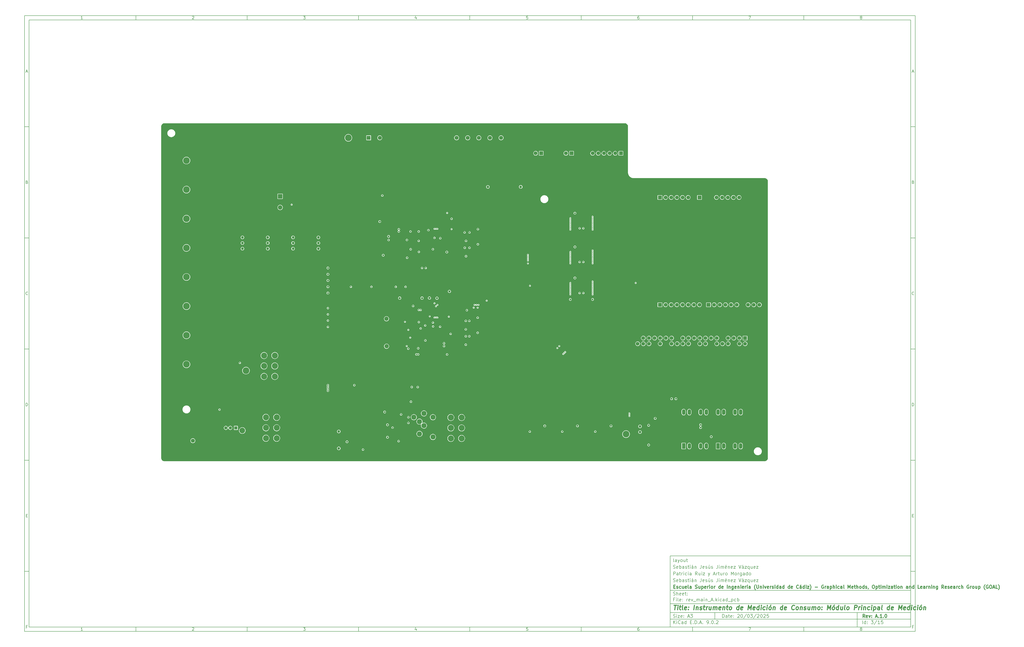
<source format=gbr>
%TF.GenerationSoftware,KiCad,Pcbnew,9.0.2*%
%TF.CreationDate,2025-11-09T22:55:19+01:00*%
%TF.ProjectId,rev_main_A,7265765f-6d61-4696-9e5f-412e6b696361,A.1.0*%
%TF.SameCoordinates,Original*%
%TF.FileFunction,Copper,L3,Inr*%
%TF.FilePolarity,Positive*%
%FSLAX46Y46*%
G04 Gerber Fmt 4.6, Leading zero omitted, Abs format (unit mm)*
G04 Created by KiCad (PCBNEW 9.0.2) date 2025-11-09 22:55:19*
%MOMM*%
%LPD*%
G01*
G04 APERTURE LIST*
%ADD10C,0.100000*%
%ADD11C,0.150000*%
%ADD12C,0.300000*%
%ADD13C,0.400000*%
%TA.AperFunction,ComponentPad*%
%ADD14C,3.000000*%
%TD*%
%TA.AperFunction,ComponentPad*%
%ADD15R,1.700000X1.700000*%
%TD*%
%TA.AperFunction,ComponentPad*%
%ADD16C,1.700000*%
%TD*%
%TA.AperFunction,ComponentPad*%
%ADD17C,1.200000*%
%TD*%
%TA.AperFunction,ComponentPad*%
%ADD18R,1.431000X1.431000*%
%TD*%
%TA.AperFunction,ComponentPad*%
%ADD19C,1.431000*%
%TD*%
%TA.AperFunction,ComponentPad*%
%ADD20C,2.565000*%
%TD*%
%TA.AperFunction,ComponentPad*%
%ADD21C,2.300000*%
%TD*%
%TA.AperFunction,ComponentPad*%
%ADD22C,2.700000*%
%TD*%
%TA.AperFunction,ComponentPad*%
%ADD23R,1.800000X1.800000*%
%TD*%
%TA.AperFunction,ComponentPad*%
%ADD24C,1.800000*%
%TD*%
%TA.AperFunction,ComponentPad*%
%ADD25R,1.524000X2.524000*%
%TD*%
%TA.AperFunction,ComponentPad*%
%ADD26O,1.524000X2.524000*%
%TD*%
%TA.AperFunction,ComponentPad*%
%ADD27C,5.000000*%
%TD*%
%TA.AperFunction,ComponentPad*%
%ADD28R,2.000000X2.000000*%
%TD*%
%TA.AperFunction,ComponentPad*%
%ADD29C,2.000000*%
%TD*%
%TA.AperFunction,ViaPad*%
%ADD30C,0.450000*%
%TD*%
%TA.AperFunction,ViaPad*%
%ADD31C,0.800000*%
%TD*%
%TA.AperFunction,ViaPad*%
%ADD32C,0.650000*%
%TD*%
%TA.AperFunction,ViaPad*%
%ADD33C,0.600000*%
%TD*%
%TA.AperFunction,ViaPad*%
%ADD34C,1.000000*%
%TD*%
%TA.AperFunction,ViaPad*%
%ADD35C,1.900000*%
%TD*%
%TA.AperFunction,ViaPad*%
%ADD36C,1.200000*%
%TD*%
G04 APERTURE END LIST*
D10*
D11*
X299989000Y-253002200D02*
X407989000Y-253002200D01*
X407989000Y-285002200D01*
X299989000Y-285002200D01*
X299989000Y-253002200D01*
D10*
D11*
X10000000Y-10000000D02*
X409989000Y-10000000D01*
X409989000Y-287002200D01*
X10000000Y-287002200D01*
X10000000Y-10000000D01*
D10*
D11*
X12000000Y-12000000D02*
X407989000Y-12000000D01*
X407989000Y-285002200D01*
X12000000Y-285002200D01*
X12000000Y-12000000D01*
D10*
D11*
X60000000Y-12000000D02*
X60000000Y-10000000D01*
D10*
D11*
X110000000Y-12000000D02*
X110000000Y-10000000D01*
D10*
D11*
X160000000Y-12000000D02*
X160000000Y-10000000D01*
D10*
D11*
X210000000Y-12000000D02*
X210000000Y-10000000D01*
D10*
D11*
X260000000Y-12000000D02*
X260000000Y-10000000D01*
D10*
D11*
X310000000Y-12000000D02*
X310000000Y-10000000D01*
D10*
D11*
X360000000Y-12000000D02*
X360000000Y-10000000D01*
D10*
D11*
X36089160Y-11593604D02*
X35346303Y-11593604D01*
X35717731Y-11593604D02*
X35717731Y-10293604D01*
X35717731Y-10293604D02*
X35593922Y-10479319D01*
X35593922Y-10479319D02*
X35470112Y-10603128D01*
X35470112Y-10603128D02*
X35346303Y-10665033D01*
D10*
D11*
X85346303Y-10417414D02*
X85408207Y-10355509D01*
X85408207Y-10355509D02*
X85532017Y-10293604D01*
X85532017Y-10293604D02*
X85841541Y-10293604D01*
X85841541Y-10293604D02*
X85965350Y-10355509D01*
X85965350Y-10355509D02*
X86027255Y-10417414D01*
X86027255Y-10417414D02*
X86089160Y-10541223D01*
X86089160Y-10541223D02*
X86089160Y-10665033D01*
X86089160Y-10665033D02*
X86027255Y-10850747D01*
X86027255Y-10850747D02*
X85284398Y-11593604D01*
X85284398Y-11593604D02*
X86089160Y-11593604D01*
D10*
D11*
X135284398Y-10293604D02*
X136089160Y-10293604D01*
X136089160Y-10293604D02*
X135655826Y-10788842D01*
X135655826Y-10788842D02*
X135841541Y-10788842D01*
X135841541Y-10788842D02*
X135965350Y-10850747D01*
X135965350Y-10850747D02*
X136027255Y-10912652D01*
X136027255Y-10912652D02*
X136089160Y-11036461D01*
X136089160Y-11036461D02*
X136089160Y-11345985D01*
X136089160Y-11345985D02*
X136027255Y-11469795D01*
X136027255Y-11469795D02*
X135965350Y-11531700D01*
X135965350Y-11531700D02*
X135841541Y-11593604D01*
X135841541Y-11593604D02*
X135470112Y-11593604D01*
X135470112Y-11593604D02*
X135346303Y-11531700D01*
X135346303Y-11531700D02*
X135284398Y-11469795D01*
D10*
D11*
X185965350Y-10726938D02*
X185965350Y-11593604D01*
X185655826Y-10231700D02*
X185346303Y-11160271D01*
X185346303Y-11160271D02*
X186151064Y-11160271D01*
D10*
D11*
X236027255Y-10293604D02*
X235408207Y-10293604D01*
X235408207Y-10293604D02*
X235346303Y-10912652D01*
X235346303Y-10912652D02*
X235408207Y-10850747D01*
X235408207Y-10850747D02*
X235532017Y-10788842D01*
X235532017Y-10788842D02*
X235841541Y-10788842D01*
X235841541Y-10788842D02*
X235965350Y-10850747D01*
X235965350Y-10850747D02*
X236027255Y-10912652D01*
X236027255Y-10912652D02*
X236089160Y-11036461D01*
X236089160Y-11036461D02*
X236089160Y-11345985D01*
X236089160Y-11345985D02*
X236027255Y-11469795D01*
X236027255Y-11469795D02*
X235965350Y-11531700D01*
X235965350Y-11531700D02*
X235841541Y-11593604D01*
X235841541Y-11593604D02*
X235532017Y-11593604D01*
X235532017Y-11593604D02*
X235408207Y-11531700D01*
X235408207Y-11531700D02*
X235346303Y-11469795D01*
D10*
D11*
X285965350Y-10293604D02*
X285717731Y-10293604D01*
X285717731Y-10293604D02*
X285593922Y-10355509D01*
X285593922Y-10355509D02*
X285532017Y-10417414D01*
X285532017Y-10417414D02*
X285408207Y-10603128D01*
X285408207Y-10603128D02*
X285346303Y-10850747D01*
X285346303Y-10850747D02*
X285346303Y-11345985D01*
X285346303Y-11345985D02*
X285408207Y-11469795D01*
X285408207Y-11469795D02*
X285470112Y-11531700D01*
X285470112Y-11531700D02*
X285593922Y-11593604D01*
X285593922Y-11593604D02*
X285841541Y-11593604D01*
X285841541Y-11593604D02*
X285965350Y-11531700D01*
X285965350Y-11531700D02*
X286027255Y-11469795D01*
X286027255Y-11469795D02*
X286089160Y-11345985D01*
X286089160Y-11345985D02*
X286089160Y-11036461D01*
X286089160Y-11036461D02*
X286027255Y-10912652D01*
X286027255Y-10912652D02*
X285965350Y-10850747D01*
X285965350Y-10850747D02*
X285841541Y-10788842D01*
X285841541Y-10788842D02*
X285593922Y-10788842D01*
X285593922Y-10788842D02*
X285470112Y-10850747D01*
X285470112Y-10850747D02*
X285408207Y-10912652D01*
X285408207Y-10912652D02*
X285346303Y-11036461D01*
D10*
D11*
X335284398Y-10293604D02*
X336151064Y-10293604D01*
X336151064Y-10293604D02*
X335593922Y-11593604D01*
D10*
D11*
X385593922Y-10850747D02*
X385470112Y-10788842D01*
X385470112Y-10788842D02*
X385408207Y-10726938D01*
X385408207Y-10726938D02*
X385346303Y-10603128D01*
X385346303Y-10603128D02*
X385346303Y-10541223D01*
X385346303Y-10541223D02*
X385408207Y-10417414D01*
X385408207Y-10417414D02*
X385470112Y-10355509D01*
X385470112Y-10355509D02*
X385593922Y-10293604D01*
X385593922Y-10293604D02*
X385841541Y-10293604D01*
X385841541Y-10293604D02*
X385965350Y-10355509D01*
X385965350Y-10355509D02*
X386027255Y-10417414D01*
X386027255Y-10417414D02*
X386089160Y-10541223D01*
X386089160Y-10541223D02*
X386089160Y-10603128D01*
X386089160Y-10603128D02*
X386027255Y-10726938D01*
X386027255Y-10726938D02*
X385965350Y-10788842D01*
X385965350Y-10788842D02*
X385841541Y-10850747D01*
X385841541Y-10850747D02*
X385593922Y-10850747D01*
X385593922Y-10850747D02*
X385470112Y-10912652D01*
X385470112Y-10912652D02*
X385408207Y-10974557D01*
X385408207Y-10974557D02*
X385346303Y-11098366D01*
X385346303Y-11098366D02*
X385346303Y-11345985D01*
X385346303Y-11345985D02*
X385408207Y-11469795D01*
X385408207Y-11469795D02*
X385470112Y-11531700D01*
X385470112Y-11531700D02*
X385593922Y-11593604D01*
X385593922Y-11593604D02*
X385841541Y-11593604D01*
X385841541Y-11593604D02*
X385965350Y-11531700D01*
X385965350Y-11531700D02*
X386027255Y-11469795D01*
X386027255Y-11469795D02*
X386089160Y-11345985D01*
X386089160Y-11345985D02*
X386089160Y-11098366D01*
X386089160Y-11098366D02*
X386027255Y-10974557D01*
X386027255Y-10974557D02*
X385965350Y-10912652D01*
X385965350Y-10912652D02*
X385841541Y-10850747D01*
D10*
D11*
X60000000Y-285002200D02*
X60000000Y-287002200D01*
D10*
D11*
X110000000Y-285002200D02*
X110000000Y-287002200D01*
D10*
D11*
X160000000Y-285002200D02*
X160000000Y-287002200D01*
D10*
D11*
X210000000Y-285002200D02*
X210000000Y-287002200D01*
D10*
D11*
X260000000Y-285002200D02*
X260000000Y-287002200D01*
D10*
D11*
X310000000Y-285002200D02*
X310000000Y-287002200D01*
D10*
D11*
X360000000Y-285002200D02*
X360000000Y-287002200D01*
D10*
D11*
X36089160Y-286595804D02*
X35346303Y-286595804D01*
X35717731Y-286595804D02*
X35717731Y-285295804D01*
X35717731Y-285295804D02*
X35593922Y-285481519D01*
X35593922Y-285481519D02*
X35470112Y-285605328D01*
X35470112Y-285605328D02*
X35346303Y-285667233D01*
D10*
D11*
X85346303Y-285419614D02*
X85408207Y-285357709D01*
X85408207Y-285357709D02*
X85532017Y-285295804D01*
X85532017Y-285295804D02*
X85841541Y-285295804D01*
X85841541Y-285295804D02*
X85965350Y-285357709D01*
X85965350Y-285357709D02*
X86027255Y-285419614D01*
X86027255Y-285419614D02*
X86089160Y-285543423D01*
X86089160Y-285543423D02*
X86089160Y-285667233D01*
X86089160Y-285667233D02*
X86027255Y-285852947D01*
X86027255Y-285852947D02*
X85284398Y-286595804D01*
X85284398Y-286595804D02*
X86089160Y-286595804D01*
D10*
D11*
X135284398Y-285295804D02*
X136089160Y-285295804D01*
X136089160Y-285295804D02*
X135655826Y-285791042D01*
X135655826Y-285791042D02*
X135841541Y-285791042D01*
X135841541Y-285791042D02*
X135965350Y-285852947D01*
X135965350Y-285852947D02*
X136027255Y-285914852D01*
X136027255Y-285914852D02*
X136089160Y-286038661D01*
X136089160Y-286038661D02*
X136089160Y-286348185D01*
X136089160Y-286348185D02*
X136027255Y-286471995D01*
X136027255Y-286471995D02*
X135965350Y-286533900D01*
X135965350Y-286533900D02*
X135841541Y-286595804D01*
X135841541Y-286595804D02*
X135470112Y-286595804D01*
X135470112Y-286595804D02*
X135346303Y-286533900D01*
X135346303Y-286533900D02*
X135284398Y-286471995D01*
D10*
D11*
X185965350Y-285729138D02*
X185965350Y-286595804D01*
X185655826Y-285233900D02*
X185346303Y-286162471D01*
X185346303Y-286162471D02*
X186151064Y-286162471D01*
D10*
D11*
X236027255Y-285295804D02*
X235408207Y-285295804D01*
X235408207Y-285295804D02*
X235346303Y-285914852D01*
X235346303Y-285914852D02*
X235408207Y-285852947D01*
X235408207Y-285852947D02*
X235532017Y-285791042D01*
X235532017Y-285791042D02*
X235841541Y-285791042D01*
X235841541Y-285791042D02*
X235965350Y-285852947D01*
X235965350Y-285852947D02*
X236027255Y-285914852D01*
X236027255Y-285914852D02*
X236089160Y-286038661D01*
X236089160Y-286038661D02*
X236089160Y-286348185D01*
X236089160Y-286348185D02*
X236027255Y-286471995D01*
X236027255Y-286471995D02*
X235965350Y-286533900D01*
X235965350Y-286533900D02*
X235841541Y-286595804D01*
X235841541Y-286595804D02*
X235532017Y-286595804D01*
X235532017Y-286595804D02*
X235408207Y-286533900D01*
X235408207Y-286533900D02*
X235346303Y-286471995D01*
D10*
D11*
X285965350Y-285295804D02*
X285717731Y-285295804D01*
X285717731Y-285295804D02*
X285593922Y-285357709D01*
X285593922Y-285357709D02*
X285532017Y-285419614D01*
X285532017Y-285419614D02*
X285408207Y-285605328D01*
X285408207Y-285605328D02*
X285346303Y-285852947D01*
X285346303Y-285852947D02*
X285346303Y-286348185D01*
X285346303Y-286348185D02*
X285408207Y-286471995D01*
X285408207Y-286471995D02*
X285470112Y-286533900D01*
X285470112Y-286533900D02*
X285593922Y-286595804D01*
X285593922Y-286595804D02*
X285841541Y-286595804D01*
X285841541Y-286595804D02*
X285965350Y-286533900D01*
X285965350Y-286533900D02*
X286027255Y-286471995D01*
X286027255Y-286471995D02*
X286089160Y-286348185D01*
X286089160Y-286348185D02*
X286089160Y-286038661D01*
X286089160Y-286038661D02*
X286027255Y-285914852D01*
X286027255Y-285914852D02*
X285965350Y-285852947D01*
X285965350Y-285852947D02*
X285841541Y-285791042D01*
X285841541Y-285791042D02*
X285593922Y-285791042D01*
X285593922Y-285791042D02*
X285470112Y-285852947D01*
X285470112Y-285852947D02*
X285408207Y-285914852D01*
X285408207Y-285914852D02*
X285346303Y-286038661D01*
D10*
D11*
X335284398Y-285295804D02*
X336151064Y-285295804D01*
X336151064Y-285295804D02*
X335593922Y-286595804D01*
D10*
D11*
X385593922Y-285852947D02*
X385470112Y-285791042D01*
X385470112Y-285791042D02*
X385408207Y-285729138D01*
X385408207Y-285729138D02*
X385346303Y-285605328D01*
X385346303Y-285605328D02*
X385346303Y-285543423D01*
X385346303Y-285543423D02*
X385408207Y-285419614D01*
X385408207Y-285419614D02*
X385470112Y-285357709D01*
X385470112Y-285357709D02*
X385593922Y-285295804D01*
X385593922Y-285295804D02*
X385841541Y-285295804D01*
X385841541Y-285295804D02*
X385965350Y-285357709D01*
X385965350Y-285357709D02*
X386027255Y-285419614D01*
X386027255Y-285419614D02*
X386089160Y-285543423D01*
X386089160Y-285543423D02*
X386089160Y-285605328D01*
X386089160Y-285605328D02*
X386027255Y-285729138D01*
X386027255Y-285729138D02*
X385965350Y-285791042D01*
X385965350Y-285791042D02*
X385841541Y-285852947D01*
X385841541Y-285852947D02*
X385593922Y-285852947D01*
X385593922Y-285852947D02*
X385470112Y-285914852D01*
X385470112Y-285914852D02*
X385408207Y-285976757D01*
X385408207Y-285976757D02*
X385346303Y-286100566D01*
X385346303Y-286100566D02*
X385346303Y-286348185D01*
X385346303Y-286348185D02*
X385408207Y-286471995D01*
X385408207Y-286471995D02*
X385470112Y-286533900D01*
X385470112Y-286533900D02*
X385593922Y-286595804D01*
X385593922Y-286595804D02*
X385841541Y-286595804D01*
X385841541Y-286595804D02*
X385965350Y-286533900D01*
X385965350Y-286533900D02*
X386027255Y-286471995D01*
X386027255Y-286471995D02*
X386089160Y-286348185D01*
X386089160Y-286348185D02*
X386089160Y-286100566D01*
X386089160Y-286100566D02*
X386027255Y-285976757D01*
X386027255Y-285976757D02*
X385965350Y-285914852D01*
X385965350Y-285914852D02*
X385841541Y-285852947D01*
D10*
D11*
X10000000Y-60000000D02*
X12000000Y-60000000D01*
D10*
D11*
X10000000Y-110000000D02*
X12000000Y-110000000D01*
D10*
D11*
X10000000Y-160000000D02*
X12000000Y-160000000D01*
D10*
D11*
X10000000Y-210000000D02*
X12000000Y-210000000D01*
D10*
D11*
X10000000Y-260000000D02*
X12000000Y-260000000D01*
D10*
D11*
X10690476Y-35222176D02*
X11309523Y-35222176D01*
X10566666Y-35593604D02*
X10999999Y-34293604D01*
X10999999Y-34293604D02*
X11433333Y-35593604D01*
D10*
D11*
X11092857Y-84912652D02*
X11278571Y-84974557D01*
X11278571Y-84974557D02*
X11340476Y-85036461D01*
X11340476Y-85036461D02*
X11402380Y-85160271D01*
X11402380Y-85160271D02*
X11402380Y-85345985D01*
X11402380Y-85345985D02*
X11340476Y-85469795D01*
X11340476Y-85469795D02*
X11278571Y-85531700D01*
X11278571Y-85531700D02*
X11154761Y-85593604D01*
X11154761Y-85593604D02*
X10659523Y-85593604D01*
X10659523Y-85593604D02*
X10659523Y-84293604D01*
X10659523Y-84293604D02*
X11092857Y-84293604D01*
X11092857Y-84293604D02*
X11216666Y-84355509D01*
X11216666Y-84355509D02*
X11278571Y-84417414D01*
X11278571Y-84417414D02*
X11340476Y-84541223D01*
X11340476Y-84541223D02*
X11340476Y-84665033D01*
X11340476Y-84665033D02*
X11278571Y-84788842D01*
X11278571Y-84788842D02*
X11216666Y-84850747D01*
X11216666Y-84850747D02*
X11092857Y-84912652D01*
X11092857Y-84912652D02*
X10659523Y-84912652D01*
D10*
D11*
X11402380Y-135469795D02*
X11340476Y-135531700D01*
X11340476Y-135531700D02*
X11154761Y-135593604D01*
X11154761Y-135593604D02*
X11030952Y-135593604D01*
X11030952Y-135593604D02*
X10845238Y-135531700D01*
X10845238Y-135531700D02*
X10721428Y-135407890D01*
X10721428Y-135407890D02*
X10659523Y-135284080D01*
X10659523Y-135284080D02*
X10597619Y-135036461D01*
X10597619Y-135036461D02*
X10597619Y-134850747D01*
X10597619Y-134850747D02*
X10659523Y-134603128D01*
X10659523Y-134603128D02*
X10721428Y-134479319D01*
X10721428Y-134479319D02*
X10845238Y-134355509D01*
X10845238Y-134355509D02*
X11030952Y-134293604D01*
X11030952Y-134293604D02*
X11154761Y-134293604D01*
X11154761Y-134293604D02*
X11340476Y-134355509D01*
X11340476Y-134355509D02*
X11402380Y-134417414D01*
D10*
D11*
X10659523Y-185593604D02*
X10659523Y-184293604D01*
X10659523Y-184293604D02*
X10969047Y-184293604D01*
X10969047Y-184293604D02*
X11154761Y-184355509D01*
X11154761Y-184355509D02*
X11278571Y-184479319D01*
X11278571Y-184479319D02*
X11340476Y-184603128D01*
X11340476Y-184603128D02*
X11402380Y-184850747D01*
X11402380Y-184850747D02*
X11402380Y-185036461D01*
X11402380Y-185036461D02*
X11340476Y-185284080D01*
X11340476Y-185284080D02*
X11278571Y-185407890D01*
X11278571Y-185407890D02*
X11154761Y-185531700D01*
X11154761Y-185531700D02*
X10969047Y-185593604D01*
X10969047Y-185593604D02*
X10659523Y-185593604D01*
D10*
D11*
X10721428Y-234912652D02*
X11154762Y-234912652D01*
X11340476Y-235593604D02*
X10721428Y-235593604D01*
X10721428Y-235593604D02*
X10721428Y-234293604D01*
X10721428Y-234293604D02*
X11340476Y-234293604D01*
D10*
D11*
X11185714Y-284912652D02*
X10752380Y-284912652D01*
X10752380Y-285593604D02*
X10752380Y-284293604D01*
X10752380Y-284293604D02*
X11371428Y-284293604D01*
D10*
D11*
X409989000Y-60000000D02*
X407989000Y-60000000D01*
D10*
D11*
X409989000Y-110000000D02*
X407989000Y-110000000D01*
D10*
D11*
X409989000Y-160000000D02*
X407989000Y-160000000D01*
D10*
D11*
X409989000Y-210000000D02*
X407989000Y-210000000D01*
D10*
D11*
X409989000Y-260000000D02*
X407989000Y-260000000D01*
D10*
D11*
X408679476Y-35222176D02*
X409298523Y-35222176D01*
X408555666Y-35593604D02*
X408988999Y-34293604D01*
X408988999Y-34293604D02*
X409422333Y-35593604D01*
D10*
D11*
X409081857Y-84912652D02*
X409267571Y-84974557D01*
X409267571Y-84974557D02*
X409329476Y-85036461D01*
X409329476Y-85036461D02*
X409391380Y-85160271D01*
X409391380Y-85160271D02*
X409391380Y-85345985D01*
X409391380Y-85345985D02*
X409329476Y-85469795D01*
X409329476Y-85469795D02*
X409267571Y-85531700D01*
X409267571Y-85531700D02*
X409143761Y-85593604D01*
X409143761Y-85593604D02*
X408648523Y-85593604D01*
X408648523Y-85593604D02*
X408648523Y-84293604D01*
X408648523Y-84293604D02*
X409081857Y-84293604D01*
X409081857Y-84293604D02*
X409205666Y-84355509D01*
X409205666Y-84355509D02*
X409267571Y-84417414D01*
X409267571Y-84417414D02*
X409329476Y-84541223D01*
X409329476Y-84541223D02*
X409329476Y-84665033D01*
X409329476Y-84665033D02*
X409267571Y-84788842D01*
X409267571Y-84788842D02*
X409205666Y-84850747D01*
X409205666Y-84850747D02*
X409081857Y-84912652D01*
X409081857Y-84912652D02*
X408648523Y-84912652D01*
D10*
D11*
X409391380Y-135469795D02*
X409329476Y-135531700D01*
X409329476Y-135531700D02*
X409143761Y-135593604D01*
X409143761Y-135593604D02*
X409019952Y-135593604D01*
X409019952Y-135593604D02*
X408834238Y-135531700D01*
X408834238Y-135531700D02*
X408710428Y-135407890D01*
X408710428Y-135407890D02*
X408648523Y-135284080D01*
X408648523Y-135284080D02*
X408586619Y-135036461D01*
X408586619Y-135036461D02*
X408586619Y-134850747D01*
X408586619Y-134850747D02*
X408648523Y-134603128D01*
X408648523Y-134603128D02*
X408710428Y-134479319D01*
X408710428Y-134479319D02*
X408834238Y-134355509D01*
X408834238Y-134355509D02*
X409019952Y-134293604D01*
X409019952Y-134293604D02*
X409143761Y-134293604D01*
X409143761Y-134293604D02*
X409329476Y-134355509D01*
X409329476Y-134355509D02*
X409391380Y-134417414D01*
D10*
D11*
X408648523Y-185593604D02*
X408648523Y-184293604D01*
X408648523Y-184293604D02*
X408958047Y-184293604D01*
X408958047Y-184293604D02*
X409143761Y-184355509D01*
X409143761Y-184355509D02*
X409267571Y-184479319D01*
X409267571Y-184479319D02*
X409329476Y-184603128D01*
X409329476Y-184603128D02*
X409391380Y-184850747D01*
X409391380Y-184850747D02*
X409391380Y-185036461D01*
X409391380Y-185036461D02*
X409329476Y-185284080D01*
X409329476Y-185284080D02*
X409267571Y-185407890D01*
X409267571Y-185407890D02*
X409143761Y-185531700D01*
X409143761Y-185531700D02*
X408958047Y-185593604D01*
X408958047Y-185593604D02*
X408648523Y-185593604D01*
D10*
D11*
X408710428Y-234912652D02*
X409143762Y-234912652D01*
X409329476Y-235593604D02*
X408710428Y-235593604D01*
X408710428Y-235593604D02*
X408710428Y-234293604D01*
X408710428Y-234293604D02*
X409329476Y-234293604D01*
D10*
D11*
X409174714Y-284912652D02*
X408741380Y-284912652D01*
X408741380Y-285593604D02*
X408741380Y-284293604D01*
X408741380Y-284293604D02*
X409360428Y-284293604D01*
D10*
D11*
X323444826Y-280788328D02*
X323444826Y-279288328D01*
X323444826Y-279288328D02*
X323801969Y-279288328D01*
X323801969Y-279288328D02*
X324016255Y-279359757D01*
X324016255Y-279359757D02*
X324159112Y-279502614D01*
X324159112Y-279502614D02*
X324230541Y-279645471D01*
X324230541Y-279645471D02*
X324301969Y-279931185D01*
X324301969Y-279931185D02*
X324301969Y-280145471D01*
X324301969Y-280145471D02*
X324230541Y-280431185D01*
X324230541Y-280431185D02*
X324159112Y-280574042D01*
X324159112Y-280574042D02*
X324016255Y-280716900D01*
X324016255Y-280716900D02*
X323801969Y-280788328D01*
X323801969Y-280788328D02*
X323444826Y-280788328D01*
X325587684Y-280788328D02*
X325587684Y-280002614D01*
X325587684Y-280002614D02*
X325516255Y-279859757D01*
X325516255Y-279859757D02*
X325373398Y-279788328D01*
X325373398Y-279788328D02*
X325087684Y-279788328D01*
X325087684Y-279788328D02*
X324944826Y-279859757D01*
X325587684Y-280716900D02*
X325444826Y-280788328D01*
X325444826Y-280788328D02*
X325087684Y-280788328D01*
X325087684Y-280788328D02*
X324944826Y-280716900D01*
X324944826Y-280716900D02*
X324873398Y-280574042D01*
X324873398Y-280574042D02*
X324873398Y-280431185D01*
X324873398Y-280431185D02*
X324944826Y-280288328D01*
X324944826Y-280288328D02*
X325087684Y-280216900D01*
X325087684Y-280216900D02*
X325444826Y-280216900D01*
X325444826Y-280216900D02*
X325587684Y-280145471D01*
X326087684Y-279788328D02*
X326659112Y-279788328D01*
X326301969Y-279288328D02*
X326301969Y-280574042D01*
X326301969Y-280574042D02*
X326373398Y-280716900D01*
X326373398Y-280716900D02*
X326516255Y-280788328D01*
X326516255Y-280788328D02*
X326659112Y-280788328D01*
X327730541Y-280716900D02*
X327587684Y-280788328D01*
X327587684Y-280788328D02*
X327301970Y-280788328D01*
X327301970Y-280788328D02*
X327159112Y-280716900D01*
X327159112Y-280716900D02*
X327087684Y-280574042D01*
X327087684Y-280574042D02*
X327087684Y-280002614D01*
X327087684Y-280002614D02*
X327159112Y-279859757D01*
X327159112Y-279859757D02*
X327301970Y-279788328D01*
X327301970Y-279788328D02*
X327587684Y-279788328D01*
X327587684Y-279788328D02*
X327730541Y-279859757D01*
X327730541Y-279859757D02*
X327801970Y-280002614D01*
X327801970Y-280002614D02*
X327801970Y-280145471D01*
X327801970Y-280145471D02*
X327087684Y-280288328D01*
X328444826Y-280645471D02*
X328516255Y-280716900D01*
X328516255Y-280716900D02*
X328444826Y-280788328D01*
X328444826Y-280788328D02*
X328373398Y-280716900D01*
X328373398Y-280716900D02*
X328444826Y-280645471D01*
X328444826Y-280645471D02*
X328444826Y-280788328D01*
X328444826Y-279859757D02*
X328516255Y-279931185D01*
X328516255Y-279931185D02*
X328444826Y-280002614D01*
X328444826Y-280002614D02*
X328373398Y-279931185D01*
X328373398Y-279931185D02*
X328444826Y-279859757D01*
X328444826Y-279859757D02*
X328444826Y-280002614D01*
X330230541Y-279431185D02*
X330301969Y-279359757D01*
X330301969Y-279359757D02*
X330444827Y-279288328D01*
X330444827Y-279288328D02*
X330801969Y-279288328D01*
X330801969Y-279288328D02*
X330944827Y-279359757D01*
X330944827Y-279359757D02*
X331016255Y-279431185D01*
X331016255Y-279431185D02*
X331087684Y-279574042D01*
X331087684Y-279574042D02*
X331087684Y-279716900D01*
X331087684Y-279716900D02*
X331016255Y-279931185D01*
X331016255Y-279931185D02*
X330159112Y-280788328D01*
X330159112Y-280788328D02*
X331087684Y-280788328D01*
X332016255Y-279288328D02*
X332159112Y-279288328D01*
X332159112Y-279288328D02*
X332301969Y-279359757D01*
X332301969Y-279359757D02*
X332373398Y-279431185D01*
X332373398Y-279431185D02*
X332444826Y-279574042D01*
X332444826Y-279574042D02*
X332516255Y-279859757D01*
X332516255Y-279859757D02*
X332516255Y-280216900D01*
X332516255Y-280216900D02*
X332444826Y-280502614D01*
X332444826Y-280502614D02*
X332373398Y-280645471D01*
X332373398Y-280645471D02*
X332301969Y-280716900D01*
X332301969Y-280716900D02*
X332159112Y-280788328D01*
X332159112Y-280788328D02*
X332016255Y-280788328D01*
X332016255Y-280788328D02*
X331873398Y-280716900D01*
X331873398Y-280716900D02*
X331801969Y-280645471D01*
X331801969Y-280645471D02*
X331730540Y-280502614D01*
X331730540Y-280502614D02*
X331659112Y-280216900D01*
X331659112Y-280216900D02*
X331659112Y-279859757D01*
X331659112Y-279859757D02*
X331730540Y-279574042D01*
X331730540Y-279574042D02*
X331801969Y-279431185D01*
X331801969Y-279431185D02*
X331873398Y-279359757D01*
X331873398Y-279359757D02*
X332016255Y-279288328D01*
X334230540Y-279216900D02*
X332944826Y-281145471D01*
X335016255Y-279288328D02*
X335159112Y-279288328D01*
X335159112Y-279288328D02*
X335301969Y-279359757D01*
X335301969Y-279359757D02*
X335373398Y-279431185D01*
X335373398Y-279431185D02*
X335444826Y-279574042D01*
X335444826Y-279574042D02*
X335516255Y-279859757D01*
X335516255Y-279859757D02*
X335516255Y-280216900D01*
X335516255Y-280216900D02*
X335444826Y-280502614D01*
X335444826Y-280502614D02*
X335373398Y-280645471D01*
X335373398Y-280645471D02*
X335301969Y-280716900D01*
X335301969Y-280716900D02*
X335159112Y-280788328D01*
X335159112Y-280788328D02*
X335016255Y-280788328D01*
X335016255Y-280788328D02*
X334873398Y-280716900D01*
X334873398Y-280716900D02*
X334801969Y-280645471D01*
X334801969Y-280645471D02*
X334730540Y-280502614D01*
X334730540Y-280502614D02*
X334659112Y-280216900D01*
X334659112Y-280216900D02*
X334659112Y-279859757D01*
X334659112Y-279859757D02*
X334730540Y-279574042D01*
X334730540Y-279574042D02*
X334801969Y-279431185D01*
X334801969Y-279431185D02*
X334873398Y-279359757D01*
X334873398Y-279359757D02*
X335016255Y-279288328D01*
X336016254Y-279288328D02*
X336944826Y-279288328D01*
X336944826Y-279288328D02*
X336444826Y-279859757D01*
X336444826Y-279859757D02*
X336659111Y-279859757D01*
X336659111Y-279859757D02*
X336801969Y-279931185D01*
X336801969Y-279931185D02*
X336873397Y-280002614D01*
X336873397Y-280002614D02*
X336944826Y-280145471D01*
X336944826Y-280145471D02*
X336944826Y-280502614D01*
X336944826Y-280502614D02*
X336873397Y-280645471D01*
X336873397Y-280645471D02*
X336801969Y-280716900D01*
X336801969Y-280716900D02*
X336659111Y-280788328D01*
X336659111Y-280788328D02*
X336230540Y-280788328D01*
X336230540Y-280788328D02*
X336087683Y-280716900D01*
X336087683Y-280716900D02*
X336016254Y-280645471D01*
X338659111Y-279216900D02*
X337373397Y-281145471D01*
X339087683Y-279431185D02*
X339159111Y-279359757D01*
X339159111Y-279359757D02*
X339301969Y-279288328D01*
X339301969Y-279288328D02*
X339659111Y-279288328D01*
X339659111Y-279288328D02*
X339801969Y-279359757D01*
X339801969Y-279359757D02*
X339873397Y-279431185D01*
X339873397Y-279431185D02*
X339944826Y-279574042D01*
X339944826Y-279574042D02*
X339944826Y-279716900D01*
X339944826Y-279716900D02*
X339873397Y-279931185D01*
X339873397Y-279931185D02*
X339016254Y-280788328D01*
X339016254Y-280788328D02*
X339944826Y-280788328D01*
X340873397Y-279288328D02*
X341016254Y-279288328D01*
X341016254Y-279288328D02*
X341159111Y-279359757D01*
X341159111Y-279359757D02*
X341230540Y-279431185D01*
X341230540Y-279431185D02*
X341301968Y-279574042D01*
X341301968Y-279574042D02*
X341373397Y-279859757D01*
X341373397Y-279859757D02*
X341373397Y-280216900D01*
X341373397Y-280216900D02*
X341301968Y-280502614D01*
X341301968Y-280502614D02*
X341230540Y-280645471D01*
X341230540Y-280645471D02*
X341159111Y-280716900D01*
X341159111Y-280716900D02*
X341016254Y-280788328D01*
X341016254Y-280788328D02*
X340873397Y-280788328D01*
X340873397Y-280788328D02*
X340730540Y-280716900D01*
X340730540Y-280716900D02*
X340659111Y-280645471D01*
X340659111Y-280645471D02*
X340587682Y-280502614D01*
X340587682Y-280502614D02*
X340516254Y-280216900D01*
X340516254Y-280216900D02*
X340516254Y-279859757D01*
X340516254Y-279859757D02*
X340587682Y-279574042D01*
X340587682Y-279574042D02*
X340659111Y-279431185D01*
X340659111Y-279431185D02*
X340730540Y-279359757D01*
X340730540Y-279359757D02*
X340873397Y-279288328D01*
X341944825Y-279431185D02*
X342016253Y-279359757D01*
X342016253Y-279359757D02*
X342159111Y-279288328D01*
X342159111Y-279288328D02*
X342516253Y-279288328D01*
X342516253Y-279288328D02*
X342659111Y-279359757D01*
X342659111Y-279359757D02*
X342730539Y-279431185D01*
X342730539Y-279431185D02*
X342801968Y-279574042D01*
X342801968Y-279574042D02*
X342801968Y-279716900D01*
X342801968Y-279716900D02*
X342730539Y-279931185D01*
X342730539Y-279931185D02*
X341873396Y-280788328D01*
X341873396Y-280788328D02*
X342801968Y-280788328D01*
X344159110Y-279288328D02*
X343444824Y-279288328D01*
X343444824Y-279288328D02*
X343373396Y-280002614D01*
X343373396Y-280002614D02*
X343444824Y-279931185D01*
X343444824Y-279931185D02*
X343587682Y-279859757D01*
X343587682Y-279859757D02*
X343944824Y-279859757D01*
X343944824Y-279859757D02*
X344087682Y-279931185D01*
X344087682Y-279931185D02*
X344159110Y-280002614D01*
X344159110Y-280002614D02*
X344230539Y-280145471D01*
X344230539Y-280145471D02*
X344230539Y-280502614D01*
X344230539Y-280502614D02*
X344159110Y-280645471D01*
X344159110Y-280645471D02*
X344087682Y-280716900D01*
X344087682Y-280716900D02*
X343944824Y-280788328D01*
X343944824Y-280788328D02*
X343587682Y-280788328D01*
X343587682Y-280788328D02*
X343444824Y-280716900D01*
X343444824Y-280716900D02*
X343373396Y-280645471D01*
D10*
D11*
X299989000Y-281502200D02*
X407989000Y-281502200D01*
D10*
D11*
X301444826Y-283588328D02*
X301444826Y-282088328D01*
X302301969Y-283588328D02*
X301659112Y-282731185D01*
X302301969Y-282088328D02*
X301444826Y-282945471D01*
X302944826Y-283588328D02*
X302944826Y-282588328D01*
X302944826Y-282088328D02*
X302873398Y-282159757D01*
X302873398Y-282159757D02*
X302944826Y-282231185D01*
X302944826Y-282231185D02*
X303016255Y-282159757D01*
X303016255Y-282159757D02*
X302944826Y-282088328D01*
X302944826Y-282088328D02*
X302944826Y-282231185D01*
X304516255Y-283445471D02*
X304444827Y-283516900D01*
X304444827Y-283516900D02*
X304230541Y-283588328D01*
X304230541Y-283588328D02*
X304087684Y-283588328D01*
X304087684Y-283588328D02*
X303873398Y-283516900D01*
X303873398Y-283516900D02*
X303730541Y-283374042D01*
X303730541Y-283374042D02*
X303659112Y-283231185D01*
X303659112Y-283231185D02*
X303587684Y-282945471D01*
X303587684Y-282945471D02*
X303587684Y-282731185D01*
X303587684Y-282731185D02*
X303659112Y-282445471D01*
X303659112Y-282445471D02*
X303730541Y-282302614D01*
X303730541Y-282302614D02*
X303873398Y-282159757D01*
X303873398Y-282159757D02*
X304087684Y-282088328D01*
X304087684Y-282088328D02*
X304230541Y-282088328D01*
X304230541Y-282088328D02*
X304444827Y-282159757D01*
X304444827Y-282159757D02*
X304516255Y-282231185D01*
X305801970Y-283588328D02*
X305801970Y-282802614D01*
X305801970Y-282802614D02*
X305730541Y-282659757D01*
X305730541Y-282659757D02*
X305587684Y-282588328D01*
X305587684Y-282588328D02*
X305301970Y-282588328D01*
X305301970Y-282588328D02*
X305159112Y-282659757D01*
X305801970Y-283516900D02*
X305659112Y-283588328D01*
X305659112Y-283588328D02*
X305301970Y-283588328D01*
X305301970Y-283588328D02*
X305159112Y-283516900D01*
X305159112Y-283516900D02*
X305087684Y-283374042D01*
X305087684Y-283374042D02*
X305087684Y-283231185D01*
X305087684Y-283231185D02*
X305159112Y-283088328D01*
X305159112Y-283088328D02*
X305301970Y-283016900D01*
X305301970Y-283016900D02*
X305659112Y-283016900D01*
X305659112Y-283016900D02*
X305801970Y-282945471D01*
X307159113Y-283588328D02*
X307159113Y-282088328D01*
X307159113Y-283516900D02*
X307016255Y-283588328D01*
X307016255Y-283588328D02*
X306730541Y-283588328D01*
X306730541Y-283588328D02*
X306587684Y-283516900D01*
X306587684Y-283516900D02*
X306516255Y-283445471D01*
X306516255Y-283445471D02*
X306444827Y-283302614D01*
X306444827Y-283302614D02*
X306444827Y-282874042D01*
X306444827Y-282874042D02*
X306516255Y-282731185D01*
X306516255Y-282731185D02*
X306587684Y-282659757D01*
X306587684Y-282659757D02*
X306730541Y-282588328D01*
X306730541Y-282588328D02*
X307016255Y-282588328D01*
X307016255Y-282588328D02*
X307159113Y-282659757D01*
X309016255Y-282802614D02*
X309516255Y-282802614D01*
X309730541Y-283588328D02*
X309016255Y-283588328D01*
X309016255Y-283588328D02*
X309016255Y-282088328D01*
X309016255Y-282088328D02*
X309730541Y-282088328D01*
X310373398Y-283445471D02*
X310444827Y-283516900D01*
X310444827Y-283516900D02*
X310373398Y-283588328D01*
X310373398Y-283588328D02*
X310301970Y-283516900D01*
X310301970Y-283516900D02*
X310373398Y-283445471D01*
X310373398Y-283445471D02*
X310373398Y-283588328D01*
X311087684Y-283588328D02*
X311087684Y-282088328D01*
X311087684Y-282088328D02*
X311444827Y-282088328D01*
X311444827Y-282088328D02*
X311659113Y-282159757D01*
X311659113Y-282159757D02*
X311801970Y-282302614D01*
X311801970Y-282302614D02*
X311873399Y-282445471D01*
X311873399Y-282445471D02*
X311944827Y-282731185D01*
X311944827Y-282731185D02*
X311944827Y-282945471D01*
X311944827Y-282945471D02*
X311873399Y-283231185D01*
X311873399Y-283231185D02*
X311801970Y-283374042D01*
X311801970Y-283374042D02*
X311659113Y-283516900D01*
X311659113Y-283516900D02*
X311444827Y-283588328D01*
X311444827Y-283588328D02*
X311087684Y-283588328D01*
X312587684Y-283445471D02*
X312659113Y-283516900D01*
X312659113Y-283516900D02*
X312587684Y-283588328D01*
X312587684Y-283588328D02*
X312516256Y-283516900D01*
X312516256Y-283516900D02*
X312587684Y-283445471D01*
X312587684Y-283445471D02*
X312587684Y-283588328D01*
X313230542Y-283159757D02*
X313944828Y-283159757D01*
X313087685Y-283588328D02*
X313587685Y-282088328D01*
X313587685Y-282088328D02*
X314087685Y-283588328D01*
X314587684Y-283445471D02*
X314659113Y-283516900D01*
X314659113Y-283516900D02*
X314587684Y-283588328D01*
X314587684Y-283588328D02*
X314516256Y-283516900D01*
X314516256Y-283516900D02*
X314587684Y-283445471D01*
X314587684Y-283445471D02*
X314587684Y-283588328D01*
X316516256Y-283588328D02*
X316801970Y-283588328D01*
X316801970Y-283588328D02*
X316944827Y-283516900D01*
X316944827Y-283516900D02*
X317016256Y-283445471D01*
X317016256Y-283445471D02*
X317159113Y-283231185D01*
X317159113Y-283231185D02*
X317230542Y-282945471D01*
X317230542Y-282945471D02*
X317230542Y-282374042D01*
X317230542Y-282374042D02*
X317159113Y-282231185D01*
X317159113Y-282231185D02*
X317087685Y-282159757D01*
X317087685Y-282159757D02*
X316944827Y-282088328D01*
X316944827Y-282088328D02*
X316659113Y-282088328D01*
X316659113Y-282088328D02*
X316516256Y-282159757D01*
X316516256Y-282159757D02*
X316444827Y-282231185D01*
X316444827Y-282231185D02*
X316373399Y-282374042D01*
X316373399Y-282374042D02*
X316373399Y-282731185D01*
X316373399Y-282731185D02*
X316444827Y-282874042D01*
X316444827Y-282874042D02*
X316516256Y-282945471D01*
X316516256Y-282945471D02*
X316659113Y-283016900D01*
X316659113Y-283016900D02*
X316944827Y-283016900D01*
X316944827Y-283016900D02*
X317087685Y-282945471D01*
X317087685Y-282945471D02*
X317159113Y-282874042D01*
X317159113Y-282874042D02*
X317230542Y-282731185D01*
X317873398Y-283445471D02*
X317944827Y-283516900D01*
X317944827Y-283516900D02*
X317873398Y-283588328D01*
X317873398Y-283588328D02*
X317801970Y-283516900D01*
X317801970Y-283516900D02*
X317873398Y-283445471D01*
X317873398Y-283445471D02*
X317873398Y-283588328D01*
X318873399Y-282088328D02*
X319016256Y-282088328D01*
X319016256Y-282088328D02*
X319159113Y-282159757D01*
X319159113Y-282159757D02*
X319230542Y-282231185D01*
X319230542Y-282231185D02*
X319301970Y-282374042D01*
X319301970Y-282374042D02*
X319373399Y-282659757D01*
X319373399Y-282659757D02*
X319373399Y-283016900D01*
X319373399Y-283016900D02*
X319301970Y-283302614D01*
X319301970Y-283302614D02*
X319230542Y-283445471D01*
X319230542Y-283445471D02*
X319159113Y-283516900D01*
X319159113Y-283516900D02*
X319016256Y-283588328D01*
X319016256Y-283588328D02*
X318873399Y-283588328D01*
X318873399Y-283588328D02*
X318730542Y-283516900D01*
X318730542Y-283516900D02*
X318659113Y-283445471D01*
X318659113Y-283445471D02*
X318587684Y-283302614D01*
X318587684Y-283302614D02*
X318516256Y-283016900D01*
X318516256Y-283016900D02*
X318516256Y-282659757D01*
X318516256Y-282659757D02*
X318587684Y-282374042D01*
X318587684Y-282374042D02*
X318659113Y-282231185D01*
X318659113Y-282231185D02*
X318730542Y-282159757D01*
X318730542Y-282159757D02*
X318873399Y-282088328D01*
X320016255Y-283445471D02*
X320087684Y-283516900D01*
X320087684Y-283516900D02*
X320016255Y-283588328D01*
X320016255Y-283588328D02*
X319944827Y-283516900D01*
X319944827Y-283516900D02*
X320016255Y-283445471D01*
X320016255Y-283445471D02*
X320016255Y-283588328D01*
X320659113Y-282231185D02*
X320730541Y-282159757D01*
X320730541Y-282159757D02*
X320873399Y-282088328D01*
X320873399Y-282088328D02*
X321230541Y-282088328D01*
X321230541Y-282088328D02*
X321373399Y-282159757D01*
X321373399Y-282159757D02*
X321444827Y-282231185D01*
X321444827Y-282231185D02*
X321516256Y-282374042D01*
X321516256Y-282374042D02*
X321516256Y-282516900D01*
X321516256Y-282516900D02*
X321444827Y-282731185D01*
X321444827Y-282731185D02*
X320587684Y-283588328D01*
X320587684Y-283588328D02*
X321516256Y-283588328D01*
D10*
D11*
X299989000Y-278502200D02*
X407989000Y-278502200D01*
D10*
D12*
X387400653Y-280780528D02*
X386900653Y-280066242D01*
X386543510Y-280780528D02*
X386543510Y-279280528D01*
X386543510Y-279280528D02*
X387114939Y-279280528D01*
X387114939Y-279280528D02*
X387257796Y-279351957D01*
X387257796Y-279351957D02*
X387329225Y-279423385D01*
X387329225Y-279423385D02*
X387400653Y-279566242D01*
X387400653Y-279566242D02*
X387400653Y-279780528D01*
X387400653Y-279780528D02*
X387329225Y-279923385D01*
X387329225Y-279923385D02*
X387257796Y-279994814D01*
X387257796Y-279994814D02*
X387114939Y-280066242D01*
X387114939Y-280066242D02*
X386543510Y-280066242D01*
X388614939Y-280709100D02*
X388472082Y-280780528D01*
X388472082Y-280780528D02*
X388186368Y-280780528D01*
X388186368Y-280780528D02*
X388043510Y-280709100D01*
X388043510Y-280709100D02*
X387972082Y-280566242D01*
X387972082Y-280566242D02*
X387972082Y-279994814D01*
X387972082Y-279994814D02*
X388043510Y-279851957D01*
X388043510Y-279851957D02*
X388186368Y-279780528D01*
X388186368Y-279780528D02*
X388472082Y-279780528D01*
X388472082Y-279780528D02*
X388614939Y-279851957D01*
X388614939Y-279851957D02*
X388686368Y-279994814D01*
X388686368Y-279994814D02*
X388686368Y-280137671D01*
X388686368Y-280137671D02*
X387972082Y-280280528D01*
X389186367Y-279780528D02*
X389543510Y-280780528D01*
X389543510Y-280780528D02*
X389900653Y-279780528D01*
X390472081Y-280637671D02*
X390543510Y-280709100D01*
X390543510Y-280709100D02*
X390472081Y-280780528D01*
X390472081Y-280780528D02*
X390400653Y-280709100D01*
X390400653Y-280709100D02*
X390472081Y-280637671D01*
X390472081Y-280637671D02*
X390472081Y-280780528D01*
X390472081Y-279851957D02*
X390543510Y-279923385D01*
X390543510Y-279923385D02*
X390472081Y-279994814D01*
X390472081Y-279994814D02*
X390400653Y-279923385D01*
X390400653Y-279923385D02*
X390472081Y-279851957D01*
X390472081Y-279851957D02*
X390472081Y-279994814D01*
X392257796Y-280351957D02*
X392972082Y-280351957D01*
X392114939Y-280780528D02*
X392614939Y-279280528D01*
X392614939Y-279280528D02*
X393114939Y-280780528D01*
X393614938Y-280637671D02*
X393686367Y-280709100D01*
X393686367Y-280709100D02*
X393614938Y-280780528D01*
X393614938Y-280780528D02*
X393543510Y-280709100D01*
X393543510Y-280709100D02*
X393614938Y-280637671D01*
X393614938Y-280637671D02*
X393614938Y-280780528D01*
X395114939Y-280780528D02*
X394257796Y-280780528D01*
X394686367Y-280780528D02*
X394686367Y-279280528D01*
X394686367Y-279280528D02*
X394543510Y-279494814D01*
X394543510Y-279494814D02*
X394400653Y-279637671D01*
X394400653Y-279637671D02*
X394257796Y-279709100D01*
X395757795Y-280637671D02*
X395829224Y-280709100D01*
X395829224Y-280709100D02*
X395757795Y-280780528D01*
X395757795Y-280780528D02*
X395686367Y-280709100D01*
X395686367Y-280709100D02*
X395757795Y-280637671D01*
X395757795Y-280637671D02*
X395757795Y-280780528D01*
X396757796Y-279280528D02*
X396900653Y-279280528D01*
X396900653Y-279280528D02*
X397043510Y-279351957D01*
X397043510Y-279351957D02*
X397114939Y-279423385D01*
X397114939Y-279423385D02*
X397186367Y-279566242D01*
X397186367Y-279566242D02*
X397257796Y-279851957D01*
X397257796Y-279851957D02*
X397257796Y-280209100D01*
X397257796Y-280209100D02*
X397186367Y-280494814D01*
X397186367Y-280494814D02*
X397114939Y-280637671D01*
X397114939Y-280637671D02*
X397043510Y-280709100D01*
X397043510Y-280709100D02*
X396900653Y-280780528D01*
X396900653Y-280780528D02*
X396757796Y-280780528D01*
X396757796Y-280780528D02*
X396614939Y-280709100D01*
X396614939Y-280709100D02*
X396543510Y-280637671D01*
X396543510Y-280637671D02*
X396472081Y-280494814D01*
X396472081Y-280494814D02*
X396400653Y-280209100D01*
X396400653Y-280209100D02*
X396400653Y-279851957D01*
X396400653Y-279851957D02*
X396472081Y-279566242D01*
X396472081Y-279566242D02*
X396543510Y-279423385D01*
X396543510Y-279423385D02*
X396614939Y-279351957D01*
X396614939Y-279351957D02*
X396757796Y-279280528D01*
D10*
D11*
X301373398Y-280716900D02*
X301587684Y-280788328D01*
X301587684Y-280788328D02*
X301944826Y-280788328D01*
X301944826Y-280788328D02*
X302087684Y-280716900D01*
X302087684Y-280716900D02*
X302159112Y-280645471D01*
X302159112Y-280645471D02*
X302230541Y-280502614D01*
X302230541Y-280502614D02*
X302230541Y-280359757D01*
X302230541Y-280359757D02*
X302159112Y-280216900D01*
X302159112Y-280216900D02*
X302087684Y-280145471D01*
X302087684Y-280145471D02*
X301944826Y-280074042D01*
X301944826Y-280074042D02*
X301659112Y-280002614D01*
X301659112Y-280002614D02*
X301516255Y-279931185D01*
X301516255Y-279931185D02*
X301444826Y-279859757D01*
X301444826Y-279859757D02*
X301373398Y-279716900D01*
X301373398Y-279716900D02*
X301373398Y-279574042D01*
X301373398Y-279574042D02*
X301444826Y-279431185D01*
X301444826Y-279431185D02*
X301516255Y-279359757D01*
X301516255Y-279359757D02*
X301659112Y-279288328D01*
X301659112Y-279288328D02*
X302016255Y-279288328D01*
X302016255Y-279288328D02*
X302230541Y-279359757D01*
X302873397Y-280788328D02*
X302873397Y-279788328D01*
X302873397Y-279288328D02*
X302801969Y-279359757D01*
X302801969Y-279359757D02*
X302873397Y-279431185D01*
X302873397Y-279431185D02*
X302944826Y-279359757D01*
X302944826Y-279359757D02*
X302873397Y-279288328D01*
X302873397Y-279288328D02*
X302873397Y-279431185D01*
X303444826Y-279788328D02*
X304230541Y-279788328D01*
X304230541Y-279788328D02*
X303444826Y-280788328D01*
X303444826Y-280788328D02*
X304230541Y-280788328D01*
X305373398Y-280716900D02*
X305230541Y-280788328D01*
X305230541Y-280788328D02*
X304944827Y-280788328D01*
X304944827Y-280788328D02*
X304801969Y-280716900D01*
X304801969Y-280716900D02*
X304730541Y-280574042D01*
X304730541Y-280574042D02*
X304730541Y-280002614D01*
X304730541Y-280002614D02*
X304801969Y-279859757D01*
X304801969Y-279859757D02*
X304944827Y-279788328D01*
X304944827Y-279788328D02*
X305230541Y-279788328D01*
X305230541Y-279788328D02*
X305373398Y-279859757D01*
X305373398Y-279859757D02*
X305444827Y-280002614D01*
X305444827Y-280002614D02*
X305444827Y-280145471D01*
X305444827Y-280145471D02*
X304730541Y-280288328D01*
X306087683Y-280645471D02*
X306159112Y-280716900D01*
X306159112Y-280716900D02*
X306087683Y-280788328D01*
X306087683Y-280788328D02*
X306016255Y-280716900D01*
X306016255Y-280716900D02*
X306087683Y-280645471D01*
X306087683Y-280645471D02*
X306087683Y-280788328D01*
X306087683Y-279859757D02*
X306159112Y-279931185D01*
X306159112Y-279931185D02*
X306087683Y-280002614D01*
X306087683Y-280002614D02*
X306016255Y-279931185D01*
X306016255Y-279931185D02*
X306087683Y-279859757D01*
X306087683Y-279859757D02*
X306087683Y-280002614D01*
X307873398Y-280359757D02*
X308587684Y-280359757D01*
X307730541Y-280788328D02*
X308230541Y-279288328D01*
X308230541Y-279288328D02*
X308730541Y-280788328D01*
X309087683Y-279288328D02*
X310016255Y-279288328D01*
X310016255Y-279288328D02*
X309516255Y-279859757D01*
X309516255Y-279859757D02*
X309730540Y-279859757D01*
X309730540Y-279859757D02*
X309873398Y-279931185D01*
X309873398Y-279931185D02*
X309944826Y-280002614D01*
X309944826Y-280002614D02*
X310016255Y-280145471D01*
X310016255Y-280145471D02*
X310016255Y-280502614D01*
X310016255Y-280502614D02*
X309944826Y-280645471D01*
X309944826Y-280645471D02*
X309873398Y-280716900D01*
X309873398Y-280716900D02*
X309730540Y-280788328D01*
X309730540Y-280788328D02*
X309301969Y-280788328D01*
X309301969Y-280788328D02*
X309159112Y-280716900D01*
X309159112Y-280716900D02*
X309087683Y-280645471D01*
D10*
D11*
X386444826Y-283588328D02*
X386444826Y-282088328D01*
X387801970Y-283588328D02*
X387801970Y-282088328D01*
X387801970Y-283516900D02*
X387659112Y-283588328D01*
X387659112Y-283588328D02*
X387373398Y-283588328D01*
X387373398Y-283588328D02*
X387230541Y-283516900D01*
X387230541Y-283516900D02*
X387159112Y-283445471D01*
X387159112Y-283445471D02*
X387087684Y-283302614D01*
X387087684Y-283302614D02*
X387087684Y-282874042D01*
X387087684Y-282874042D02*
X387159112Y-282731185D01*
X387159112Y-282731185D02*
X387230541Y-282659757D01*
X387230541Y-282659757D02*
X387373398Y-282588328D01*
X387373398Y-282588328D02*
X387659112Y-282588328D01*
X387659112Y-282588328D02*
X387801970Y-282659757D01*
X388516255Y-283445471D02*
X388587684Y-283516900D01*
X388587684Y-283516900D02*
X388516255Y-283588328D01*
X388516255Y-283588328D02*
X388444827Y-283516900D01*
X388444827Y-283516900D02*
X388516255Y-283445471D01*
X388516255Y-283445471D02*
X388516255Y-283588328D01*
X388516255Y-282659757D02*
X388587684Y-282731185D01*
X388587684Y-282731185D02*
X388516255Y-282802614D01*
X388516255Y-282802614D02*
X388444827Y-282731185D01*
X388444827Y-282731185D02*
X388516255Y-282659757D01*
X388516255Y-282659757D02*
X388516255Y-282802614D01*
X390230541Y-282088328D02*
X391159113Y-282088328D01*
X391159113Y-282088328D02*
X390659113Y-282659757D01*
X390659113Y-282659757D02*
X390873398Y-282659757D01*
X390873398Y-282659757D02*
X391016256Y-282731185D01*
X391016256Y-282731185D02*
X391087684Y-282802614D01*
X391087684Y-282802614D02*
X391159113Y-282945471D01*
X391159113Y-282945471D02*
X391159113Y-283302614D01*
X391159113Y-283302614D02*
X391087684Y-283445471D01*
X391087684Y-283445471D02*
X391016256Y-283516900D01*
X391016256Y-283516900D02*
X390873398Y-283588328D01*
X390873398Y-283588328D02*
X390444827Y-283588328D01*
X390444827Y-283588328D02*
X390301970Y-283516900D01*
X390301970Y-283516900D02*
X390230541Y-283445471D01*
X392873398Y-282016900D02*
X391587684Y-283945471D01*
X394159113Y-283588328D02*
X393301970Y-283588328D01*
X393730541Y-283588328D02*
X393730541Y-282088328D01*
X393730541Y-282088328D02*
X393587684Y-282302614D01*
X393587684Y-282302614D02*
X393444827Y-282445471D01*
X393444827Y-282445471D02*
X393301970Y-282516900D01*
X395516255Y-282088328D02*
X394801969Y-282088328D01*
X394801969Y-282088328D02*
X394730541Y-282802614D01*
X394730541Y-282802614D02*
X394801969Y-282731185D01*
X394801969Y-282731185D02*
X394944827Y-282659757D01*
X394944827Y-282659757D02*
X395301969Y-282659757D01*
X395301969Y-282659757D02*
X395444827Y-282731185D01*
X395444827Y-282731185D02*
X395516255Y-282802614D01*
X395516255Y-282802614D02*
X395587684Y-282945471D01*
X395587684Y-282945471D02*
X395587684Y-283302614D01*
X395587684Y-283302614D02*
X395516255Y-283445471D01*
X395516255Y-283445471D02*
X395444827Y-283516900D01*
X395444827Y-283516900D02*
X395301969Y-283588328D01*
X395301969Y-283588328D02*
X394944827Y-283588328D01*
X394944827Y-283588328D02*
X394801969Y-283516900D01*
X394801969Y-283516900D02*
X394730541Y-283445471D01*
D10*
D11*
X299989000Y-274502200D02*
X407989000Y-274502200D01*
D10*
D13*
X301680728Y-275206638D02*
X302823585Y-275206638D01*
X302002157Y-277206638D02*
X302252157Y-275206638D01*
X303240252Y-277206638D02*
X303406919Y-275873304D01*
X303490252Y-275206638D02*
X303383109Y-275301876D01*
X303383109Y-275301876D02*
X303466443Y-275397114D01*
X303466443Y-275397114D02*
X303573586Y-275301876D01*
X303573586Y-275301876D02*
X303490252Y-275206638D01*
X303490252Y-275206638D02*
X303466443Y-275397114D01*
X304073586Y-275873304D02*
X304835490Y-275873304D01*
X304442633Y-275206638D02*
X304228348Y-276920923D01*
X304228348Y-276920923D02*
X304299776Y-277111400D01*
X304299776Y-277111400D02*
X304478348Y-277206638D01*
X304478348Y-277206638D02*
X304668824Y-277206638D01*
X305621205Y-277206638D02*
X305442633Y-277111400D01*
X305442633Y-277111400D02*
X305371205Y-276920923D01*
X305371205Y-276920923D02*
X305585490Y-275206638D01*
X307156919Y-277111400D02*
X306954538Y-277206638D01*
X306954538Y-277206638D02*
X306573585Y-277206638D01*
X306573585Y-277206638D02*
X306395014Y-277111400D01*
X306395014Y-277111400D02*
X306323585Y-276920923D01*
X306323585Y-276920923D02*
X306418824Y-276159019D01*
X306418824Y-276159019D02*
X306537871Y-275968542D01*
X306537871Y-275968542D02*
X306740252Y-275873304D01*
X306740252Y-275873304D02*
X307121204Y-275873304D01*
X307121204Y-275873304D02*
X307299776Y-275968542D01*
X307299776Y-275968542D02*
X307371204Y-276159019D01*
X307371204Y-276159019D02*
X307347395Y-276349495D01*
X307347395Y-276349495D02*
X306371204Y-276539971D01*
X308121205Y-277016161D02*
X308204538Y-277111400D01*
X308204538Y-277111400D02*
X308097395Y-277206638D01*
X308097395Y-277206638D02*
X308014062Y-277111400D01*
X308014062Y-277111400D02*
X308121205Y-277016161D01*
X308121205Y-277016161D02*
X308097395Y-277206638D01*
X308252157Y-275968542D02*
X308335490Y-276063780D01*
X308335490Y-276063780D02*
X308228348Y-276159019D01*
X308228348Y-276159019D02*
X308145014Y-276063780D01*
X308145014Y-276063780D02*
X308252157Y-275968542D01*
X308252157Y-275968542D02*
X308228348Y-276159019D01*
X310573586Y-277206638D02*
X310823586Y-275206638D01*
X311692634Y-275873304D02*
X311525967Y-277206638D01*
X311668824Y-276063780D02*
X311775967Y-275968542D01*
X311775967Y-275968542D02*
X311978348Y-275873304D01*
X311978348Y-275873304D02*
X312264062Y-275873304D01*
X312264062Y-275873304D02*
X312442634Y-275968542D01*
X312442634Y-275968542D02*
X312514062Y-276159019D01*
X312514062Y-276159019D02*
X312383110Y-277206638D01*
X313252158Y-277111400D02*
X313430729Y-277206638D01*
X313430729Y-277206638D02*
X313811682Y-277206638D01*
X313811682Y-277206638D02*
X314014063Y-277111400D01*
X314014063Y-277111400D02*
X314133110Y-276920923D01*
X314133110Y-276920923D02*
X314145015Y-276825685D01*
X314145015Y-276825685D02*
X314073586Y-276635209D01*
X314073586Y-276635209D02*
X313895015Y-276539971D01*
X313895015Y-276539971D02*
X313609301Y-276539971D01*
X313609301Y-276539971D02*
X313430729Y-276444733D01*
X313430729Y-276444733D02*
X313359301Y-276254257D01*
X313359301Y-276254257D02*
X313371206Y-276159019D01*
X313371206Y-276159019D02*
X313490253Y-275968542D01*
X313490253Y-275968542D02*
X313692634Y-275873304D01*
X313692634Y-275873304D02*
X313978348Y-275873304D01*
X313978348Y-275873304D02*
X314156920Y-275968542D01*
X314835492Y-275873304D02*
X315597396Y-275873304D01*
X315204539Y-275206638D02*
X314990254Y-276920923D01*
X314990254Y-276920923D02*
X315061682Y-277111400D01*
X315061682Y-277111400D02*
X315240254Y-277206638D01*
X315240254Y-277206638D02*
X315430730Y-277206638D01*
X316097396Y-277206638D02*
X316264063Y-275873304D01*
X316216444Y-276254257D02*
X316335491Y-276063780D01*
X316335491Y-276063780D02*
X316442634Y-275968542D01*
X316442634Y-275968542D02*
X316645015Y-275873304D01*
X316645015Y-275873304D02*
X316835491Y-275873304D01*
X318359301Y-275873304D02*
X318192634Y-277206638D01*
X317502158Y-275873304D02*
X317371206Y-276920923D01*
X317371206Y-276920923D02*
X317442634Y-277111400D01*
X317442634Y-277111400D02*
X317621206Y-277206638D01*
X317621206Y-277206638D02*
X317906920Y-277206638D01*
X317906920Y-277206638D02*
X318109301Y-277111400D01*
X318109301Y-277111400D02*
X318216444Y-277016161D01*
X319145015Y-277206638D02*
X319311682Y-275873304D01*
X319287872Y-276063780D02*
X319395015Y-275968542D01*
X319395015Y-275968542D02*
X319597396Y-275873304D01*
X319597396Y-275873304D02*
X319883110Y-275873304D01*
X319883110Y-275873304D02*
X320061682Y-275968542D01*
X320061682Y-275968542D02*
X320133110Y-276159019D01*
X320133110Y-276159019D02*
X320002158Y-277206638D01*
X320133110Y-276159019D02*
X320252158Y-275968542D01*
X320252158Y-275968542D02*
X320454539Y-275873304D01*
X320454539Y-275873304D02*
X320740253Y-275873304D01*
X320740253Y-275873304D02*
X320918825Y-275968542D01*
X320918825Y-275968542D02*
X320990253Y-276159019D01*
X320990253Y-276159019D02*
X320859301Y-277206638D01*
X322585492Y-277111400D02*
X322383111Y-277206638D01*
X322383111Y-277206638D02*
X322002158Y-277206638D01*
X322002158Y-277206638D02*
X321823587Y-277111400D01*
X321823587Y-277111400D02*
X321752158Y-276920923D01*
X321752158Y-276920923D02*
X321847397Y-276159019D01*
X321847397Y-276159019D02*
X321966444Y-275968542D01*
X321966444Y-275968542D02*
X322168825Y-275873304D01*
X322168825Y-275873304D02*
X322549777Y-275873304D01*
X322549777Y-275873304D02*
X322728349Y-275968542D01*
X322728349Y-275968542D02*
X322799777Y-276159019D01*
X322799777Y-276159019D02*
X322775968Y-276349495D01*
X322775968Y-276349495D02*
X321799777Y-276539971D01*
X323692635Y-275873304D02*
X323525968Y-277206638D01*
X323668825Y-276063780D02*
X323775968Y-275968542D01*
X323775968Y-275968542D02*
X323978349Y-275873304D01*
X323978349Y-275873304D02*
X324264063Y-275873304D01*
X324264063Y-275873304D02*
X324442635Y-275968542D01*
X324442635Y-275968542D02*
X324514063Y-276159019D01*
X324514063Y-276159019D02*
X324383111Y-277206638D01*
X325216445Y-275873304D02*
X325978349Y-275873304D01*
X325585492Y-275206638D02*
X325371207Y-276920923D01*
X325371207Y-276920923D02*
X325442635Y-277111400D01*
X325442635Y-277111400D02*
X325621207Y-277206638D01*
X325621207Y-277206638D02*
X325811683Y-277206638D01*
X326764064Y-277206638D02*
X326585492Y-277111400D01*
X326585492Y-277111400D02*
X326502159Y-277016161D01*
X326502159Y-277016161D02*
X326430730Y-276825685D01*
X326430730Y-276825685D02*
X326502159Y-276254257D01*
X326502159Y-276254257D02*
X326621206Y-276063780D01*
X326621206Y-276063780D02*
X326728349Y-275968542D01*
X326728349Y-275968542D02*
X326930730Y-275873304D01*
X326930730Y-275873304D02*
X327216444Y-275873304D01*
X327216444Y-275873304D02*
X327395016Y-275968542D01*
X327395016Y-275968542D02*
X327478349Y-276063780D01*
X327478349Y-276063780D02*
X327549778Y-276254257D01*
X327549778Y-276254257D02*
X327478349Y-276825685D01*
X327478349Y-276825685D02*
X327359302Y-277016161D01*
X327359302Y-277016161D02*
X327252159Y-277111400D01*
X327252159Y-277111400D02*
X327049778Y-277206638D01*
X327049778Y-277206638D02*
X326764064Y-277206638D01*
X330668826Y-277206638D02*
X330918826Y-275206638D01*
X330680731Y-277111400D02*
X330478350Y-277206638D01*
X330478350Y-277206638D02*
X330097398Y-277206638D01*
X330097398Y-277206638D02*
X329918826Y-277111400D01*
X329918826Y-277111400D02*
X329835493Y-277016161D01*
X329835493Y-277016161D02*
X329764064Y-276825685D01*
X329764064Y-276825685D02*
X329835493Y-276254257D01*
X329835493Y-276254257D02*
X329954540Y-276063780D01*
X329954540Y-276063780D02*
X330061683Y-275968542D01*
X330061683Y-275968542D02*
X330264064Y-275873304D01*
X330264064Y-275873304D02*
X330645017Y-275873304D01*
X330645017Y-275873304D02*
X330823588Y-275968542D01*
X332395017Y-277111400D02*
X332192636Y-277206638D01*
X332192636Y-277206638D02*
X331811683Y-277206638D01*
X331811683Y-277206638D02*
X331633112Y-277111400D01*
X331633112Y-277111400D02*
X331561683Y-276920923D01*
X331561683Y-276920923D02*
X331656922Y-276159019D01*
X331656922Y-276159019D02*
X331775969Y-275968542D01*
X331775969Y-275968542D02*
X331978350Y-275873304D01*
X331978350Y-275873304D02*
X332359302Y-275873304D01*
X332359302Y-275873304D02*
X332537874Y-275968542D01*
X332537874Y-275968542D02*
X332609302Y-276159019D01*
X332609302Y-276159019D02*
X332585493Y-276349495D01*
X332585493Y-276349495D02*
X331609302Y-276539971D01*
X334859303Y-277206638D02*
X335109303Y-275206638D01*
X335109303Y-275206638D02*
X335597398Y-276635209D01*
X335597398Y-276635209D02*
X336442637Y-275206638D01*
X336442637Y-275206638D02*
X336192637Y-277206638D01*
X337918827Y-277111400D02*
X337716446Y-277206638D01*
X337716446Y-277206638D02*
X337335493Y-277206638D01*
X337335493Y-277206638D02*
X337156922Y-277111400D01*
X337156922Y-277111400D02*
X337085493Y-276920923D01*
X337085493Y-276920923D02*
X337180732Y-276159019D01*
X337180732Y-276159019D02*
X337299779Y-275968542D01*
X337299779Y-275968542D02*
X337502160Y-275873304D01*
X337502160Y-275873304D02*
X337883112Y-275873304D01*
X337883112Y-275873304D02*
X338061684Y-275968542D01*
X338061684Y-275968542D02*
X338133112Y-276159019D01*
X338133112Y-276159019D02*
X338109303Y-276349495D01*
X338109303Y-276349495D02*
X337133112Y-276539971D01*
X339716446Y-277206638D02*
X339966446Y-275206638D01*
X339728351Y-277111400D02*
X339525970Y-277206638D01*
X339525970Y-277206638D02*
X339145018Y-277206638D01*
X339145018Y-277206638D02*
X338966446Y-277111400D01*
X338966446Y-277111400D02*
X338883113Y-277016161D01*
X338883113Y-277016161D02*
X338811684Y-276825685D01*
X338811684Y-276825685D02*
X338883113Y-276254257D01*
X338883113Y-276254257D02*
X339002160Y-276063780D01*
X339002160Y-276063780D02*
X339109303Y-275968542D01*
X339109303Y-275968542D02*
X339311684Y-275873304D01*
X339311684Y-275873304D02*
X339692637Y-275873304D01*
X339692637Y-275873304D02*
X339871208Y-275968542D01*
X340668827Y-277206638D02*
X340835494Y-275873304D01*
X340918827Y-275206638D02*
X340811684Y-275301876D01*
X340811684Y-275301876D02*
X340895018Y-275397114D01*
X340895018Y-275397114D02*
X341002161Y-275301876D01*
X341002161Y-275301876D02*
X340918827Y-275206638D01*
X340918827Y-275206638D02*
X340895018Y-275397114D01*
X342490256Y-277111400D02*
X342287875Y-277206638D01*
X342287875Y-277206638D02*
X341906923Y-277206638D01*
X341906923Y-277206638D02*
X341728351Y-277111400D01*
X341728351Y-277111400D02*
X341645018Y-277016161D01*
X341645018Y-277016161D02*
X341573589Y-276825685D01*
X341573589Y-276825685D02*
X341645018Y-276254257D01*
X341645018Y-276254257D02*
X341764065Y-276063780D01*
X341764065Y-276063780D02*
X341871208Y-275968542D01*
X341871208Y-275968542D02*
X342073589Y-275873304D01*
X342073589Y-275873304D02*
X342454542Y-275873304D01*
X342454542Y-275873304D02*
X342633113Y-275968542D01*
X343335494Y-277206638D02*
X343502161Y-275873304D01*
X343585494Y-275206638D02*
X343478351Y-275301876D01*
X343478351Y-275301876D02*
X343561685Y-275397114D01*
X343561685Y-275397114D02*
X343668828Y-275301876D01*
X343668828Y-275301876D02*
X343585494Y-275206638D01*
X343585494Y-275206638D02*
X343561685Y-275397114D01*
X344573590Y-277206638D02*
X344395018Y-277111400D01*
X344395018Y-277111400D02*
X344311685Y-277016161D01*
X344311685Y-277016161D02*
X344240256Y-276825685D01*
X344240256Y-276825685D02*
X344311685Y-276254257D01*
X344311685Y-276254257D02*
X344430732Y-276063780D01*
X344430732Y-276063780D02*
X344537875Y-275968542D01*
X344537875Y-275968542D02*
X344740256Y-275873304D01*
X344740256Y-275873304D02*
X345025970Y-275873304D01*
X345025970Y-275873304D02*
X345204542Y-275968542D01*
X345204542Y-275968542D02*
X345287875Y-276063780D01*
X345287875Y-276063780D02*
X345359304Y-276254257D01*
X345359304Y-276254257D02*
X345287875Y-276825685D01*
X345287875Y-276825685D02*
X345168828Y-277016161D01*
X345168828Y-277016161D02*
X345061685Y-277111400D01*
X345061685Y-277111400D02*
X344859304Y-277206638D01*
X344859304Y-277206638D02*
X344573590Y-277206638D01*
X345216447Y-275111400D02*
X344895018Y-275397114D01*
X346264066Y-275873304D02*
X346097399Y-277206638D01*
X346240256Y-276063780D02*
X346347399Y-275968542D01*
X346347399Y-275968542D02*
X346549780Y-275873304D01*
X346549780Y-275873304D02*
X346835494Y-275873304D01*
X346835494Y-275873304D02*
X347014066Y-275968542D01*
X347014066Y-275968542D02*
X347085494Y-276159019D01*
X347085494Y-276159019D02*
X346954542Y-277206638D01*
X350287876Y-277206638D02*
X350537876Y-275206638D01*
X350299781Y-277111400D02*
X350097400Y-277206638D01*
X350097400Y-277206638D02*
X349716448Y-277206638D01*
X349716448Y-277206638D02*
X349537876Y-277111400D01*
X349537876Y-277111400D02*
X349454543Y-277016161D01*
X349454543Y-277016161D02*
X349383114Y-276825685D01*
X349383114Y-276825685D02*
X349454543Y-276254257D01*
X349454543Y-276254257D02*
X349573590Y-276063780D01*
X349573590Y-276063780D02*
X349680733Y-275968542D01*
X349680733Y-275968542D02*
X349883114Y-275873304D01*
X349883114Y-275873304D02*
X350264067Y-275873304D01*
X350264067Y-275873304D02*
X350442638Y-275968542D01*
X352014067Y-277111400D02*
X351811686Y-277206638D01*
X351811686Y-277206638D02*
X351430733Y-277206638D01*
X351430733Y-277206638D02*
X351252162Y-277111400D01*
X351252162Y-277111400D02*
X351180733Y-276920923D01*
X351180733Y-276920923D02*
X351275972Y-276159019D01*
X351275972Y-276159019D02*
X351395019Y-275968542D01*
X351395019Y-275968542D02*
X351597400Y-275873304D01*
X351597400Y-275873304D02*
X351978352Y-275873304D01*
X351978352Y-275873304D02*
X352156924Y-275968542D01*
X352156924Y-275968542D02*
X352228352Y-276159019D01*
X352228352Y-276159019D02*
X352204543Y-276349495D01*
X352204543Y-276349495D02*
X351228352Y-276539971D01*
X355645020Y-277016161D02*
X355537877Y-277111400D01*
X355537877Y-277111400D02*
X355240258Y-277206638D01*
X355240258Y-277206638D02*
X355049782Y-277206638D01*
X355049782Y-277206638D02*
X354775972Y-277111400D01*
X354775972Y-277111400D02*
X354609306Y-276920923D01*
X354609306Y-276920923D02*
X354537877Y-276730447D01*
X354537877Y-276730447D02*
X354490258Y-276349495D01*
X354490258Y-276349495D02*
X354525972Y-276063780D01*
X354525972Y-276063780D02*
X354668829Y-275682828D01*
X354668829Y-275682828D02*
X354787877Y-275492352D01*
X354787877Y-275492352D02*
X355002163Y-275301876D01*
X355002163Y-275301876D02*
X355299782Y-275206638D01*
X355299782Y-275206638D02*
X355490258Y-275206638D01*
X355490258Y-275206638D02*
X355764068Y-275301876D01*
X355764068Y-275301876D02*
X355847401Y-275397114D01*
X356764068Y-277206638D02*
X356585496Y-277111400D01*
X356585496Y-277111400D02*
X356502163Y-277016161D01*
X356502163Y-277016161D02*
X356430734Y-276825685D01*
X356430734Y-276825685D02*
X356502163Y-276254257D01*
X356502163Y-276254257D02*
X356621210Y-276063780D01*
X356621210Y-276063780D02*
X356728353Y-275968542D01*
X356728353Y-275968542D02*
X356930734Y-275873304D01*
X356930734Y-275873304D02*
X357216448Y-275873304D01*
X357216448Y-275873304D02*
X357395020Y-275968542D01*
X357395020Y-275968542D02*
X357478353Y-276063780D01*
X357478353Y-276063780D02*
X357549782Y-276254257D01*
X357549782Y-276254257D02*
X357478353Y-276825685D01*
X357478353Y-276825685D02*
X357359306Y-277016161D01*
X357359306Y-277016161D02*
X357252163Y-277111400D01*
X357252163Y-277111400D02*
X357049782Y-277206638D01*
X357049782Y-277206638D02*
X356764068Y-277206638D01*
X358454544Y-275873304D02*
X358287877Y-277206638D01*
X358430734Y-276063780D02*
X358537877Y-275968542D01*
X358537877Y-275968542D02*
X358740258Y-275873304D01*
X358740258Y-275873304D02*
X359025972Y-275873304D01*
X359025972Y-275873304D02*
X359204544Y-275968542D01*
X359204544Y-275968542D02*
X359275972Y-276159019D01*
X359275972Y-276159019D02*
X359145020Y-277206638D01*
X360014068Y-277111400D02*
X360192639Y-277206638D01*
X360192639Y-277206638D02*
X360573592Y-277206638D01*
X360573592Y-277206638D02*
X360775973Y-277111400D01*
X360775973Y-277111400D02*
X360895020Y-276920923D01*
X360895020Y-276920923D02*
X360906925Y-276825685D01*
X360906925Y-276825685D02*
X360835496Y-276635209D01*
X360835496Y-276635209D02*
X360656925Y-276539971D01*
X360656925Y-276539971D02*
X360371211Y-276539971D01*
X360371211Y-276539971D02*
X360192639Y-276444733D01*
X360192639Y-276444733D02*
X360121211Y-276254257D01*
X360121211Y-276254257D02*
X360133116Y-276159019D01*
X360133116Y-276159019D02*
X360252163Y-275968542D01*
X360252163Y-275968542D02*
X360454544Y-275873304D01*
X360454544Y-275873304D02*
X360740258Y-275873304D01*
X360740258Y-275873304D02*
X360918830Y-275968542D01*
X362740259Y-275873304D02*
X362573592Y-277206638D01*
X361883116Y-275873304D02*
X361752164Y-276920923D01*
X361752164Y-276920923D02*
X361823592Y-277111400D01*
X361823592Y-277111400D02*
X362002164Y-277206638D01*
X362002164Y-277206638D02*
X362287878Y-277206638D01*
X362287878Y-277206638D02*
X362490259Y-277111400D01*
X362490259Y-277111400D02*
X362597402Y-277016161D01*
X363525973Y-277206638D02*
X363692640Y-275873304D01*
X363668830Y-276063780D02*
X363775973Y-275968542D01*
X363775973Y-275968542D02*
X363978354Y-275873304D01*
X363978354Y-275873304D02*
X364264068Y-275873304D01*
X364264068Y-275873304D02*
X364442640Y-275968542D01*
X364442640Y-275968542D02*
X364514068Y-276159019D01*
X364514068Y-276159019D02*
X364383116Y-277206638D01*
X364514068Y-276159019D02*
X364633116Y-275968542D01*
X364633116Y-275968542D02*
X364835497Y-275873304D01*
X364835497Y-275873304D02*
X365121211Y-275873304D01*
X365121211Y-275873304D02*
X365299783Y-275968542D01*
X365299783Y-275968542D02*
X365371211Y-276159019D01*
X365371211Y-276159019D02*
X365240259Y-277206638D01*
X366478355Y-277206638D02*
X366299783Y-277111400D01*
X366299783Y-277111400D02*
X366216450Y-277016161D01*
X366216450Y-277016161D02*
X366145021Y-276825685D01*
X366145021Y-276825685D02*
X366216450Y-276254257D01*
X366216450Y-276254257D02*
X366335497Y-276063780D01*
X366335497Y-276063780D02*
X366442640Y-275968542D01*
X366442640Y-275968542D02*
X366645021Y-275873304D01*
X366645021Y-275873304D02*
X366930735Y-275873304D01*
X366930735Y-275873304D02*
X367109307Y-275968542D01*
X367109307Y-275968542D02*
X367192640Y-276063780D01*
X367192640Y-276063780D02*
X367264069Y-276254257D01*
X367264069Y-276254257D02*
X367192640Y-276825685D01*
X367192640Y-276825685D02*
X367073593Y-277016161D01*
X367073593Y-277016161D02*
X366966450Y-277111400D01*
X366966450Y-277111400D02*
X366764069Y-277206638D01*
X366764069Y-277206638D02*
X366478355Y-277206638D01*
X368025974Y-277016161D02*
X368109307Y-277111400D01*
X368109307Y-277111400D02*
X368002164Y-277206638D01*
X368002164Y-277206638D02*
X367918831Y-277111400D01*
X367918831Y-277111400D02*
X368025974Y-277016161D01*
X368025974Y-277016161D02*
X368002164Y-277206638D01*
X368156926Y-275968542D02*
X368240259Y-276063780D01*
X368240259Y-276063780D02*
X368133117Y-276159019D01*
X368133117Y-276159019D02*
X368049783Y-276063780D01*
X368049783Y-276063780D02*
X368156926Y-275968542D01*
X368156926Y-275968542D02*
X368133117Y-276159019D01*
X370478355Y-277206638D02*
X370728355Y-275206638D01*
X370728355Y-275206638D02*
X371216450Y-276635209D01*
X371216450Y-276635209D02*
X372061689Y-275206638D01*
X372061689Y-275206638D02*
X371811689Y-277206638D01*
X373049784Y-277206638D02*
X372871212Y-277111400D01*
X372871212Y-277111400D02*
X372787879Y-277016161D01*
X372787879Y-277016161D02*
X372716450Y-276825685D01*
X372716450Y-276825685D02*
X372787879Y-276254257D01*
X372787879Y-276254257D02*
X372906926Y-276063780D01*
X372906926Y-276063780D02*
X373014069Y-275968542D01*
X373014069Y-275968542D02*
X373216450Y-275873304D01*
X373216450Y-275873304D02*
X373502164Y-275873304D01*
X373502164Y-275873304D02*
X373680736Y-275968542D01*
X373680736Y-275968542D02*
X373764069Y-276063780D01*
X373764069Y-276063780D02*
X373835498Y-276254257D01*
X373835498Y-276254257D02*
X373764069Y-276825685D01*
X373764069Y-276825685D02*
X373645022Y-277016161D01*
X373645022Y-277016161D02*
X373537879Y-277111400D01*
X373537879Y-277111400D02*
X373335498Y-277206638D01*
X373335498Y-277206638D02*
X373049784Y-277206638D01*
X373692641Y-275111400D02*
X373371212Y-275397114D01*
X375430736Y-277206638D02*
X375680736Y-275206638D01*
X375442641Y-277111400D02*
X375240260Y-277206638D01*
X375240260Y-277206638D02*
X374859308Y-277206638D01*
X374859308Y-277206638D02*
X374680736Y-277111400D01*
X374680736Y-277111400D02*
X374597403Y-277016161D01*
X374597403Y-277016161D02*
X374525974Y-276825685D01*
X374525974Y-276825685D02*
X374597403Y-276254257D01*
X374597403Y-276254257D02*
X374716450Y-276063780D01*
X374716450Y-276063780D02*
X374823593Y-275968542D01*
X374823593Y-275968542D02*
X375025974Y-275873304D01*
X375025974Y-275873304D02*
X375406927Y-275873304D01*
X375406927Y-275873304D02*
X375585498Y-275968542D01*
X377406927Y-275873304D02*
X377240260Y-277206638D01*
X376549784Y-275873304D02*
X376418832Y-276920923D01*
X376418832Y-276920923D02*
X376490260Y-277111400D01*
X376490260Y-277111400D02*
X376668832Y-277206638D01*
X376668832Y-277206638D02*
X376954546Y-277206638D01*
X376954546Y-277206638D02*
X377156927Y-277111400D01*
X377156927Y-277111400D02*
X377264070Y-277016161D01*
X378478356Y-277206638D02*
X378299784Y-277111400D01*
X378299784Y-277111400D02*
X378228356Y-276920923D01*
X378228356Y-276920923D02*
X378442641Y-275206638D01*
X379525975Y-277206638D02*
X379347403Y-277111400D01*
X379347403Y-277111400D02*
X379264070Y-277016161D01*
X379264070Y-277016161D02*
X379192641Y-276825685D01*
X379192641Y-276825685D02*
X379264070Y-276254257D01*
X379264070Y-276254257D02*
X379383117Y-276063780D01*
X379383117Y-276063780D02*
X379490260Y-275968542D01*
X379490260Y-275968542D02*
X379692641Y-275873304D01*
X379692641Y-275873304D02*
X379978355Y-275873304D01*
X379978355Y-275873304D02*
X380156927Y-275968542D01*
X380156927Y-275968542D02*
X380240260Y-276063780D01*
X380240260Y-276063780D02*
X380311689Y-276254257D01*
X380311689Y-276254257D02*
X380240260Y-276825685D01*
X380240260Y-276825685D02*
X380121213Y-277016161D01*
X380121213Y-277016161D02*
X380014070Y-277111400D01*
X380014070Y-277111400D02*
X379811689Y-277206638D01*
X379811689Y-277206638D02*
X379525975Y-277206638D01*
X382573594Y-277206638D02*
X382823594Y-275206638D01*
X382823594Y-275206638D02*
X383585499Y-275206638D01*
X383585499Y-275206638D02*
X383764070Y-275301876D01*
X383764070Y-275301876D02*
X383847404Y-275397114D01*
X383847404Y-275397114D02*
X383918832Y-275587590D01*
X383918832Y-275587590D02*
X383883118Y-275873304D01*
X383883118Y-275873304D02*
X383764070Y-276063780D01*
X383764070Y-276063780D02*
X383656928Y-276159019D01*
X383656928Y-276159019D02*
X383454547Y-276254257D01*
X383454547Y-276254257D02*
X382692642Y-276254257D01*
X384573594Y-277206638D02*
X384740261Y-275873304D01*
X384692642Y-276254257D02*
X384811689Y-276063780D01*
X384811689Y-276063780D02*
X384918832Y-275968542D01*
X384918832Y-275968542D02*
X385121213Y-275873304D01*
X385121213Y-275873304D02*
X385311689Y-275873304D01*
X385811689Y-277206638D02*
X385978356Y-275873304D01*
X386061689Y-275206638D02*
X385954546Y-275301876D01*
X385954546Y-275301876D02*
X386037880Y-275397114D01*
X386037880Y-275397114D02*
X386145023Y-275301876D01*
X386145023Y-275301876D02*
X386061689Y-275206638D01*
X386061689Y-275206638D02*
X386037880Y-275397114D01*
X386930737Y-275873304D02*
X386764070Y-277206638D01*
X386906927Y-276063780D02*
X387014070Y-275968542D01*
X387014070Y-275968542D02*
X387216451Y-275873304D01*
X387216451Y-275873304D02*
X387502165Y-275873304D01*
X387502165Y-275873304D02*
X387680737Y-275968542D01*
X387680737Y-275968542D02*
X387752165Y-276159019D01*
X387752165Y-276159019D02*
X387621213Y-277206638D01*
X389442642Y-277111400D02*
X389240261Y-277206638D01*
X389240261Y-277206638D02*
X388859309Y-277206638D01*
X388859309Y-277206638D02*
X388680737Y-277111400D01*
X388680737Y-277111400D02*
X388597404Y-277016161D01*
X388597404Y-277016161D02*
X388525975Y-276825685D01*
X388525975Y-276825685D02*
X388597404Y-276254257D01*
X388597404Y-276254257D02*
X388716451Y-276063780D01*
X388716451Y-276063780D02*
X388823594Y-275968542D01*
X388823594Y-275968542D02*
X389025975Y-275873304D01*
X389025975Y-275873304D02*
X389406928Y-275873304D01*
X389406928Y-275873304D02*
X389585499Y-275968542D01*
X390287880Y-277206638D02*
X390454547Y-275873304D01*
X390537880Y-275206638D02*
X390430737Y-275301876D01*
X390430737Y-275301876D02*
X390514071Y-275397114D01*
X390514071Y-275397114D02*
X390621214Y-275301876D01*
X390621214Y-275301876D02*
X390537880Y-275206638D01*
X390537880Y-275206638D02*
X390514071Y-275397114D01*
X391406928Y-275873304D02*
X391156928Y-277873304D01*
X391395023Y-275968542D02*
X391597404Y-275873304D01*
X391597404Y-275873304D02*
X391978356Y-275873304D01*
X391978356Y-275873304D02*
X392156928Y-275968542D01*
X392156928Y-275968542D02*
X392240261Y-276063780D01*
X392240261Y-276063780D02*
X392311690Y-276254257D01*
X392311690Y-276254257D02*
X392240261Y-276825685D01*
X392240261Y-276825685D02*
X392121214Y-277016161D01*
X392121214Y-277016161D02*
X392014071Y-277111400D01*
X392014071Y-277111400D02*
X391811690Y-277206638D01*
X391811690Y-277206638D02*
X391430737Y-277206638D01*
X391430737Y-277206638D02*
X391252166Y-277111400D01*
X393906928Y-277206638D02*
X394037880Y-276159019D01*
X394037880Y-276159019D02*
X393966452Y-275968542D01*
X393966452Y-275968542D02*
X393787880Y-275873304D01*
X393787880Y-275873304D02*
X393406928Y-275873304D01*
X393406928Y-275873304D02*
X393204547Y-275968542D01*
X393918833Y-277111400D02*
X393716452Y-277206638D01*
X393716452Y-277206638D02*
X393240261Y-277206638D01*
X393240261Y-277206638D02*
X393061690Y-277111400D01*
X393061690Y-277111400D02*
X392990261Y-276920923D01*
X392990261Y-276920923D02*
X393014071Y-276730447D01*
X393014071Y-276730447D02*
X393133119Y-276539971D01*
X393133119Y-276539971D02*
X393335500Y-276444733D01*
X393335500Y-276444733D02*
X393811690Y-276444733D01*
X393811690Y-276444733D02*
X394014071Y-276349495D01*
X395145024Y-277206638D02*
X394966452Y-277111400D01*
X394966452Y-277111400D02*
X394895024Y-276920923D01*
X394895024Y-276920923D02*
X395109309Y-275206638D01*
X398287881Y-277206638D02*
X398537881Y-275206638D01*
X398299786Y-277111400D02*
X398097405Y-277206638D01*
X398097405Y-277206638D02*
X397716453Y-277206638D01*
X397716453Y-277206638D02*
X397537881Y-277111400D01*
X397537881Y-277111400D02*
X397454548Y-277016161D01*
X397454548Y-277016161D02*
X397383119Y-276825685D01*
X397383119Y-276825685D02*
X397454548Y-276254257D01*
X397454548Y-276254257D02*
X397573595Y-276063780D01*
X397573595Y-276063780D02*
X397680738Y-275968542D01*
X397680738Y-275968542D02*
X397883119Y-275873304D01*
X397883119Y-275873304D02*
X398264072Y-275873304D01*
X398264072Y-275873304D02*
X398442643Y-275968542D01*
X400014072Y-277111400D02*
X399811691Y-277206638D01*
X399811691Y-277206638D02*
X399430738Y-277206638D01*
X399430738Y-277206638D02*
X399252167Y-277111400D01*
X399252167Y-277111400D02*
X399180738Y-276920923D01*
X399180738Y-276920923D02*
X399275977Y-276159019D01*
X399275977Y-276159019D02*
X399395024Y-275968542D01*
X399395024Y-275968542D02*
X399597405Y-275873304D01*
X399597405Y-275873304D02*
X399978357Y-275873304D01*
X399978357Y-275873304D02*
X400156929Y-275968542D01*
X400156929Y-275968542D02*
X400228357Y-276159019D01*
X400228357Y-276159019D02*
X400204548Y-276349495D01*
X400204548Y-276349495D02*
X399228357Y-276539971D01*
X402478358Y-277206638D02*
X402728358Y-275206638D01*
X402728358Y-275206638D02*
X403216453Y-276635209D01*
X403216453Y-276635209D02*
X404061692Y-275206638D01*
X404061692Y-275206638D02*
X403811692Y-277206638D01*
X405537882Y-277111400D02*
X405335501Y-277206638D01*
X405335501Y-277206638D02*
X404954548Y-277206638D01*
X404954548Y-277206638D02*
X404775977Y-277111400D01*
X404775977Y-277111400D02*
X404704548Y-276920923D01*
X404704548Y-276920923D02*
X404799787Y-276159019D01*
X404799787Y-276159019D02*
X404918834Y-275968542D01*
X404918834Y-275968542D02*
X405121215Y-275873304D01*
X405121215Y-275873304D02*
X405502167Y-275873304D01*
X405502167Y-275873304D02*
X405680739Y-275968542D01*
X405680739Y-275968542D02*
X405752167Y-276159019D01*
X405752167Y-276159019D02*
X405728358Y-276349495D01*
X405728358Y-276349495D02*
X404752167Y-276539971D01*
X407335501Y-277206638D02*
X407585501Y-275206638D01*
X407347406Y-277111400D02*
X407145025Y-277206638D01*
X407145025Y-277206638D02*
X406764073Y-277206638D01*
X406764073Y-277206638D02*
X406585501Y-277111400D01*
X406585501Y-277111400D02*
X406502168Y-277016161D01*
X406502168Y-277016161D02*
X406430739Y-276825685D01*
X406430739Y-276825685D02*
X406502168Y-276254257D01*
X406502168Y-276254257D02*
X406621215Y-276063780D01*
X406621215Y-276063780D02*
X406728358Y-275968542D01*
X406728358Y-275968542D02*
X406930739Y-275873304D01*
X406930739Y-275873304D02*
X407311692Y-275873304D01*
X407311692Y-275873304D02*
X407490263Y-275968542D01*
X408287882Y-277206638D02*
X408454549Y-275873304D01*
X408537882Y-275206638D02*
X408430739Y-275301876D01*
X408430739Y-275301876D02*
X408514073Y-275397114D01*
X408514073Y-275397114D02*
X408621216Y-275301876D01*
X408621216Y-275301876D02*
X408537882Y-275206638D01*
X408537882Y-275206638D02*
X408514073Y-275397114D01*
X410109311Y-277111400D02*
X409906930Y-277206638D01*
X409906930Y-277206638D02*
X409525978Y-277206638D01*
X409525978Y-277206638D02*
X409347406Y-277111400D01*
X409347406Y-277111400D02*
X409264073Y-277016161D01*
X409264073Y-277016161D02*
X409192644Y-276825685D01*
X409192644Y-276825685D02*
X409264073Y-276254257D01*
X409264073Y-276254257D02*
X409383120Y-276063780D01*
X409383120Y-276063780D02*
X409490263Y-275968542D01*
X409490263Y-275968542D02*
X409692644Y-275873304D01*
X409692644Y-275873304D02*
X410073597Y-275873304D01*
X410073597Y-275873304D02*
X410252168Y-275968542D01*
X410954549Y-277206638D02*
X411121216Y-275873304D01*
X411204549Y-275206638D02*
X411097406Y-275301876D01*
X411097406Y-275301876D02*
X411180740Y-275397114D01*
X411180740Y-275397114D02*
X411287883Y-275301876D01*
X411287883Y-275301876D02*
X411204549Y-275206638D01*
X411204549Y-275206638D02*
X411180740Y-275397114D01*
X412192645Y-277206638D02*
X412014073Y-277111400D01*
X412014073Y-277111400D02*
X411930740Y-277016161D01*
X411930740Y-277016161D02*
X411859311Y-276825685D01*
X411859311Y-276825685D02*
X411930740Y-276254257D01*
X411930740Y-276254257D02*
X412049787Y-276063780D01*
X412049787Y-276063780D02*
X412156930Y-275968542D01*
X412156930Y-275968542D02*
X412359311Y-275873304D01*
X412359311Y-275873304D02*
X412645025Y-275873304D01*
X412645025Y-275873304D02*
X412823597Y-275968542D01*
X412823597Y-275968542D02*
X412906930Y-276063780D01*
X412906930Y-276063780D02*
X412978359Y-276254257D01*
X412978359Y-276254257D02*
X412906930Y-276825685D01*
X412906930Y-276825685D02*
X412787883Y-277016161D01*
X412787883Y-277016161D02*
X412680740Y-277111400D01*
X412680740Y-277111400D02*
X412478359Y-277206638D01*
X412478359Y-277206638D02*
X412192645Y-277206638D01*
X412835502Y-275111400D02*
X412514073Y-275397114D01*
X413883121Y-275873304D02*
X413716454Y-277206638D01*
X413859311Y-276063780D02*
X413966454Y-275968542D01*
X413966454Y-275968542D02*
X414168835Y-275873304D01*
X414168835Y-275873304D02*
X414454549Y-275873304D01*
X414454549Y-275873304D02*
X414633121Y-275968542D01*
X414633121Y-275968542D02*
X414704549Y-276159019D01*
X414704549Y-276159019D02*
X414573597Y-277206638D01*
D10*
D11*
X301944826Y-272602614D02*
X301444826Y-272602614D01*
X301444826Y-273388328D02*
X301444826Y-271888328D01*
X301444826Y-271888328D02*
X302159112Y-271888328D01*
X302730540Y-273388328D02*
X302730540Y-272388328D01*
X302730540Y-271888328D02*
X302659112Y-271959757D01*
X302659112Y-271959757D02*
X302730540Y-272031185D01*
X302730540Y-272031185D02*
X302801969Y-271959757D01*
X302801969Y-271959757D02*
X302730540Y-271888328D01*
X302730540Y-271888328D02*
X302730540Y-272031185D01*
X303659112Y-273388328D02*
X303516255Y-273316900D01*
X303516255Y-273316900D02*
X303444826Y-273174042D01*
X303444826Y-273174042D02*
X303444826Y-271888328D01*
X304801969Y-273316900D02*
X304659112Y-273388328D01*
X304659112Y-273388328D02*
X304373398Y-273388328D01*
X304373398Y-273388328D02*
X304230540Y-273316900D01*
X304230540Y-273316900D02*
X304159112Y-273174042D01*
X304159112Y-273174042D02*
X304159112Y-272602614D01*
X304159112Y-272602614D02*
X304230540Y-272459757D01*
X304230540Y-272459757D02*
X304373398Y-272388328D01*
X304373398Y-272388328D02*
X304659112Y-272388328D01*
X304659112Y-272388328D02*
X304801969Y-272459757D01*
X304801969Y-272459757D02*
X304873398Y-272602614D01*
X304873398Y-272602614D02*
X304873398Y-272745471D01*
X304873398Y-272745471D02*
X304159112Y-272888328D01*
X305516254Y-273245471D02*
X305587683Y-273316900D01*
X305587683Y-273316900D02*
X305516254Y-273388328D01*
X305516254Y-273388328D02*
X305444826Y-273316900D01*
X305444826Y-273316900D02*
X305516254Y-273245471D01*
X305516254Y-273245471D02*
X305516254Y-273388328D01*
X305516254Y-272459757D02*
X305587683Y-272531185D01*
X305587683Y-272531185D02*
X305516254Y-272602614D01*
X305516254Y-272602614D02*
X305444826Y-272531185D01*
X305444826Y-272531185D02*
X305516254Y-272459757D01*
X305516254Y-272459757D02*
X305516254Y-272602614D01*
X307373397Y-273388328D02*
X307373397Y-272388328D01*
X307373397Y-272674042D02*
X307444826Y-272531185D01*
X307444826Y-272531185D02*
X307516255Y-272459757D01*
X307516255Y-272459757D02*
X307659112Y-272388328D01*
X307659112Y-272388328D02*
X307801969Y-272388328D01*
X308873397Y-273316900D02*
X308730540Y-273388328D01*
X308730540Y-273388328D02*
X308444826Y-273388328D01*
X308444826Y-273388328D02*
X308301968Y-273316900D01*
X308301968Y-273316900D02*
X308230540Y-273174042D01*
X308230540Y-273174042D02*
X308230540Y-272602614D01*
X308230540Y-272602614D02*
X308301968Y-272459757D01*
X308301968Y-272459757D02*
X308444826Y-272388328D01*
X308444826Y-272388328D02*
X308730540Y-272388328D01*
X308730540Y-272388328D02*
X308873397Y-272459757D01*
X308873397Y-272459757D02*
X308944826Y-272602614D01*
X308944826Y-272602614D02*
X308944826Y-272745471D01*
X308944826Y-272745471D02*
X308230540Y-272888328D01*
X309444825Y-272388328D02*
X309801968Y-273388328D01*
X309801968Y-273388328D02*
X310159111Y-272388328D01*
X310373397Y-273531185D02*
X311516254Y-273531185D01*
X311873396Y-273388328D02*
X311873396Y-272388328D01*
X311873396Y-272531185D02*
X311944825Y-272459757D01*
X311944825Y-272459757D02*
X312087682Y-272388328D01*
X312087682Y-272388328D02*
X312301968Y-272388328D01*
X312301968Y-272388328D02*
X312444825Y-272459757D01*
X312444825Y-272459757D02*
X312516254Y-272602614D01*
X312516254Y-272602614D02*
X312516254Y-273388328D01*
X312516254Y-272602614D02*
X312587682Y-272459757D01*
X312587682Y-272459757D02*
X312730539Y-272388328D01*
X312730539Y-272388328D02*
X312944825Y-272388328D01*
X312944825Y-272388328D02*
X313087682Y-272459757D01*
X313087682Y-272459757D02*
X313159111Y-272602614D01*
X313159111Y-272602614D02*
X313159111Y-273388328D01*
X314516254Y-273388328D02*
X314516254Y-272602614D01*
X314516254Y-272602614D02*
X314444825Y-272459757D01*
X314444825Y-272459757D02*
X314301968Y-272388328D01*
X314301968Y-272388328D02*
X314016254Y-272388328D01*
X314016254Y-272388328D02*
X313873396Y-272459757D01*
X314516254Y-273316900D02*
X314373396Y-273388328D01*
X314373396Y-273388328D02*
X314016254Y-273388328D01*
X314016254Y-273388328D02*
X313873396Y-273316900D01*
X313873396Y-273316900D02*
X313801968Y-273174042D01*
X313801968Y-273174042D02*
X313801968Y-273031185D01*
X313801968Y-273031185D02*
X313873396Y-272888328D01*
X313873396Y-272888328D02*
X314016254Y-272816900D01*
X314016254Y-272816900D02*
X314373396Y-272816900D01*
X314373396Y-272816900D02*
X314516254Y-272745471D01*
X315230539Y-273388328D02*
X315230539Y-272388328D01*
X315230539Y-271888328D02*
X315159111Y-271959757D01*
X315159111Y-271959757D02*
X315230539Y-272031185D01*
X315230539Y-272031185D02*
X315301968Y-271959757D01*
X315301968Y-271959757D02*
X315230539Y-271888328D01*
X315230539Y-271888328D02*
X315230539Y-272031185D01*
X315944825Y-272388328D02*
X315944825Y-273388328D01*
X315944825Y-272531185D02*
X316016254Y-272459757D01*
X316016254Y-272459757D02*
X316159111Y-272388328D01*
X316159111Y-272388328D02*
X316373397Y-272388328D01*
X316373397Y-272388328D02*
X316516254Y-272459757D01*
X316516254Y-272459757D02*
X316587683Y-272602614D01*
X316587683Y-272602614D02*
X316587683Y-273388328D01*
X316944826Y-273531185D02*
X318087683Y-273531185D01*
X318373397Y-272959757D02*
X319087683Y-272959757D01*
X318230540Y-273388328D02*
X318730540Y-271888328D01*
X318730540Y-271888328D02*
X319230540Y-273388328D01*
X319730539Y-273245471D02*
X319801968Y-273316900D01*
X319801968Y-273316900D02*
X319730539Y-273388328D01*
X319730539Y-273388328D02*
X319659111Y-273316900D01*
X319659111Y-273316900D02*
X319730539Y-273245471D01*
X319730539Y-273245471D02*
X319730539Y-273388328D01*
X320444825Y-273388328D02*
X320444825Y-271888328D01*
X320587683Y-272816900D02*
X321016254Y-273388328D01*
X321016254Y-272388328D02*
X320444825Y-272959757D01*
X321659111Y-273388328D02*
X321659111Y-272388328D01*
X321659111Y-271888328D02*
X321587683Y-271959757D01*
X321587683Y-271959757D02*
X321659111Y-272031185D01*
X321659111Y-272031185D02*
X321730540Y-271959757D01*
X321730540Y-271959757D02*
X321659111Y-271888328D01*
X321659111Y-271888328D02*
X321659111Y-272031185D01*
X323016255Y-273316900D02*
X322873397Y-273388328D01*
X322873397Y-273388328D02*
X322587683Y-273388328D01*
X322587683Y-273388328D02*
X322444826Y-273316900D01*
X322444826Y-273316900D02*
X322373397Y-273245471D01*
X322373397Y-273245471D02*
X322301969Y-273102614D01*
X322301969Y-273102614D02*
X322301969Y-272674042D01*
X322301969Y-272674042D02*
X322373397Y-272531185D01*
X322373397Y-272531185D02*
X322444826Y-272459757D01*
X322444826Y-272459757D02*
X322587683Y-272388328D01*
X322587683Y-272388328D02*
X322873397Y-272388328D01*
X322873397Y-272388328D02*
X323016255Y-272459757D01*
X324301969Y-273388328D02*
X324301969Y-272602614D01*
X324301969Y-272602614D02*
X324230540Y-272459757D01*
X324230540Y-272459757D02*
X324087683Y-272388328D01*
X324087683Y-272388328D02*
X323801969Y-272388328D01*
X323801969Y-272388328D02*
X323659111Y-272459757D01*
X324301969Y-273316900D02*
X324159111Y-273388328D01*
X324159111Y-273388328D02*
X323801969Y-273388328D01*
X323801969Y-273388328D02*
X323659111Y-273316900D01*
X323659111Y-273316900D02*
X323587683Y-273174042D01*
X323587683Y-273174042D02*
X323587683Y-273031185D01*
X323587683Y-273031185D02*
X323659111Y-272888328D01*
X323659111Y-272888328D02*
X323801969Y-272816900D01*
X323801969Y-272816900D02*
X324159111Y-272816900D01*
X324159111Y-272816900D02*
X324301969Y-272745471D01*
X325659112Y-273388328D02*
X325659112Y-271888328D01*
X325659112Y-273316900D02*
X325516254Y-273388328D01*
X325516254Y-273388328D02*
X325230540Y-273388328D01*
X325230540Y-273388328D02*
X325087683Y-273316900D01*
X325087683Y-273316900D02*
X325016254Y-273245471D01*
X325016254Y-273245471D02*
X324944826Y-273102614D01*
X324944826Y-273102614D02*
X324944826Y-272674042D01*
X324944826Y-272674042D02*
X325016254Y-272531185D01*
X325016254Y-272531185D02*
X325087683Y-272459757D01*
X325087683Y-272459757D02*
X325230540Y-272388328D01*
X325230540Y-272388328D02*
X325516254Y-272388328D01*
X325516254Y-272388328D02*
X325659112Y-272459757D01*
X326016255Y-273531185D02*
X327159112Y-273531185D01*
X327516254Y-272388328D02*
X327516254Y-273888328D01*
X327516254Y-272459757D02*
X327659112Y-272388328D01*
X327659112Y-272388328D02*
X327944826Y-272388328D01*
X327944826Y-272388328D02*
X328087683Y-272459757D01*
X328087683Y-272459757D02*
X328159112Y-272531185D01*
X328159112Y-272531185D02*
X328230540Y-272674042D01*
X328230540Y-272674042D02*
X328230540Y-273102614D01*
X328230540Y-273102614D02*
X328159112Y-273245471D01*
X328159112Y-273245471D02*
X328087683Y-273316900D01*
X328087683Y-273316900D02*
X327944826Y-273388328D01*
X327944826Y-273388328D02*
X327659112Y-273388328D01*
X327659112Y-273388328D02*
X327516254Y-273316900D01*
X329516255Y-273316900D02*
X329373397Y-273388328D01*
X329373397Y-273388328D02*
X329087683Y-273388328D01*
X329087683Y-273388328D02*
X328944826Y-273316900D01*
X328944826Y-273316900D02*
X328873397Y-273245471D01*
X328873397Y-273245471D02*
X328801969Y-273102614D01*
X328801969Y-273102614D02*
X328801969Y-272674042D01*
X328801969Y-272674042D02*
X328873397Y-272531185D01*
X328873397Y-272531185D02*
X328944826Y-272459757D01*
X328944826Y-272459757D02*
X329087683Y-272388328D01*
X329087683Y-272388328D02*
X329373397Y-272388328D01*
X329373397Y-272388328D02*
X329516255Y-272459757D01*
X330159111Y-273388328D02*
X330159111Y-271888328D01*
X330159111Y-272459757D02*
X330301969Y-272388328D01*
X330301969Y-272388328D02*
X330587683Y-272388328D01*
X330587683Y-272388328D02*
X330730540Y-272459757D01*
X330730540Y-272459757D02*
X330801969Y-272531185D01*
X330801969Y-272531185D02*
X330873397Y-272674042D01*
X330873397Y-272674042D02*
X330873397Y-273102614D01*
X330873397Y-273102614D02*
X330801969Y-273245471D01*
X330801969Y-273245471D02*
X330730540Y-273316900D01*
X330730540Y-273316900D02*
X330587683Y-273388328D01*
X330587683Y-273388328D02*
X330301969Y-273388328D01*
X330301969Y-273388328D02*
X330159111Y-273316900D01*
D10*
D11*
X299989000Y-268502200D02*
X407989000Y-268502200D01*
D10*
D11*
X301373398Y-270616900D02*
X301587684Y-270688328D01*
X301587684Y-270688328D02*
X301944826Y-270688328D01*
X301944826Y-270688328D02*
X302087684Y-270616900D01*
X302087684Y-270616900D02*
X302159112Y-270545471D01*
X302159112Y-270545471D02*
X302230541Y-270402614D01*
X302230541Y-270402614D02*
X302230541Y-270259757D01*
X302230541Y-270259757D02*
X302159112Y-270116900D01*
X302159112Y-270116900D02*
X302087684Y-270045471D01*
X302087684Y-270045471D02*
X301944826Y-269974042D01*
X301944826Y-269974042D02*
X301659112Y-269902614D01*
X301659112Y-269902614D02*
X301516255Y-269831185D01*
X301516255Y-269831185D02*
X301444826Y-269759757D01*
X301444826Y-269759757D02*
X301373398Y-269616900D01*
X301373398Y-269616900D02*
X301373398Y-269474042D01*
X301373398Y-269474042D02*
X301444826Y-269331185D01*
X301444826Y-269331185D02*
X301516255Y-269259757D01*
X301516255Y-269259757D02*
X301659112Y-269188328D01*
X301659112Y-269188328D02*
X302016255Y-269188328D01*
X302016255Y-269188328D02*
X302230541Y-269259757D01*
X302873397Y-270688328D02*
X302873397Y-269188328D01*
X303516255Y-270688328D02*
X303516255Y-269902614D01*
X303516255Y-269902614D02*
X303444826Y-269759757D01*
X303444826Y-269759757D02*
X303301969Y-269688328D01*
X303301969Y-269688328D02*
X303087683Y-269688328D01*
X303087683Y-269688328D02*
X302944826Y-269759757D01*
X302944826Y-269759757D02*
X302873397Y-269831185D01*
X304801969Y-270616900D02*
X304659112Y-270688328D01*
X304659112Y-270688328D02*
X304373398Y-270688328D01*
X304373398Y-270688328D02*
X304230540Y-270616900D01*
X304230540Y-270616900D02*
X304159112Y-270474042D01*
X304159112Y-270474042D02*
X304159112Y-269902614D01*
X304159112Y-269902614D02*
X304230540Y-269759757D01*
X304230540Y-269759757D02*
X304373398Y-269688328D01*
X304373398Y-269688328D02*
X304659112Y-269688328D01*
X304659112Y-269688328D02*
X304801969Y-269759757D01*
X304801969Y-269759757D02*
X304873398Y-269902614D01*
X304873398Y-269902614D02*
X304873398Y-270045471D01*
X304873398Y-270045471D02*
X304159112Y-270188328D01*
X306087683Y-270616900D02*
X305944826Y-270688328D01*
X305944826Y-270688328D02*
X305659112Y-270688328D01*
X305659112Y-270688328D02*
X305516254Y-270616900D01*
X305516254Y-270616900D02*
X305444826Y-270474042D01*
X305444826Y-270474042D02*
X305444826Y-269902614D01*
X305444826Y-269902614D02*
X305516254Y-269759757D01*
X305516254Y-269759757D02*
X305659112Y-269688328D01*
X305659112Y-269688328D02*
X305944826Y-269688328D01*
X305944826Y-269688328D02*
X306087683Y-269759757D01*
X306087683Y-269759757D02*
X306159112Y-269902614D01*
X306159112Y-269902614D02*
X306159112Y-270045471D01*
X306159112Y-270045471D02*
X305444826Y-270188328D01*
X306587683Y-269688328D02*
X307159111Y-269688328D01*
X306801968Y-269188328D02*
X306801968Y-270474042D01*
X306801968Y-270474042D02*
X306873397Y-270616900D01*
X306873397Y-270616900D02*
X307016254Y-270688328D01*
X307016254Y-270688328D02*
X307159111Y-270688328D01*
X307659111Y-270545471D02*
X307730540Y-270616900D01*
X307730540Y-270616900D02*
X307659111Y-270688328D01*
X307659111Y-270688328D02*
X307587683Y-270616900D01*
X307587683Y-270616900D02*
X307659111Y-270545471D01*
X307659111Y-270545471D02*
X307659111Y-270688328D01*
X307659111Y-269759757D02*
X307730540Y-269831185D01*
X307730540Y-269831185D02*
X307659111Y-269902614D01*
X307659111Y-269902614D02*
X307587683Y-269831185D01*
X307587683Y-269831185D02*
X307659111Y-269759757D01*
X307659111Y-269759757D02*
X307659111Y-269902614D01*
D10*
D12*
X301543510Y-266894814D02*
X302043510Y-266894814D01*
X302257796Y-267680528D02*
X301543510Y-267680528D01*
X301543510Y-267680528D02*
X301543510Y-266180528D01*
X301543510Y-266180528D02*
X302257796Y-266180528D01*
X302829225Y-267609100D02*
X302972082Y-267680528D01*
X302972082Y-267680528D02*
X303257796Y-267680528D01*
X303257796Y-267680528D02*
X303400653Y-267609100D01*
X303400653Y-267609100D02*
X303472082Y-267466242D01*
X303472082Y-267466242D02*
X303472082Y-267394814D01*
X303472082Y-267394814D02*
X303400653Y-267251957D01*
X303400653Y-267251957D02*
X303257796Y-267180528D01*
X303257796Y-267180528D02*
X303043511Y-267180528D01*
X303043511Y-267180528D02*
X302900653Y-267109100D01*
X302900653Y-267109100D02*
X302829225Y-266966242D01*
X302829225Y-266966242D02*
X302829225Y-266894814D01*
X302829225Y-266894814D02*
X302900653Y-266751957D01*
X302900653Y-266751957D02*
X303043511Y-266680528D01*
X303043511Y-266680528D02*
X303257796Y-266680528D01*
X303257796Y-266680528D02*
X303400653Y-266751957D01*
X304757797Y-267609100D02*
X304614939Y-267680528D01*
X304614939Y-267680528D02*
X304329225Y-267680528D01*
X304329225Y-267680528D02*
X304186368Y-267609100D01*
X304186368Y-267609100D02*
X304114939Y-267537671D01*
X304114939Y-267537671D02*
X304043511Y-267394814D01*
X304043511Y-267394814D02*
X304043511Y-266966242D01*
X304043511Y-266966242D02*
X304114939Y-266823385D01*
X304114939Y-266823385D02*
X304186368Y-266751957D01*
X304186368Y-266751957D02*
X304329225Y-266680528D01*
X304329225Y-266680528D02*
X304614939Y-266680528D01*
X304614939Y-266680528D02*
X304757797Y-266751957D01*
X306043511Y-266680528D02*
X306043511Y-267680528D01*
X305400653Y-266680528D02*
X305400653Y-267466242D01*
X305400653Y-267466242D02*
X305472082Y-267609100D01*
X305472082Y-267609100D02*
X305614939Y-267680528D01*
X305614939Y-267680528D02*
X305829225Y-267680528D01*
X305829225Y-267680528D02*
X305972082Y-267609100D01*
X305972082Y-267609100D02*
X306043511Y-267537671D01*
X307329225Y-267609100D02*
X307186368Y-267680528D01*
X307186368Y-267680528D02*
X306900654Y-267680528D01*
X306900654Y-267680528D02*
X306757796Y-267609100D01*
X306757796Y-267609100D02*
X306686368Y-267466242D01*
X306686368Y-267466242D02*
X306686368Y-266894814D01*
X306686368Y-266894814D02*
X306757796Y-266751957D01*
X306757796Y-266751957D02*
X306900654Y-266680528D01*
X306900654Y-266680528D02*
X307186368Y-266680528D01*
X307186368Y-266680528D02*
X307329225Y-266751957D01*
X307329225Y-266751957D02*
X307400654Y-266894814D01*
X307400654Y-266894814D02*
X307400654Y-267037671D01*
X307400654Y-267037671D02*
X306686368Y-267180528D01*
X308257796Y-267680528D02*
X308114939Y-267609100D01*
X308114939Y-267609100D02*
X308043510Y-267466242D01*
X308043510Y-267466242D02*
X308043510Y-266180528D01*
X309472082Y-267680528D02*
X309472082Y-266894814D01*
X309472082Y-266894814D02*
X309400653Y-266751957D01*
X309400653Y-266751957D02*
X309257796Y-266680528D01*
X309257796Y-266680528D02*
X308972082Y-266680528D01*
X308972082Y-266680528D02*
X308829224Y-266751957D01*
X309472082Y-267609100D02*
X309329224Y-267680528D01*
X309329224Y-267680528D02*
X308972082Y-267680528D01*
X308972082Y-267680528D02*
X308829224Y-267609100D01*
X308829224Y-267609100D02*
X308757796Y-267466242D01*
X308757796Y-267466242D02*
X308757796Y-267323385D01*
X308757796Y-267323385D02*
X308829224Y-267180528D01*
X308829224Y-267180528D02*
X308972082Y-267109100D01*
X308972082Y-267109100D02*
X309329224Y-267109100D01*
X309329224Y-267109100D02*
X309472082Y-267037671D01*
X311257796Y-267609100D02*
X311472082Y-267680528D01*
X311472082Y-267680528D02*
X311829224Y-267680528D01*
X311829224Y-267680528D02*
X311972082Y-267609100D01*
X311972082Y-267609100D02*
X312043510Y-267537671D01*
X312043510Y-267537671D02*
X312114939Y-267394814D01*
X312114939Y-267394814D02*
X312114939Y-267251957D01*
X312114939Y-267251957D02*
X312043510Y-267109100D01*
X312043510Y-267109100D02*
X311972082Y-267037671D01*
X311972082Y-267037671D02*
X311829224Y-266966242D01*
X311829224Y-266966242D02*
X311543510Y-266894814D01*
X311543510Y-266894814D02*
X311400653Y-266823385D01*
X311400653Y-266823385D02*
X311329224Y-266751957D01*
X311329224Y-266751957D02*
X311257796Y-266609100D01*
X311257796Y-266609100D02*
X311257796Y-266466242D01*
X311257796Y-266466242D02*
X311329224Y-266323385D01*
X311329224Y-266323385D02*
X311400653Y-266251957D01*
X311400653Y-266251957D02*
X311543510Y-266180528D01*
X311543510Y-266180528D02*
X311900653Y-266180528D01*
X311900653Y-266180528D02*
X312114939Y-266251957D01*
X313400653Y-266680528D02*
X313400653Y-267680528D01*
X312757795Y-266680528D02*
X312757795Y-267466242D01*
X312757795Y-267466242D02*
X312829224Y-267609100D01*
X312829224Y-267609100D02*
X312972081Y-267680528D01*
X312972081Y-267680528D02*
X313186367Y-267680528D01*
X313186367Y-267680528D02*
X313329224Y-267609100D01*
X313329224Y-267609100D02*
X313400653Y-267537671D01*
X314114938Y-266680528D02*
X314114938Y-268180528D01*
X314114938Y-266751957D02*
X314257796Y-266680528D01*
X314257796Y-266680528D02*
X314543510Y-266680528D01*
X314543510Y-266680528D02*
X314686367Y-266751957D01*
X314686367Y-266751957D02*
X314757796Y-266823385D01*
X314757796Y-266823385D02*
X314829224Y-266966242D01*
X314829224Y-266966242D02*
X314829224Y-267394814D01*
X314829224Y-267394814D02*
X314757796Y-267537671D01*
X314757796Y-267537671D02*
X314686367Y-267609100D01*
X314686367Y-267609100D02*
X314543510Y-267680528D01*
X314543510Y-267680528D02*
X314257796Y-267680528D01*
X314257796Y-267680528D02*
X314114938Y-267609100D01*
X316043510Y-267609100D02*
X315900653Y-267680528D01*
X315900653Y-267680528D02*
X315614939Y-267680528D01*
X315614939Y-267680528D02*
X315472081Y-267609100D01*
X315472081Y-267609100D02*
X315400653Y-267466242D01*
X315400653Y-267466242D02*
X315400653Y-266894814D01*
X315400653Y-266894814D02*
X315472081Y-266751957D01*
X315472081Y-266751957D02*
X315614939Y-266680528D01*
X315614939Y-266680528D02*
X315900653Y-266680528D01*
X315900653Y-266680528D02*
X316043510Y-266751957D01*
X316043510Y-266751957D02*
X316114939Y-266894814D01*
X316114939Y-266894814D02*
X316114939Y-267037671D01*
X316114939Y-267037671D02*
X315400653Y-267180528D01*
X316757795Y-267680528D02*
X316757795Y-266680528D01*
X316757795Y-266966242D02*
X316829224Y-266823385D01*
X316829224Y-266823385D02*
X316900653Y-266751957D01*
X316900653Y-266751957D02*
X317043510Y-266680528D01*
X317043510Y-266680528D02*
X317186367Y-266680528D01*
X317686366Y-267680528D02*
X317686366Y-266680528D01*
X317686366Y-266180528D02*
X317614938Y-266251957D01*
X317614938Y-266251957D02*
X317686366Y-266323385D01*
X317686366Y-266323385D02*
X317757795Y-266251957D01*
X317757795Y-266251957D02*
X317686366Y-266180528D01*
X317686366Y-266180528D02*
X317686366Y-266323385D01*
X318614938Y-267680528D02*
X318472081Y-267609100D01*
X318472081Y-267609100D02*
X318400652Y-267537671D01*
X318400652Y-267537671D02*
X318329224Y-267394814D01*
X318329224Y-267394814D02*
X318329224Y-266966242D01*
X318329224Y-266966242D02*
X318400652Y-266823385D01*
X318400652Y-266823385D02*
X318472081Y-266751957D01*
X318472081Y-266751957D02*
X318614938Y-266680528D01*
X318614938Y-266680528D02*
X318829224Y-266680528D01*
X318829224Y-266680528D02*
X318972081Y-266751957D01*
X318972081Y-266751957D02*
X319043510Y-266823385D01*
X319043510Y-266823385D02*
X319114938Y-266966242D01*
X319114938Y-266966242D02*
X319114938Y-267394814D01*
X319114938Y-267394814D02*
X319043510Y-267537671D01*
X319043510Y-267537671D02*
X318972081Y-267609100D01*
X318972081Y-267609100D02*
X318829224Y-267680528D01*
X318829224Y-267680528D02*
X318614938Y-267680528D01*
X319757795Y-267680528D02*
X319757795Y-266680528D01*
X319757795Y-266966242D02*
X319829224Y-266823385D01*
X319829224Y-266823385D02*
X319900653Y-266751957D01*
X319900653Y-266751957D02*
X320043510Y-266680528D01*
X320043510Y-266680528D02*
X320186367Y-266680528D01*
X322472081Y-267680528D02*
X322472081Y-266180528D01*
X322472081Y-267609100D02*
X322329223Y-267680528D01*
X322329223Y-267680528D02*
X322043509Y-267680528D01*
X322043509Y-267680528D02*
X321900652Y-267609100D01*
X321900652Y-267609100D02*
X321829223Y-267537671D01*
X321829223Y-267537671D02*
X321757795Y-267394814D01*
X321757795Y-267394814D02*
X321757795Y-266966242D01*
X321757795Y-266966242D02*
X321829223Y-266823385D01*
X321829223Y-266823385D02*
X321900652Y-266751957D01*
X321900652Y-266751957D02*
X322043509Y-266680528D01*
X322043509Y-266680528D02*
X322329223Y-266680528D01*
X322329223Y-266680528D02*
X322472081Y-266751957D01*
X323757795Y-267609100D02*
X323614938Y-267680528D01*
X323614938Y-267680528D02*
X323329224Y-267680528D01*
X323329224Y-267680528D02*
X323186366Y-267609100D01*
X323186366Y-267609100D02*
X323114938Y-267466242D01*
X323114938Y-267466242D02*
X323114938Y-266894814D01*
X323114938Y-266894814D02*
X323186366Y-266751957D01*
X323186366Y-266751957D02*
X323329224Y-266680528D01*
X323329224Y-266680528D02*
X323614938Y-266680528D01*
X323614938Y-266680528D02*
X323757795Y-266751957D01*
X323757795Y-266751957D02*
X323829224Y-266894814D01*
X323829224Y-266894814D02*
X323829224Y-267037671D01*
X323829224Y-267037671D02*
X323114938Y-267180528D01*
X325614937Y-267680528D02*
X325614937Y-266180528D01*
X326329223Y-266680528D02*
X326329223Y-267680528D01*
X326329223Y-266823385D02*
X326400652Y-266751957D01*
X326400652Y-266751957D02*
X326543509Y-266680528D01*
X326543509Y-266680528D02*
X326757795Y-266680528D01*
X326757795Y-266680528D02*
X326900652Y-266751957D01*
X326900652Y-266751957D02*
X326972081Y-266894814D01*
X326972081Y-266894814D02*
X326972081Y-267680528D01*
X328329224Y-266680528D02*
X328329224Y-267894814D01*
X328329224Y-267894814D02*
X328257795Y-268037671D01*
X328257795Y-268037671D02*
X328186366Y-268109100D01*
X328186366Y-268109100D02*
X328043509Y-268180528D01*
X328043509Y-268180528D02*
X327829224Y-268180528D01*
X327829224Y-268180528D02*
X327686366Y-268109100D01*
X328329224Y-267609100D02*
X328186366Y-267680528D01*
X328186366Y-267680528D02*
X327900652Y-267680528D01*
X327900652Y-267680528D02*
X327757795Y-267609100D01*
X327757795Y-267609100D02*
X327686366Y-267537671D01*
X327686366Y-267537671D02*
X327614938Y-267394814D01*
X327614938Y-267394814D02*
X327614938Y-266966242D01*
X327614938Y-266966242D02*
X327686366Y-266823385D01*
X327686366Y-266823385D02*
X327757795Y-266751957D01*
X327757795Y-266751957D02*
X327900652Y-266680528D01*
X327900652Y-266680528D02*
X328186366Y-266680528D01*
X328186366Y-266680528D02*
X328329224Y-266751957D01*
X329614938Y-267609100D02*
X329472081Y-267680528D01*
X329472081Y-267680528D02*
X329186367Y-267680528D01*
X329186367Y-267680528D02*
X329043509Y-267609100D01*
X329043509Y-267609100D02*
X328972081Y-267466242D01*
X328972081Y-267466242D02*
X328972081Y-266894814D01*
X328972081Y-266894814D02*
X329043509Y-266751957D01*
X329043509Y-266751957D02*
X329186367Y-266680528D01*
X329186367Y-266680528D02*
X329472081Y-266680528D01*
X329472081Y-266680528D02*
X329614938Y-266751957D01*
X329614938Y-266751957D02*
X329686367Y-266894814D01*
X329686367Y-266894814D02*
X329686367Y-267037671D01*
X329686367Y-267037671D02*
X328972081Y-267180528D01*
X330329223Y-266680528D02*
X330329223Y-267680528D01*
X330329223Y-266823385D02*
X330400652Y-266751957D01*
X330400652Y-266751957D02*
X330543509Y-266680528D01*
X330543509Y-266680528D02*
X330757795Y-266680528D01*
X330757795Y-266680528D02*
X330900652Y-266751957D01*
X330900652Y-266751957D02*
X330972081Y-266894814D01*
X330972081Y-266894814D02*
X330972081Y-267680528D01*
X331686366Y-267680528D02*
X331686366Y-266680528D01*
X331686366Y-266180528D02*
X331614938Y-266251957D01*
X331614938Y-266251957D02*
X331686366Y-266323385D01*
X331686366Y-266323385D02*
X331757795Y-266251957D01*
X331757795Y-266251957D02*
X331686366Y-266180528D01*
X331686366Y-266180528D02*
X331686366Y-266323385D01*
X332972081Y-267609100D02*
X332829224Y-267680528D01*
X332829224Y-267680528D02*
X332543510Y-267680528D01*
X332543510Y-267680528D02*
X332400652Y-267609100D01*
X332400652Y-267609100D02*
X332329224Y-267466242D01*
X332329224Y-267466242D02*
X332329224Y-266894814D01*
X332329224Y-266894814D02*
X332400652Y-266751957D01*
X332400652Y-266751957D02*
X332543510Y-266680528D01*
X332543510Y-266680528D02*
X332829224Y-266680528D01*
X332829224Y-266680528D02*
X332972081Y-266751957D01*
X332972081Y-266751957D02*
X333043510Y-266894814D01*
X333043510Y-266894814D02*
X333043510Y-267037671D01*
X333043510Y-267037671D02*
X332329224Y-267180528D01*
X333686366Y-267680528D02*
X333686366Y-266680528D01*
X333686366Y-266966242D02*
X333757795Y-266823385D01*
X333757795Y-266823385D02*
X333829224Y-266751957D01*
X333829224Y-266751957D02*
X333972081Y-266680528D01*
X333972081Y-266680528D02*
X334114938Y-266680528D01*
X334614937Y-267680528D02*
X334614937Y-266680528D01*
X334757795Y-266109100D02*
X334543509Y-266323385D01*
X335972081Y-267680528D02*
X335972081Y-266894814D01*
X335972081Y-266894814D02*
X335900652Y-266751957D01*
X335900652Y-266751957D02*
X335757795Y-266680528D01*
X335757795Y-266680528D02*
X335472081Y-266680528D01*
X335472081Y-266680528D02*
X335329223Y-266751957D01*
X335972081Y-267609100D02*
X335829223Y-267680528D01*
X335829223Y-267680528D02*
X335472081Y-267680528D01*
X335472081Y-267680528D02*
X335329223Y-267609100D01*
X335329223Y-267609100D02*
X335257795Y-267466242D01*
X335257795Y-267466242D02*
X335257795Y-267323385D01*
X335257795Y-267323385D02*
X335329223Y-267180528D01*
X335329223Y-267180528D02*
X335472081Y-267109100D01*
X335472081Y-267109100D02*
X335829223Y-267109100D01*
X335829223Y-267109100D02*
X335972081Y-267037671D01*
X338257795Y-268251957D02*
X338186366Y-268180528D01*
X338186366Y-268180528D02*
X338043509Y-267966242D01*
X338043509Y-267966242D02*
X337972081Y-267823385D01*
X337972081Y-267823385D02*
X337900652Y-267609100D01*
X337900652Y-267609100D02*
X337829223Y-267251957D01*
X337829223Y-267251957D02*
X337829223Y-266966242D01*
X337829223Y-266966242D02*
X337900652Y-266609100D01*
X337900652Y-266609100D02*
X337972081Y-266394814D01*
X337972081Y-266394814D02*
X338043509Y-266251957D01*
X338043509Y-266251957D02*
X338186366Y-266037671D01*
X338186366Y-266037671D02*
X338257795Y-265966242D01*
X338829223Y-266180528D02*
X338829223Y-267394814D01*
X338829223Y-267394814D02*
X338900652Y-267537671D01*
X338900652Y-267537671D02*
X338972081Y-267609100D01*
X338972081Y-267609100D02*
X339114938Y-267680528D01*
X339114938Y-267680528D02*
X339400652Y-267680528D01*
X339400652Y-267680528D02*
X339543509Y-267609100D01*
X339543509Y-267609100D02*
X339614938Y-267537671D01*
X339614938Y-267537671D02*
X339686366Y-267394814D01*
X339686366Y-267394814D02*
X339686366Y-266180528D01*
X340400652Y-266680528D02*
X340400652Y-267680528D01*
X340400652Y-266823385D02*
X340472081Y-266751957D01*
X340472081Y-266751957D02*
X340614938Y-266680528D01*
X340614938Y-266680528D02*
X340829224Y-266680528D01*
X340829224Y-266680528D02*
X340972081Y-266751957D01*
X340972081Y-266751957D02*
X341043510Y-266894814D01*
X341043510Y-266894814D02*
X341043510Y-267680528D01*
X341757795Y-267680528D02*
X341757795Y-266680528D01*
X341757795Y-266180528D02*
X341686367Y-266251957D01*
X341686367Y-266251957D02*
X341757795Y-266323385D01*
X341757795Y-266323385D02*
X341829224Y-266251957D01*
X341829224Y-266251957D02*
X341757795Y-266180528D01*
X341757795Y-266180528D02*
X341757795Y-266323385D01*
X342329224Y-266680528D02*
X342686367Y-267680528D01*
X342686367Y-267680528D02*
X343043510Y-266680528D01*
X344186367Y-267609100D02*
X344043510Y-267680528D01*
X344043510Y-267680528D02*
X343757796Y-267680528D01*
X343757796Y-267680528D02*
X343614938Y-267609100D01*
X343614938Y-267609100D02*
X343543510Y-267466242D01*
X343543510Y-267466242D02*
X343543510Y-266894814D01*
X343543510Y-266894814D02*
X343614938Y-266751957D01*
X343614938Y-266751957D02*
X343757796Y-266680528D01*
X343757796Y-266680528D02*
X344043510Y-266680528D01*
X344043510Y-266680528D02*
X344186367Y-266751957D01*
X344186367Y-266751957D02*
X344257796Y-266894814D01*
X344257796Y-266894814D02*
X344257796Y-267037671D01*
X344257796Y-267037671D02*
X343543510Y-267180528D01*
X344900652Y-267680528D02*
X344900652Y-266680528D01*
X344900652Y-266966242D02*
X344972081Y-266823385D01*
X344972081Y-266823385D02*
X345043510Y-266751957D01*
X345043510Y-266751957D02*
X345186367Y-266680528D01*
X345186367Y-266680528D02*
X345329224Y-266680528D01*
X345757795Y-267609100D02*
X345900652Y-267680528D01*
X345900652Y-267680528D02*
X346186366Y-267680528D01*
X346186366Y-267680528D02*
X346329223Y-267609100D01*
X346329223Y-267609100D02*
X346400652Y-267466242D01*
X346400652Y-267466242D02*
X346400652Y-267394814D01*
X346400652Y-267394814D02*
X346329223Y-267251957D01*
X346329223Y-267251957D02*
X346186366Y-267180528D01*
X346186366Y-267180528D02*
X345972081Y-267180528D01*
X345972081Y-267180528D02*
X345829223Y-267109100D01*
X345829223Y-267109100D02*
X345757795Y-266966242D01*
X345757795Y-266966242D02*
X345757795Y-266894814D01*
X345757795Y-266894814D02*
X345829223Y-266751957D01*
X345829223Y-266751957D02*
X345972081Y-266680528D01*
X345972081Y-266680528D02*
X346186366Y-266680528D01*
X346186366Y-266680528D02*
X346329223Y-266751957D01*
X347043509Y-267680528D02*
X347043509Y-266680528D01*
X347043509Y-266180528D02*
X346972081Y-266251957D01*
X346972081Y-266251957D02*
X347043509Y-266323385D01*
X347043509Y-266323385D02*
X347114938Y-266251957D01*
X347114938Y-266251957D02*
X347043509Y-266180528D01*
X347043509Y-266180528D02*
X347043509Y-266323385D01*
X348400653Y-267680528D02*
X348400653Y-266180528D01*
X348400653Y-267609100D02*
X348257795Y-267680528D01*
X348257795Y-267680528D02*
X347972081Y-267680528D01*
X347972081Y-267680528D02*
X347829224Y-267609100D01*
X347829224Y-267609100D02*
X347757795Y-267537671D01*
X347757795Y-267537671D02*
X347686367Y-267394814D01*
X347686367Y-267394814D02*
X347686367Y-266966242D01*
X347686367Y-266966242D02*
X347757795Y-266823385D01*
X347757795Y-266823385D02*
X347829224Y-266751957D01*
X347829224Y-266751957D02*
X347972081Y-266680528D01*
X347972081Y-266680528D02*
X348257795Y-266680528D01*
X348257795Y-266680528D02*
X348400653Y-266751957D01*
X349757796Y-267680528D02*
X349757796Y-266894814D01*
X349757796Y-266894814D02*
X349686367Y-266751957D01*
X349686367Y-266751957D02*
X349543510Y-266680528D01*
X349543510Y-266680528D02*
X349257796Y-266680528D01*
X349257796Y-266680528D02*
X349114938Y-266751957D01*
X349757796Y-267609100D02*
X349614938Y-267680528D01*
X349614938Y-267680528D02*
X349257796Y-267680528D01*
X349257796Y-267680528D02*
X349114938Y-267609100D01*
X349114938Y-267609100D02*
X349043510Y-267466242D01*
X349043510Y-267466242D02*
X349043510Y-267323385D01*
X349043510Y-267323385D02*
X349114938Y-267180528D01*
X349114938Y-267180528D02*
X349257796Y-267109100D01*
X349257796Y-267109100D02*
X349614938Y-267109100D01*
X349614938Y-267109100D02*
X349757796Y-267037671D01*
X351114939Y-267680528D02*
X351114939Y-266180528D01*
X351114939Y-267609100D02*
X350972081Y-267680528D01*
X350972081Y-267680528D02*
X350686367Y-267680528D01*
X350686367Y-267680528D02*
X350543510Y-267609100D01*
X350543510Y-267609100D02*
X350472081Y-267537671D01*
X350472081Y-267537671D02*
X350400653Y-267394814D01*
X350400653Y-267394814D02*
X350400653Y-266966242D01*
X350400653Y-266966242D02*
X350472081Y-266823385D01*
X350472081Y-266823385D02*
X350543510Y-266751957D01*
X350543510Y-266751957D02*
X350686367Y-266680528D01*
X350686367Y-266680528D02*
X350972081Y-266680528D01*
X350972081Y-266680528D02*
X351114939Y-266751957D01*
X353614939Y-267680528D02*
X353614939Y-266180528D01*
X353614939Y-267609100D02*
X353472081Y-267680528D01*
X353472081Y-267680528D02*
X353186367Y-267680528D01*
X353186367Y-267680528D02*
X353043510Y-267609100D01*
X353043510Y-267609100D02*
X352972081Y-267537671D01*
X352972081Y-267537671D02*
X352900653Y-267394814D01*
X352900653Y-267394814D02*
X352900653Y-266966242D01*
X352900653Y-266966242D02*
X352972081Y-266823385D01*
X352972081Y-266823385D02*
X353043510Y-266751957D01*
X353043510Y-266751957D02*
X353186367Y-266680528D01*
X353186367Y-266680528D02*
X353472081Y-266680528D01*
X353472081Y-266680528D02*
X353614939Y-266751957D01*
X354900653Y-267609100D02*
X354757796Y-267680528D01*
X354757796Y-267680528D02*
X354472082Y-267680528D01*
X354472082Y-267680528D02*
X354329224Y-267609100D01*
X354329224Y-267609100D02*
X354257796Y-267466242D01*
X354257796Y-267466242D02*
X354257796Y-266894814D01*
X354257796Y-266894814D02*
X354329224Y-266751957D01*
X354329224Y-266751957D02*
X354472082Y-266680528D01*
X354472082Y-266680528D02*
X354757796Y-266680528D01*
X354757796Y-266680528D02*
X354900653Y-266751957D01*
X354900653Y-266751957D02*
X354972082Y-266894814D01*
X354972082Y-266894814D02*
X354972082Y-267037671D01*
X354972082Y-267037671D02*
X354257796Y-267180528D01*
X357614938Y-267537671D02*
X357543510Y-267609100D01*
X357543510Y-267609100D02*
X357329224Y-267680528D01*
X357329224Y-267680528D02*
X357186367Y-267680528D01*
X357186367Y-267680528D02*
X356972081Y-267609100D01*
X356972081Y-267609100D02*
X356829224Y-267466242D01*
X356829224Y-267466242D02*
X356757795Y-267323385D01*
X356757795Y-267323385D02*
X356686367Y-267037671D01*
X356686367Y-267037671D02*
X356686367Y-266823385D01*
X356686367Y-266823385D02*
X356757795Y-266537671D01*
X356757795Y-266537671D02*
X356829224Y-266394814D01*
X356829224Y-266394814D02*
X356972081Y-266251957D01*
X356972081Y-266251957D02*
X357186367Y-266180528D01*
X357186367Y-266180528D02*
X357329224Y-266180528D01*
X357329224Y-266180528D02*
X357543510Y-266251957D01*
X357543510Y-266251957D02*
X357614938Y-266323385D01*
X358900653Y-267680528D02*
X358900653Y-266894814D01*
X358900653Y-266894814D02*
X358829224Y-266751957D01*
X358829224Y-266751957D02*
X358686367Y-266680528D01*
X358686367Y-266680528D02*
X358400653Y-266680528D01*
X358400653Y-266680528D02*
X358257795Y-266751957D01*
X358900653Y-267609100D02*
X358757795Y-267680528D01*
X358757795Y-267680528D02*
X358400653Y-267680528D01*
X358400653Y-267680528D02*
X358257795Y-267609100D01*
X358257795Y-267609100D02*
X358186367Y-267466242D01*
X358186367Y-267466242D02*
X358186367Y-267323385D01*
X358186367Y-267323385D02*
X358257795Y-267180528D01*
X358257795Y-267180528D02*
X358400653Y-267109100D01*
X358400653Y-267109100D02*
X358757795Y-267109100D01*
X358757795Y-267109100D02*
X358900653Y-267037671D01*
X358686367Y-266109100D02*
X358472081Y-266323385D01*
X360257796Y-267680528D02*
X360257796Y-266180528D01*
X360257796Y-267609100D02*
X360114938Y-267680528D01*
X360114938Y-267680528D02*
X359829224Y-267680528D01*
X359829224Y-267680528D02*
X359686367Y-267609100D01*
X359686367Y-267609100D02*
X359614938Y-267537671D01*
X359614938Y-267537671D02*
X359543510Y-267394814D01*
X359543510Y-267394814D02*
X359543510Y-266966242D01*
X359543510Y-266966242D02*
X359614938Y-266823385D01*
X359614938Y-266823385D02*
X359686367Y-266751957D01*
X359686367Y-266751957D02*
X359829224Y-266680528D01*
X359829224Y-266680528D02*
X360114938Y-266680528D01*
X360114938Y-266680528D02*
X360257796Y-266751957D01*
X360972081Y-267680528D02*
X360972081Y-266680528D01*
X360972081Y-266180528D02*
X360900653Y-266251957D01*
X360900653Y-266251957D02*
X360972081Y-266323385D01*
X360972081Y-266323385D02*
X361043510Y-266251957D01*
X361043510Y-266251957D02*
X360972081Y-266180528D01*
X360972081Y-266180528D02*
X360972081Y-266323385D01*
X361543510Y-266680528D02*
X362329225Y-266680528D01*
X362329225Y-266680528D02*
X361543510Y-267680528D01*
X361543510Y-267680528D02*
X362329225Y-267680528D01*
X362757796Y-268251957D02*
X362829225Y-268180528D01*
X362829225Y-268180528D02*
X362972082Y-267966242D01*
X362972082Y-267966242D02*
X363043511Y-267823385D01*
X363043511Y-267823385D02*
X363114939Y-267609100D01*
X363114939Y-267609100D02*
X363186368Y-267251957D01*
X363186368Y-267251957D02*
X363186368Y-266966242D01*
X363186368Y-266966242D02*
X363114939Y-266609100D01*
X363114939Y-266609100D02*
X363043511Y-266394814D01*
X363043511Y-266394814D02*
X362972082Y-266251957D01*
X362972082Y-266251957D02*
X362829225Y-266037671D01*
X362829225Y-266037671D02*
X362757796Y-265966242D01*
X365043510Y-267109100D02*
X366186368Y-267109100D01*
X368829225Y-266251957D02*
X368686368Y-266180528D01*
X368686368Y-266180528D02*
X368472082Y-266180528D01*
X368472082Y-266180528D02*
X368257796Y-266251957D01*
X368257796Y-266251957D02*
X368114939Y-266394814D01*
X368114939Y-266394814D02*
X368043510Y-266537671D01*
X368043510Y-266537671D02*
X367972082Y-266823385D01*
X367972082Y-266823385D02*
X367972082Y-267037671D01*
X367972082Y-267037671D02*
X368043510Y-267323385D01*
X368043510Y-267323385D02*
X368114939Y-267466242D01*
X368114939Y-267466242D02*
X368257796Y-267609100D01*
X368257796Y-267609100D02*
X368472082Y-267680528D01*
X368472082Y-267680528D02*
X368614939Y-267680528D01*
X368614939Y-267680528D02*
X368829225Y-267609100D01*
X368829225Y-267609100D02*
X368900653Y-267537671D01*
X368900653Y-267537671D02*
X368900653Y-267037671D01*
X368900653Y-267037671D02*
X368614939Y-267037671D01*
X369543510Y-267680528D02*
X369543510Y-266680528D01*
X369543510Y-266966242D02*
X369614939Y-266823385D01*
X369614939Y-266823385D02*
X369686368Y-266751957D01*
X369686368Y-266751957D02*
X369829225Y-266680528D01*
X369829225Y-266680528D02*
X369972082Y-266680528D01*
X371114939Y-267680528D02*
X371114939Y-266894814D01*
X371114939Y-266894814D02*
X371043510Y-266751957D01*
X371043510Y-266751957D02*
X370900653Y-266680528D01*
X370900653Y-266680528D02*
X370614939Y-266680528D01*
X370614939Y-266680528D02*
X370472081Y-266751957D01*
X371114939Y-267609100D02*
X370972081Y-267680528D01*
X370972081Y-267680528D02*
X370614939Y-267680528D01*
X370614939Y-267680528D02*
X370472081Y-267609100D01*
X370472081Y-267609100D02*
X370400653Y-267466242D01*
X370400653Y-267466242D02*
X370400653Y-267323385D01*
X370400653Y-267323385D02*
X370472081Y-267180528D01*
X370472081Y-267180528D02*
X370614939Y-267109100D01*
X370614939Y-267109100D02*
X370972081Y-267109100D01*
X370972081Y-267109100D02*
X371114939Y-267037671D01*
X371829224Y-266680528D02*
X371829224Y-268180528D01*
X371829224Y-266751957D02*
X371972082Y-266680528D01*
X371972082Y-266680528D02*
X372257796Y-266680528D01*
X372257796Y-266680528D02*
X372400653Y-266751957D01*
X372400653Y-266751957D02*
X372472082Y-266823385D01*
X372472082Y-266823385D02*
X372543510Y-266966242D01*
X372543510Y-266966242D02*
X372543510Y-267394814D01*
X372543510Y-267394814D02*
X372472082Y-267537671D01*
X372472082Y-267537671D02*
X372400653Y-267609100D01*
X372400653Y-267609100D02*
X372257796Y-267680528D01*
X372257796Y-267680528D02*
X371972082Y-267680528D01*
X371972082Y-267680528D02*
X371829224Y-267609100D01*
X373186367Y-267680528D02*
X373186367Y-266180528D01*
X373829225Y-267680528D02*
X373829225Y-266894814D01*
X373829225Y-266894814D02*
X373757796Y-266751957D01*
X373757796Y-266751957D02*
X373614939Y-266680528D01*
X373614939Y-266680528D02*
X373400653Y-266680528D01*
X373400653Y-266680528D02*
X373257796Y-266751957D01*
X373257796Y-266751957D02*
X373186367Y-266823385D01*
X374543510Y-267680528D02*
X374543510Y-266680528D01*
X374543510Y-266180528D02*
X374472082Y-266251957D01*
X374472082Y-266251957D02*
X374543510Y-266323385D01*
X374543510Y-266323385D02*
X374614939Y-266251957D01*
X374614939Y-266251957D02*
X374543510Y-266180528D01*
X374543510Y-266180528D02*
X374543510Y-266323385D01*
X375900654Y-267609100D02*
X375757796Y-267680528D01*
X375757796Y-267680528D02*
X375472082Y-267680528D01*
X375472082Y-267680528D02*
X375329225Y-267609100D01*
X375329225Y-267609100D02*
X375257796Y-267537671D01*
X375257796Y-267537671D02*
X375186368Y-267394814D01*
X375186368Y-267394814D02*
X375186368Y-266966242D01*
X375186368Y-266966242D02*
X375257796Y-266823385D01*
X375257796Y-266823385D02*
X375329225Y-266751957D01*
X375329225Y-266751957D02*
X375472082Y-266680528D01*
X375472082Y-266680528D02*
X375757796Y-266680528D01*
X375757796Y-266680528D02*
X375900654Y-266751957D01*
X377186368Y-267680528D02*
X377186368Y-266894814D01*
X377186368Y-266894814D02*
X377114939Y-266751957D01*
X377114939Y-266751957D02*
X376972082Y-266680528D01*
X376972082Y-266680528D02*
X376686368Y-266680528D01*
X376686368Y-266680528D02*
X376543510Y-266751957D01*
X377186368Y-267609100D02*
X377043510Y-267680528D01*
X377043510Y-267680528D02*
X376686368Y-267680528D01*
X376686368Y-267680528D02*
X376543510Y-267609100D01*
X376543510Y-267609100D02*
X376472082Y-267466242D01*
X376472082Y-267466242D02*
X376472082Y-267323385D01*
X376472082Y-267323385D02*
X376543510Y-267180528D01*
X376543510Y-267180528D02*
X376686368Y-267109100D01*
X376686368Y-267109100D02*
X377043510Y-267109100D01*
X377043510Y-267109100D02*
X377186368Y-267037671D01*
X378114939Y-267680528D02*
X377972082Y-267609100D01*
X377972082Y-267609100D02*
X377900653Y-267466242D01*
X377900653Y-267466242D02*
X377900653Y-266180528D01*
X379829224Y-267680528D02*
X379829224Y-266180528D01*
X379829224Y-266180528D02*
X380329224Y-267251957D01*
X380329224Y-267251957D02*
X380829224Y-266180528D01*
X380829224Y-266180528D02*
X380829224Y-267680528D01*
X382114939Y-267609100D02*
X381972082Y-267680528D01*
X381972082Y-267680528D02*
X381686368Y-267680528D01*
X381686368Y-267680528D02*
X381543510Y-267609100D01*
X381543510Y-267609100D02*
X381472082Y-267466242D01*
X381472082Y-267466242D02*
X381472082Y-266894814D01*
X381472082Y-266894814D02*
X381543510Y-266751957D01*
X381543510Y-266751957D02*
X381686368Y-266680528D01*
X381686368Y-266680528D02*
X381972082Y-266680528D01*
X381972082Y-266680528D02*
X382114939Y-266751957D01*
X382114939Y-266751957D02*
X382186368Y-266894814D01*
X382186368Y-266894814D02*
X382186368Y-267037671D01*
X382186368Y-267037671D02*
X381472082Y-267180528D01*
X382614939Y-266680528D02*
X383186367Y-266680528D01*
X382829224Y-266180528D02*
X382829224Y-267466242D01*
X382829224Y-267466242D02*
X382900653Y-267609100D01*
X382900653Y-267609100D02*
X383043510Y-267680528D01*
X383043510Y-267680528D02*
X383186367Y-267680528D01*
X383686367Y-267680528D02*
X383686367Y-266180528D01*
X384329225Y-267680528D02*
X384329225Y-266894814D01*
X384329225Y-266894814D02*
X384257796Y-266751957D01*
X384257796Y-266751957D02*
X384114939Y-266680528D01*
X384114939Y-266680528D02*
X383900653Y-266680528D01*
X383900653Y-266680528D02*
X383757796Y-266751957D01*
X383757796Y-266751957D02*
X383686367Y-266823385D01*
X385257796Y-267680528D02*
X385114939Y-267609100D01*
X385114939Y-267609100D02*
X385043510Y-267537671D01*
X385043510Y-267537671D02*
X384972082Y-267394814D01*
X384972082Y-267394814D02*
X384972082Y-266966242D01*
X384972082Y-266966242D02*
X385043510Y-266823385D01*
X385043510Y-266823385D02*
X385114939Y-266751957D01*
X385114939Y-266751957D02*
X385257796Y-266680528D01*
X385257796Y-266680528D02*
X385472082Y-266680528D01*
X385472082Y-266680528D02*
X385614939Y-266751957D01*
X385614939Y-266751957D02*
X385686368Y-266823385D01*
X385686368Y-266823385D02*
X385757796Y-266966242D01*
X385757796Y-266966242D02*
X385757796Y-267394814D01*
X385757796Y-267394814D02*
X385686368Y-267537671D01*
X385686368Y-267537671D02*
X385614939Y-267609100D01*
X385614939Y-267609100D02*
X385472082Y-267680528D01*
X385472082Y-267680528D02*
X385257796Y-267680528D01*
X387043511Y-267680528D02*
X387043511Y-266180528D01*
X387043511Y-267609100D02*
X386900653Y-267680528D01*
X386900653Y-267680528D02*
X386614939Y-267680528D01*
X386614939Y-267680528D02*
X386472082Y-267609100D01*
X386472082Y-267609100D02*
X386400653Y-267537671D01*
X386400653Y-267537671D02*
X386329225Y-267394814D01*
X386329225Y-267394814D02*
X386329225Y-266966242D01*
X386329225Y-266966242D02*
X386400653Y-266823385D01*
X386400653Y-266823385D02*
X386472082Y-266751957D01*
X386472082Y-266751957D02*
X386614939Y-266680528D01*
X386614939Y-266680528D02*
X386900653Y-266680528D01*
X386900653Y-266680528D02*
X387043511Y-266751957D01*
X387686368Y-267609100D02*
X387829225Y-267680528D01*
X387829225Y-267680528D02*
X388114939Y-267680528D01*
X388114939Y-267680528D02*
X388257796Y-267609100D01*
X388257796Y-267609100D02*
X388329225Y-267466242D01*
X388329225Y-267466242D02*
X388329225Y-267394814D01*
X388329225Y-267394814D02*
X388257796Y-267251957D01*
X388257796Y-267251957D02*
X388114939Y-267180528D01*
X388114939Y-267180528D02*
X387900654Y-267180528D01*
X387900654Y-267180528D02*
X387757796Y-267109100D01*
X387757796Y-267109100D02*
X387686368Y-266966242D01*
X387686368Y-266966242D02*
X387686368Y-266894814D01*
X387686368Y-266894814D02*
X387757796Y-266751957D01*
X387757796Y-266751957D02*
X387900654Y-266680528D01*
X387900654Y-266680528D02*
X388114939Y-266680528D01*
X388114939Y-266680528D02*
X388257796Y-266751957D01*
X389043511Y-267609100D02*
X389043511Y-267680528D01*
X389043511Y-267680528D02*
X388972082Y-267823385D01*
X388972082Y-267823385D02*
X388900654Y-267894814D01*
X391114940Y-266180528D02*
X391400654Y-266180528D01*
X391400654Y-266180528D02*
X391543511Y-266251957D01*
X391543511Y-266251957D02*
X391686368Y-266394814D01*
X391686368Y-266394814D02*
X391757797Y-266680528D01*
X391757797Y-266680528D02*
X391757797Y-267180528D01*
X391757797Y-267180528D02*
X391686368Y-267466242D01*
X391686368Y-267466242D02*
X391543511Y-267609100D01*
X391543511Y-267609100D02*
X391400654Y-267680528D01*
X391400654Y-267680528D02*
X391114940Y-267680528D01*
X391114940Y-267680528D02*
X390972083Y-267609100D01*
X390972083Y-267609100D02*
X390829225Y-267466242D01*
X390829225Y-267466242D02*
X390757797Y-267180528D01*
X390757797Y-267180528D02*
X390757797Y-266680528D01*
X390757797Y-266680528D02*
X390829225Y-266394814D01*
X390829225Y-266394814D02*
X390972083Y-266251957D01*
X390972083Y-266251957D02*
X391114940Y-266180528D01*
X392400654Y-266680528D02*
X392400654Y-268180528D01*
X392400654Y-266751957D02*
X392543512Y-266680528D01*
X392543512Y-266680528D02*
X392829226Y-266680528D01*
X392829226Y-266680528D02*
X392972083Y-266751957D01*
X392972083Y-266751957D02*
X393043512Y-266823385D01*
X393043512Y-266823385D02*
X393114940Y-266966242D01*
X393114940Y-266966242D02*
X393114940Y-267394814D01*
X393114940Y-267394814D02*
X393043512Y-267537671D01*
X393043512Y-267537671D02*
X392972083Y-267609100D01*
X392972083Y-267609100D02*
X392829226Y-267680528D01*
X392829226Y-267680528D02*
X392543512Y-267680528D01*
X392543512Y-267680528D02*
X392400654Y-267609100D01*
X393543512Y-266680528D02*
X394114940Y-266680528D01*
X393757797Y-266180528D02*
X393757797Y-267466242D01*
X393757797Y-267466242D02*
X393829226Y-267609100D01*
X393829226Y-267609100D02*
X393972083Y-267680528D01*
X393972083Y-267680528D02*
X394114940Y-267680528D01*
X394614940Y-267680528D02*
X394614940Y-266680528D01*
X394614940Y-266180528D02*
X394543512Y-266251957D01*
X394543512Y-266251957D02*
X394614940Y-266323385D01*
X394614940Y-266323385D02*
X394686369Y-266251957D01*
X394686369Y-266251957D02*
X394614940Y-266180528D01*
X394614940Y-266180528D02*
X394614940Y-266323385D01*
X395329226Y-267680528D02*
X395329226Y-266680528D01*
X395329226Y-266823385D02*
X395400655Y-266751957D01*
X395400655Y-266751957D02*
X395543512Y-266680528D01*
X395543512Y-266680528D02*
X395757798Y-266680528D01*
X395757798Y-266680528D02*
X395900655Y-266751957D01*
X395900655Y-266751957D02*
X395972084Y-266894814D01*
X395972084Y-266894814D02*
X395972084Y-267680528D01*
X395972084Y-266894814D02*
X396043512Y-266751957D01*
X396043512Y-266751957D02*
X396186369Y-266680528D01*
X396186369Y-266680528D02*
X396400655Y-266680528D01*
X396400655Y-266680528D02*
X396543512Y-266751957D01*
X396543512Y-266751957D02*
X396614941Y-266894814D01*
X396614941Y-266894814D02*
X396614941Y-267680528D01*
X397329226Y-267680528D02*
X397329226Y-266680528D01*
X397329226Y-266180528D02*
X397257798Y-266251957D01*
X397257798Y-266251957D02*
X397329226Y-266323385D01*
X397329226Y-266323385D02*
X397400655Y-266251957D01*
X397400655Y-266251957D02*
X397329226Y-266180528D01*
X397329226Y-266180528D02*
X397329226Y-266323385D01*
X397900655Y-266680528D02*
X398686370Y-266680528D01*
X398686370Y-266680528D02*
X397900655Y-267680528D01*
X397900655Y-267680528D02*
X398686370Y-267680528D01*
X399900656Y-267680528D02*
X399900656Y-266894814D01*
X399900656Y-266894814D02*
X399829227Y-266751957D01*
X399829227Y-266751957D02*
X399686370Y-266680528D01*
X399686370Y-266680528D02*
X399400656Y-266680528D01*
X399400656Y-266680528D02*
X399257798Y-266751957D01*
X399900656Y-267609100D02*
X399757798Y-267680528D01*
X399757798Y-267680528D02*
X399400656Y-267680528D01*
X399400656Y-267680528D02*
X399257798Y-267609100D01*
X399257798Y-267609100D02*
X399186370Y-267466242D01*
X399186370Y-267466242D02*
X399186370Y-267323385D01*
X399186370Y-267323385D02*
X399257798Y-267180528D01*
X399257798Y-267180528D02*
X399400656Y-267109100D01*
X399400656Y-267109100D02*
X399757798Y-267109100D01*
X399757798Y-267109100D02*
X399900656Y-267037671D01*
X400400656Y-266680528D02*
X400972084Y-266680528D01*
X400614941Y-266180528D02*
X400614941Y-267466242D01*
X400614941Y-267466242D02*
X400686370Y-267609100D01*
X400686370Y-267609100D02*
X400829227Y-267680528D01*
X400829227Y-267680528D02*
X400972084Y-267680528D01*
X401472084Y-267680528D02*
X401472084Y-266680528D01*
X401472084Y-266180528D02*
X401400656Y-266251957D01*
X401400656Y-266251957D02*
X401472084Y-266323385D01*
X401472084Y-266323385D02*
X401543513Y-266251957D01*
X401543513Y-266251957D02*
X401472084Y-266180528D01*
X401472084Y-266180528D02*
X401472084Y-266323385D01*
X402400656Y-267680528D02*
X402257799Y-267609100D01*
X402257799Y-267609100D02*
X402186370Y-267537671D01*
X402186370Y-267537671D02*
X402114942Y-267394814D01*
X402114942Y-267394814D02*
X402114942Y-266966242D01*
X402114942Y-266966242D02*
X402186370Y-266823385D01*
X402186370Y-266823385D02*
X402257799Y-266751957D01*
X402257799Y-266751957D02*
X402400656Y-266680528D01*
X402400656Y-266680528D02*
X402614942Y-266680528D01*
X402614942Y-266680528D02*
X402757799Y-266751957D01*
X402757799Y-266751957D02*
X402829228Y-266823385D01*
X402829228Y-266823385D02*
X402900656Y-266966242D01*
X402900656Y-266966242D02*
X402900656Y-267394814D01*
X402900656Y-267394814D02*
X402829228Y-267537671D01*
X402829228Y-267537671D02*
X402757799Y-267609100D01*
X402757799Y-267609100D02*
X402614942Y-267680528D01*
X402614942Y-267680528D02*
X402400656Y-267680528D01*
X403543513Y-266680528D02*
X403543513Y-267680528D01*
X403543513Y-266823385D02*
X403614942Y-266751957D01*
X403614942Y-266751957D02*
X403757799Y-266680528D01*
X403757799Y-266680528D02*
X403972085Y-266680528D01*
X403972085Y-266680528D02*
X404114942Y-266751957D01*
X404114942Y-266751957D02*
X404186371Y-266894814D01*
X404186371Y-266894814D02*
X404186371Y-267680528D01*
X406686371Y-267680528D02*
X406686371Y-266894814D01*
X406686371Y-266894814D02*
X406614942Y-266751957D01*
X406614942Y-266751957D02*
X406472085Y-266680528D01*
X406472085Y-266680528D02*
X406186371Y-266680528D01*
X406186371Y-266680528D02*
X406043513Y-266751957D01*
X406686371Y-267609100D02*
X406543513Y-267680528D01*
X406543513Y-267680528D02*
X406186371Y-267680528D01*
X406186371Y-267680528D02*
X406043513Y-267609100D01*
X406043513Y-267609100D02*
X405972085Y-267466242D01*
X405972085Y-267466242D02*
X405972085Y-267323385D01*
X405972085Y-267323385D02*
X406043513Y-267180528D01*
X406043513Y-267180528D02*
X406186371Y-267109100D01*
X406186371Y-267109100D02*
X406543513Y-267109100D01*
X406543513Y-267109100D02*
X406686371Y-267037671D01*
X407400656Y-266680528D02*
X407400656Y-267680528D01*
X407400656Y-266823385D02*
X407472085Y-266751957D01*
X407472085Y-266751957D02*
X407614942Y-266680528D01*
X407614942Y-266680528D02*
X407829228Y-266680528D01*
X407829228Y-266680528D02*
X407972085Y-266751957D01*
X407972085Y-266751957D02*
X408043514Y-266894814D01*
X408043514Y-266894814D02*
X408043514Y-267680528D01*
X409400657Y-267680528D02*
X409400657Y-266180528D01*
X409400657Y-267609100D02*
X409257799Y-267680528D01*
X409257799Y-267680528D02*
X408972085Y-267680528D01*
X408972085Y-267680528D02*
X408829228Y-267609100D01*
X408829228Y-267609100D02*
X408757799Y-267537671D01*
X408757799Y-267537671D02*
X408686371Y-267394814D01*
X408686371Y-267394814D02*
X408686371Y-266966242D01*
X408686371Y-266966242D02*
X408757799Y-266823385D01*
X408757799Y-266823385D02*
X408829228Y-266751957D01*
X408829228Y-266751957D02*
X408972085Y-266680528D01*
X408972085Y-266680528D02*
X409257799Y-266680528D01*
X409257799Y-266680528D02*
X409400657Y-266751957D01*
X411972085Y-267680528D02*
X411257799Y-267680528D01*
X411257799Y-267680528D02*
X411257799Y-266180528D01*
X413043514Y-267609100D02*
X412900657Y-267680528D01*
X412900657Y-267680528D02*
X412614943Y-267680528D01*
X412614943Y-267680528D02*
X412472085Y-267609100D01*
X412472085Y-267609100D02*
X412400657Y-267466242D01*
X412400657Y-267466242D02*
X412400657Y-266894814D01*
X412400657Y-266894814D02*
X412472085Y-266751957D01*
X412472085Y-266751957D02*
X412614943Y-266680528D01*
X412614943Y-266680528D02*
X412900657Y-266680528D01*
X412900657Y-266680528D02*
X413043514Y-266751957D01*
X413043514Y-266751957D02*
X413114943Y-266894814D01*
X413114943Y-266894814D02*
X413114943Y-267037671D01*
X413114943Y-267037671D02*
X412400657Y-267180528D01*
X414400657Y-267680528D02*
X414400657Y-266894814D01*
X414400657Y-266894814D02*
X414329228Y-266751957D01*
X414329228Y-266751957D02*
X414186371Y-266680528D01*
X414186371Y-266680528D02*
X413900657Y-266680528D01*
X413900657Y-266680528D02*
X413757799Y-266751957D01*
X414400657Y-267609100D02*
X414257799Y-267680528D01*
X414257799Y-267680528D02*
X413900657Y-267680528D01*
X413900657Y-267680528D02*
X413757799Y-267609100D01*
X413757799Y-267609100D02*
X413686371Y-267466242D01*
X413686371Y-267466242D02*
X413686371Y-267323385D01*
X413686371Y-267323385D02*
X413757799Y-267180528D01*
X413757799Y-267180528D02*
X413900657Y-267109100D01*
X413900657Y-267109100D02*
X414257799Y-267109100D01*
X414257799Y-267109100D02*
X414400657Y-267037671D01*
X415114942Y-267680528D02*
X415114942Y-266680528D01*
X415114942Y-266966242D02*
X415186371Y-266823385D01*
X415186371Y-266823385D02*
X415257800Y-266751957D01*
X415257800Y-266751957D02*
X415400657Y-266680528D01*
X415400657Y-266680528D02*
X415543514Y-266680528D01*
X416043513Y-266680528D02*
X416043513Y-267680528D01*
X416043513Y-266823385D02*
X416114942Y-266751957D01*
X416114942Y-266751957D02*
X416257799Y-266680528D01*
X416257799Y-266680528D02*
X416472085Y-266680528D01*
X416472085Y-266680528D02*
X416614942Y-266751957D01*
X416614942Y-266751957D02*
X416686371Y-266894814D01*
X416686371Y-266894814D02*
X416686371Y-267680528D01*
X417400656Y-267680528D02*
X417400656Y-266680528D01*
X417400656Y-266180528D02*
X417329228Y-266251957D01*
X417329228Y-266251957D02*
X417400656Y-266323385D01*
X417400656Y-266323385D02*
X417472085Y-266251957D01*
X417472085Y-266251957D02*
X417400656Y-266180528D01*
X417400656Y-266180528D02*
X417400656Y-266323385D01*
X418114942Y-266680528D02*
X418114942Y-267680528D01*
X418114942Y-266823385D02*
X418186371Y-266751957D01*
X418186371Y-266751957D02*
X418329228Y-266680528D01*
X418329228Y-266680528D02*
X418543514Y-266680528D01*
X418543514Y-266680528D02*
X418686371Y-266751957D01*
X418686371Y-266751957D02*
X418757800Y-266894814D01*
X418757800Y-266894814D02*
X418757800Y-267680528D01*
X420114943Y-266680528D02*
X420114943Y-267894814D01*
X420114943Y-267894814D02*
X420043514Y-268037671D01*
X420043514Y-268037671D02*
X419972085Y-268109100D01*
X419972085Y-268109100D02*
X419829228Y-268180528D01*
X419829228Y-268180528D02*
X419614943Y-268180528D01*
X419614943Y-268180528D02*
X419472085Y-268109100D01*
X420114943Y-267609100D02*
X419972085Y-267680528D01*
X419972085Y-267680528D02*
X419686371Y-267680528D01*
X419686371Y-267680528D02*
X419543514Y-267609100D01*
X419543514Y-267609100D02*
X419472085Y-267537671D01*
X419472085Y-267537671D02*
X419400657Y-267394814D01*
X419400657Y-267394814D02*
X419400657Y-266966242D01*
X419400657Y-266966242D02*
X419472085Y-266823385D01*
X419472085Y-266823385D02*
X419543514Y-266751957D01*
X419543514Y-266751957D02*
X419686371Y-266680528D01*
X419686371Y-266680528D02*
X419972085Y-266680528D01*
X419972085Y-266680528D02*
X420114943Y-266751957D01*
X422829228Y-267680528D02*
X422329228Y-266966242D01*
X421972085Y-267680528D02*
X421972085Y-266180528D01*
X421972085Y-266180528D02*
X422543514Y-266180528D01*
X422543514Y-266180528D02*
X422686371Y-266251957D01*
X422686371Y-266251957D02*
X422757800Y-266323385D01*
X422757800Y-266323385D02*
X422829228Y-266466242D01*
X422829228Y-266466242D02*
X422829228Y-266680528D01*
X422829228Y-266680528D02*
X422757800Y-266823385D01*
X422757800Y-266823385D02*
X422686371Y-266894814D01*
X422686371Y-266894814D02*
X422543514Y-266966242D01*
X422543514Y-266966242D02*
X421972085Y-266966242D01*
X424043514Y-267609100D02*
X423900657Y-267680528D01*
X423900657Y-267680528D02*
X423614943Y-267680528D01*
X423614943Y-267680528D02*
X423472085Y-267609100D01*
X423472085Y-267609100D02*
X423400657Y-267466242D01*
X423400657Y-267466242D02*
X423400657Y-266894814D01*
X423400657Y-266894814D02*
X423472085Y-266751957D01*
X423472085Y-266751957D02*
X423614943Y-266680528D01*
X423614943Y-266680528D02*
X423900657Y-266680528D01*
X423900657Y-266680528D02*
X424043514Y-266751957D01*
X424043514Y-266751957D02*
X424114943Y-266894814D01*
X424114943Y-266894814D02*
X424114943Y-267037671D01*
X424114943Y-267037671D02*
X423400657Y-267180528D01*
X424686371Y-267609100D02*
X424829228Y-267680528D01*
X424829228Y-267680528D02*
X425114942Y-267680528D01*
X425114942Y-267680528D02*
X425257799Y-267609100D01*
X425257799Y-267609100D02*
X425329228Y-267466242D01*
X425329228Y-267466242D02*
X425329228Y-267394814D01*
X425329228Y-267394814D02*
X425257799Y-267251957D01*
X425257799Y-267251957D02*
X425114942Y-267180528D01*
X425114942Y-267180528D02*
X424900657Y-267180528D01*
X424900657Y-267180528D02*
X424757799Y-267109100D01*
X424757799Y-267109100D02*
X424686371Y-266966242D01*
X424686371Y-266966242D02*
X424686371Y-266894814D01*
X424686371Y-266894814D02*
X424757799Y-266751957D01*
X424757799Y-266751957D02*
X424900657Y-266680528D01*
X424900657Y-266680528D02*
X425114942Y-266680528D01*
X425114942Y-266680528D02*
X425257799Y-266751957D01*
X426543514Y-267609100D02*
X426400657Y-267680528D01*
X426400657Y-267680528D02*
X426114943Y-267680528D01*
X426114943Y-267680528D02*
X425972085Y-267609100D01*
X425972085Y-267609100D02*
X425900657Y-267466242D01*
X425900657Y-267466242D02*
X425900657Y-266894814D01*
X425900657Y-266894814D02*
X425972085Y-266751957D01*
X425972085Y-266751957D02*
X426114943Y-266680528D01*
X426114943Y-266680528D02*
X426400657Y-266680528D01*
X426400657Y-266680528D02*
X426543514Y-266751957D01*
X426543514Y-266751957D02*
X426614943Y-266894814D01*
X426614943Y-266894814D02*
X426614943Y-267037671D01*
X426614943Y-267037671D02*
X425900657Y-267180528D01*
X427900657Y-267680528D02*
X427900657Y-266894814D01*
X427900657Y-266894814D02*
X427829228Y-266751957D01*
X427829228Y-266751957D02*
X427686371Y-266680528D01*
X427686371Y-266680528D02*
X427400657Y-266680528D01*
X427400657Y-266680528D02*
X427257799Y-266751957D01*
X427900657Y-267609100D02*
X427757799Y-267680528D01*
X427757799Y-267680528D02*
X427400657Y-267680528D01*
X427400657Y-267680528D02*
X427257799Y-267609100D01*
X427257799Y-267609100D02*
X427186371Y-267466242D01*
X427186371Y-267466242D02*
X427186371Y-267323385D01*
X427186371Y-267323385D02*
X427257799Y-267180528D01*
X427257799Y-267180528D02*
X427400657Y-267109100D01*
X427400657Y-267109100D02*
X427757799Y-267109100D01*
X427757799Y-267109100D02*
X427900657Y-267037671D01*
X428614942Y-267680528D02*
X428614942Y-266680528D01*
X428614942Y-266966242D02*
X428686371Y-266823385D01*
X428686371Y-266823385D02*
X428757800Y-266751957D01*
X428757800Y-266751957D02*
X428900657Y-266680528D01*
X428900657Y-266680528D02*
X429043514Y-266680528D01*
X430186371Y-267609100D02*
X430043513Y-267680528D01*
X430043513Y-267680528D02*
X429757799Y-267680528D01*
X429757799Y-267680528D02*
X429614942Y-267609100D01*
X429614942Y-267609100D02*
X429543513Y-267537671D01*
X429543513Y-267537671D02*
X429472085Y-267394814D01*
X429472085Y-267394814D02*
X429472085Y-266966242D01*
X429472085Y-266966242D02*
X429543513Y-266823385D01*
X429543513Y-266823385D02*
X429614942Y-266751957D01*
X429614942Y-266751957D02*
X429757799Y-266680528D01*
X429757799Y-266680528D02*
X430043513Y-266680528D01*
X430043513Y-266680528D02*
X430186371Y-266751957D01*
X430829227Y-267680528D02*
X430829227Y-266180528D01*
X431472085Y-267680528D02*
X431472085Y-266894814D01*
X431472085Y-266894814D02*
X431400656Y-266751957D01*
X431400656Y-266751957D02*
X431257799Y-266680528D01*
X431257799Y-266680528D02*
X431043513Y-266680528D01*
X431043513Y-266680528D02*
X430900656Y-266751957D01*
X430900656Y-266751957D02*
X430829227Y-266823385D01*
X434114942Y-266251957D02*
X433972085Y-266180528D01*
X433972085Y-266180528D02*
X433757799Y-266180528D01*
X433757799Y-266180528D02*
X433543513Y-266251957D01*
X433543513Y-266251957D02*
X433400656Y-266394814D01*
X433400656Y-266394814D02*
X433329227Y-266537671D01*
X433329227Y-266537671D02*
X433257799Y-266823385D01*
X433257799Y-266823385D02*
X433257799Y-267037671D01*
X433257799Y-267037671D02*
X433329227Y-267323385D01*
X433329227Y-267323385D02*
X433400656Y-267466242D01*
X433400656Y-267466242D02*
X433543513Y-267609100D01*
X433543513Y-267609100D02*
X433757799Y-267680528D01*
X433757799Y-267680528D02*
X433900656Y-267680528D01*
X433900656Y-267680528D02*
X434114942Y-267609100D01*
X434114942Y-267609100D02*
X434186370Y-267537671D01*
X434186370Y-267537671D02*
X434186370Y-267037671D01*
X434186370Y-267037671D02*
X433900656Y-267037671D01*
X434829227Y-267680528D02*
X434829227Y-266680528D01*
X434829227Y-266966242D02*
X434900656Y-266823385D01*
X434900656Y-266823385D02*
X434972085Y-266751957D01*
X434972085Y-266751957D02*
X435114942Y-266680528D01*
X435114942Y-266680528D02*
X435257799Y-266680528D01*
X435972084Y-267680528D02*
X435829227Y-267609100D01*
X435829227Y-267609100D02*
X435757798Y-267537671D01*
X435757798Y-267537671D02*
X435686370Y-267394814D01*
X435686370Y-267394814D02*
X435686370Y-266966242D01*
X435686370Y-266966242D02*
X435757798Y-266823385D01*
X435757798Y-266823385D02*
X435829227Y-266751957D01*
X435829227Y-266751957D02*
X435972084Y-266680528D01*
X435972084Y-266680528D02*
X436186370Y-266680528D01*
X436186370Y-266680528D02*
X436329227Y-266751957D01*
X436329227Y-266751957D02*
X436400656Y-266823385D01*
X436400656Y-266823385D02*
X436472084Y-266966242D01*
X436472084Y-266966242D02*
X436472084Y-267394814D01*
X436472084Y-267394814D02*
X436400656Y-267537671D01*
X436400656Y-267537671D02*
X436329227Y-267609100D01*
X436329227Y-267609100D02*
X436186370Y-267680528D01*
X436186370Y-267680528D02*
X435972084Y-267680528D01*
X437757799Y-266680528D02*
X437757799Y-267680528D01*
X437114941Y-266680528D02*
X437114941Y-267466242D01*
X437114941Y-267466242D02*
X437186370Y-267609100D01*
X437186370Y-267609100D02*
X437329227Y-267680528D01*
X437329227Y-267680528D02*
X437543513Y-267680528D01*
X437543513Y-267680528D02*
X437686370Y-267609100D01*
X437686370Y-267609100D02*
X437757799Y-267537671D01*
X438472084Y-266680528D02*
X438472084Y-268180528D01*
X438472084Y-266751957D02*
X438614942Y-266680528D01*
X438614942Y-266680528D02*
X438900656Y-266680528D01*
X438900656Y-266680528D02*
X439043513Y-266751957D01*
X439043513Y-266751957D02*
X439114942Y-266823385D01*
X439114942Y-266823385D02*
X439186370Y-266966242D01*
X439186370Y-266966242D02*
X439186370Y-267394814D01*
X439186370Y-267394814D02*
X439114942Y-267537671D01*
X439114942Y-267537671D02*
X439043513Y-267609100D01*
X439043513Y-267609100D02*
X438900656Y-267680528D01*
X438900656Y-267680528D02*
X438614942Y-267680528D01*
X438614942Y-267680528D02*
X438472084Y-267609100D01*
X441400656Y-268251957D02*
X441329227Y-268180528D01*
X441329227Y-268180528D02*
X441186370Y-267966242D01*
X441186370Y-267966242D02*
X441114942Y-267823385D01*
X441114942Y-267823385D02*
X441043513Y-267609100D01*
X441043513Y-267609100D02*
X440972084Y-267251957D01*
X440972084Y-267251957D02*
X440972084Y-266966242D01*
X440972084Y-266966242D02*
X441043513Y-266609100D01*
X441043513Y-266609100D02*
X441114942Y-266394814D01*
X441114942Y-266394814D02*
X441186370Y-266251957D01*
X441186370Y-266251957D02*
X441329227Y-266037671D01*
X441329227Y-266037671D02*
X441400656Y-265966242D01*
X442757799Y-266251957D02*
X442614942Y-266180528D01*
X442614942Y-266180528D02*
X442400656Y-266180528D01*
X442400656Y-266180528D02*
X442186370Y-266251957D01*
X442186370Y-266251957D02*
X442043513Y-266394814D01*
X442043513Y-266394814D02*
X441972084Y-266537671D01*
X441972084Y-266537671D02*
X441900656Y-266823385D01*
X441900656Y-266823385D02*
X441900656Y-267037671D01*
X441900656Y-267037671D02*
X441972084Y-267323385D01*
X441972084Y-267323385D02*
X442043513Y-267466242D01*
X442043513Y-267466242D02*
X442186370Y-267609100D01*
X442186370Y-267609100D02*
X442400656Y-267680528D01*
X442400656Y-267680528D02*
X442543513Y-267680528D01*
X442543513Y-267680528D02*
X442757799Y-267609100D01*
X442757799Y-267609100D02*
X442829227Y-267537671D01*
X442829227Y-267537671D02*
X442829227Y-267037671D01*
X442829227Y-267037671D02*
X442543513Y-267037671D01*
X443757799Y-266180528D02*
X444043513Y-266180528D01*
X444043513Y-266180528D02*
X444186370Y-266251957D01*
X444186370Y-266251957D02*
X444329227Y-266394814D01*
X444329227Y-266394814D02*
X444400656Y-266680528D01*
X444400656Y-266680528D02*
X444400656Y-267180528D01*
X444400656Y-267180528D02*
X444329227Y-267466242D01*
X444329227Y-267466242D02*
X444186370Y-267609100D01*
X444186370Y-267609100D02*
X444043513Y-267680528D01*
X444043513Y-267680528D02*
X443757799Y-267680528D01*
X443757799Y-267680528D02*
X443614942Y-267609100D01*
X443614942Y-267609100D02*
X443472084Y-267466242D01*
X443472084Y-267466242D02*
X443400656Y-267180528D01*
X443400656Y-267180528D02*
X443400656Y-266680528D01*
X443400656Y-266680528D02*
X443472084Y-266394814D01*
X443472084Y-266394814D02*
X443614942Y-266251957D01*
X443614942Y-266251957D02*
X443757799Y-266180528D01*
X444972085Y-267251957D02*
X445686371Y-267251957D01*
X444829228Y-267680528D02*
X445329228Y-266180528D01*
X445329228Y-266180528D02*
X445829228Y-267680528D01*
X447043513Y-267680528D02*
X446329227Y-267680528D01*
X446329227Y-267680528D02*
X446329227Y-266180528D01*
X447400656Y-268251957D02*
X447472085Y-268180528D01*
X447472085Y-268180528D02*
X447614942Y-267966242D01*
X447614942Y-267966242D02*
X447686371Y-267823385D01*
X447686371Y-267823385D02*
X447757799Y-267609100D01*
X447757799Y-267609100D02*
X447829228Y-267251957D01*
X447829228Y-267251957D02*
X447829228Y-266966242D01*
X447829228Y-266966242D02*
X447757799Y-266609100D01*
X447757799Y-266609100D02*
X447686371Y-266394814D01*
X447686371Y-266394814D02*
X447614942Y-266251957D01*
X447614942Y-266251957D02*
X447472085Y-266037671D01*
X447472085Y-266037671D02*
X447400656Y-265966242D01*
D10*
D11*
X301373398Y-264616900D02*
X301587684Y-264688328D01*
X301587684Y-264688328D02*
X301944826Y-264688328D01*
X301944826Y-264688328D02*
X302087684Y-264616900D01*
X302087684Y-264616900D02*
X302159112Y-264545471D01*
X302159112Y-264545471D02*
X302230541Y-264402614D01*
X302230541Y-264402614D02*
X302230541Y-264259757D01*
X302230541Y-264259757D02*
X302159112Y-264116900D01*
X302159112Y-264116900D02*
X302087684Y-264045471D01*
X302087684Y-264045471D02*
X301944826Y-263974042D01*
X301944826Y-263974042D02*
X301659112Y-263902614D01*
X301659112Y-263902614D02*
X301516255Y-263831185D01*
X301516255Y-263831185D02*
X301444826Y-263759757D01*
X301444826Y-263759757D02*
X301373398Y-263616900D01*
X301373398Y-263616900D02*
X301373398Y-263474042D01*
X301373398Y-263474042D02*
X301444826Y-263331185D01*
X301444826Y-263331185D02*
X301516255Y-263259757D01*
X301516255Y-263259757D02*
X301659112Y-263188328D01*
X301659112Y-263188328D02*
X302016255Y-263188328D01*
X302016255Y-263188328D02*
X302230541Y-263259757D01*
X303444826Y-264616900D02*
X303301969Y-264688328D01*
X303301969Y-264688328D02*
X303016255Y-264688328D01*
X303016255Y-264688328D02*
X302873397Y-264616900D01*
X302873397Y-264616900D02*
X302801969Y-264474042D01*
X302801969Y-264474042D02*
X302801969Y-263902614D01*
X302801969Y-263902614D02*
X302873397Y-263759757D01*
X302873397Y-263759757D02*
X303016255Y-263688328D01*
X303016255Y-263688328D02*
X303301969Y-263688328D01*
X303301969Y-263688328D02*
X303444826Y-263759757D01*
X303444826Y-263759757D02*
X303516255Y-263902614D01*
X303516255Y-263902614D02*
X303516255Y-264045471D01*
X303516255Y-264045471D02*
X302801969Y-264188328D01*
X304159111Y-264688328D02*
X304159111Y-263188328D01*
X304159111Y-263759757D02*
X304301969Y-263688328D01*
X304301969Y-263688328D02*
X304587683Y-263688328D01*
X304587683Y-263688328D02*
X304730540Y-263759757D01*
X304730540Y-263759757D02*
X304801969Y-263831185D01*
X304801969Y-263831185D02*
X304873397Y-263974042D01*
X304873397Y-263974042D02*
X304873397Y-264402614D01*
X304873397Y-264402614D02*
X304801969Y-264545471D01*
X304801969Y-264545471D02*
X304730540Y-264616900D01*
X304730540Y-264616900D02*
X304587683Y-264688328D01*
X304587683Y-264688328D02*
X304301969Y-264688328D01*
X304301969Y-264688328D02*
X304159111Y-264616900D01*
X306159112Y-264688328D02*
X306159112Y-263902614D01*
X306159112Y-263902614D02*
X306087683Y-263759757D01*
X306087683Y-263759757D02*
X305944826Y-263688328D01*
X305944826Y-263688328D02*
X305659112Y-263688328D01*
X305659112Y-263688328D02*
X305516254Y-263759757D01*
X306159112Y-264616900D02*
X306016254Y-264688328D01*
X306016254Y-264688328D02*
X305659112Y-264688328D01*
X305659112Y-264688328D02*
X305516254Y-264616900D01*
X305516254Y-264616900D02*
X305444826Y-264474042D01*
X305444826Y-264474042D02*
X305444826Y-264331185D01*
X305444826Y-264331185D02*
X305516254Y-264188328D01*
X305516254Y-264188328D02*
X305659112Y-264116900D01*
X305659112Y-264116900D02*
X306016254Y-264116900D01*
X306016254Y-264116900D02*
X306159112Y-264045471D01*
X306801969Y-264616900D02*
X306944826Y-264688328D01*
X306944826Y-264688328D02*
X307230540Y-264688328D01*
X307230540Y-264688328D02*
X307373397Y-264616900D01*
X307373397Y-264616900D02*
X307444826Y-264474042D01*
X307444826Y-264474042D02*
X307444826Y-264402614D01*
X307444826Y-264402614D02*
X307373397Y-264259757D01*
X307373397Y-264259757D02*
X307230540Y-264188328D01*
X307230540Y-264188328D02*
X307016255Y-264188328D01*
X307016255Y-264188328D02*
X306873397Y-264116900D01*
X306873397Y-264116900D02*
X306801969Y-263974042D01*
X306801969Y-263974042D02*
X306801969Y-263902614D01*
X306801969Y-263902614D02*
X306873397Y-263759757D01*
X306873397Y-263759757D02*
X307016255Y-263688328D01*
X307016255Y-263688328D02*
X307230540Y-263688328D01*
X307230540Y-263688328D02*
X307373397Y-263759757D01*
X307873398Y-263688328D02*
X308444826Y-263688328D01*
X308087683Y-263188328D02*
X308087683Y-264474042D01*
X308087683Y-264474042D02*
X308159112Y-264616900D01*
X308159112Y-264616900D02*
X308301969Y-264688328D01*
X308301969Y-264688328D02*
X308444826Y-264688328D01*
X308944826Y-264688328D02*
X308944826Y-263688328D01*
X308944826Y-263188328D02*
X308873398Y-263259757D01*
X308873398Y-263259757D02*
X308944826Y-263331185D01*
X308944826Y-263331185D02*
X309016255Y-263259757D01*
X309016255Y-263259757D02*
X308944826Y-263188328D01*
X308944826Y-263188328D02*
X308944826Y-263331185D01*
X310301970Y-264688328D02*
X310301970Y-263902614D01*
X310301970Y-263902614D02*
X310230541Y-263759757D01*
X310230541Y-263759757D02*
X310087684Y-263688328D01*
X310087684Y-263688328D02*
X309801970Y-263688328D01*
X309801970Y-263688328D02*
X309659112Y-263759757D01*
X310301970Y-264616900D02*
X310159112Y-264688328D01*
X310159112Y-264688328D02*
X309801970Y-264688328D01*
X309801970Y-264688328D02*
X309659112Y-264616900D01*
X309659112Y-264616900D02*
X309587684Y-264474042D01*
X309587684Y-264474042D02*
X309587684Y-264331185D01*
X309587684Y-264331185D02*
X309659112Y-264188328D01*
X309659112Y-264188328D02*
X309801970Y-264116900D01*
X309801970Y-264116900D02*
X310159112Y-264116900D01*
X310159112Y-264116900D02*
X310301970Y-264045471D01*
X310087684Y-263116900D02*
X309873398Y-263331185D01*
X311016255Y-263688328D02*
X311016255Y-264688328D01*
X311016255Y-263831185D02*
X311087684Y-263759757D01*
X311087684Y-263759757D02*
X311230541Y-263688328D01*
X311230541Y-263688328D02*
X311444827Y-263688328D01*
X311444827Y-263688328D02*
X311587684Y-263759757D01*
X311587684Y-263759757D02*
X311659113Y-263902614D01*
X311659113Y-263902614D02*
X311659113Y-264688328D01*
X313944827Y-263188328D02*
X313944827Y-264259757D01*
X313944827Y-264259757D02*
X313873398Y-264474042D01*
X313873398Y-264474042D02*
X313730541Y-264616900D01*
X313730541Y-264616900D02*
X313516255Y-264688328D01*
X313516255Y-264688328D02*
X313373398Y-264688328D01*
X315230541Y-264616900D02*
X315087684Y-264688328D01*
X315087684Y-264688328D02*
X314801970Y-264688328D01*
X314801970Y-264688328D02*
X314659112Y-264616900D01*
X314659112Y-264616900D02*
X314587684Y-264474042D01*
X314587684Y-264474042D02*
X314587684Y-263902614D01*
X314587684Y-263902614D02*
X314659112Y-263759757D01*
X314659112Y-263759757D02*
X314801970Y-263688328D01*
X314801970Y-263688328D02*
X315087684Y-263688328D01*
X315087684Y-263688328D02*
X315230541Y-263759757D01*
X315230541Y-263759757D02*
X315301970Y-263902614D01*
X315301970Y-263902614D02*
X315301970Y-264045471D01*
X315301970Y-264045471D02*
X314587684Y-264188328D01*
X315873398Y-264616900D02*
X316016255Y-264688328D01*
X316016255Y-264688328D02*
X316301969Y-264688328D01*
X316301969Y-264688328D02*
X316444826Y-264616900D01*
X316444826Y-264616900D02*
X316516255Y-264474042D01*
X316516255Y-264474042D02*
X316516255Y-264402614D01*
X316516255Y-264402614D02*
X316444826Y-264259757D01*
X316444826Y-264259757D02*
X316301969Y-264188328D01*
X316301969Y-264188328D02*
X316087684Y-264188328D01*
X316087684Y-264188328D02*
X315944826Y-264116900D01*
X315944826Y-264116900D02*
X315873398Y-263974042D01*
X315873398Y-263974042D02*
X315873398Y-263902614D01*
X315873398Y-263902614D02*
X315944826Y-263759757D01*
X315944826Y-263759757D02*
X316087684Y-263688328D01*
X316087684Y-263688328D02*
X316301969Y-263688328D01*
X316301969Y-263688328D02*
X316444826Y-263759757D01*
X317801970Y-263688328D02*
X317801970Y-264688328D01*
X317159112Y-263688328D02*
X317159112Y-264474042D01*
X317159112Y-264474042D02*
X317230541Y-264616900D01*
X317230541Y-264616900D02*
X317373398Y-264688328D01*
X317373398Y-264688328D02*
X317587684Y-264688328D01*
X317587684Y-264688328D02*
X317730541Y-264616900D01*
X317730541Y-264616900D02*
X317801970Y-264545471D01*
X317659112Y-263116900D02*
X317444827Y-263331185D01*
X318444827Y-264616900D02*
X318587684Y-264688328D01*
X318587684Y-264688328D02*
X318873398Y-264688328D01*
X318873398Y-264688328D02*
X319016255Y-264616900D01*
X319016255Y-264616900D02*
X319087684Y-264474042D01*
X319087684Y-264474042D02*
X319087684Y-264402614D01*
X319087684Y-264402614D02*
X319016255Y-264259757D01*
X319016255Y-264259757D02*
X318873398Y-264188328D01*
X318873398Y-264188328D02*
X318659113Y-264188328D01*
X318659113Y-264188328D02*
X318516255Y-264116900D01*
X318516255Y-264116900D02*
X318444827Y-263974042D01*
X318444827Y-263974042D02*
X318444827Y-263902614D01*
X318444827Y-263902614D02*
X318516255Y-263759757D01*
X318516255Y-263759757D02*
X318659113Y-263688328D01*
X318659113Y-263688328D02*
X318873398Y-263688328D01*
X318873398Y-263688328D02*
X319016255Y-263759757D01*
X321301970Y-263188328D02*
X321301970Y-264259757D01*
X321301970Y-264259757D02*
X321230541Y-264474042D01*
X321230541Y-264474042D02*
X321087684Y-264616900D01*
X321087684Y-264616900D02*
X320873398Y-264688328D01*
X320873398Y-264688328D02*
X320730541Y-264688328D01*
X322016255Y-264688328D02*
X322016255Y-263688328D01*
X322016255Y-263188328D02*
X321944827Y-263259757D01*
X321944827Y-263259757D02*
X322016255Y-263331185D01*
X322016255Y-263331185D02*
X322087684Y-263259757D01*
X322087684Y-263259757D02*
X322016255Y-263188328D01*
X322016255Y-263188328D02*
X322016255Y-263331185D01*
X322730541Y-264688328D02*
X322730541Y-263688328D01*
X322730541Y-263831185D02*
X322801970Y-263759757D01*
X322801970Y-263759757D02*
X322944827Y-263688328D01*
X322944827Y-263688328D02*
X323159113Y-263688328D01*
X323159113Y-263688328D02*
X323301970Y-263759757D01*
X323301970Y-263759757D02*
X323373399Y-263902614D01*
X323373399Y-263902614D02*
X323373399Y-264688328D01*
X323373399Y-263902614D02*
X323444827Y-263759757D01*
X323444827Y-263759757D02*
X323587684Y-263688328D01*
X323587684Y-263688328D02*
X323801970Y-263688328D01*
X323801970Y-263688328D02*
X323944827Y-263759757D01*
X323944827Y-263759757D02*
X324016256Y-263902614D01*
X324016256Y-263902614D02*
X324016256Y-264688328D01*
X325301970Y-264616900D02*
X325159113Y-264688328D01*
X325159113Y-264688328D02*
X324873399Y-264688328D01*
X324873399Y-264688328D02*
X324730541Y-264616900D01*
X324730541Y-264616900D02*
X324659113Y-264474042D01*
X324659113Y-264474042D02*
X324659113Y-263902614D01*
X324659113Y-263902614D02*
X324730541Y-263759757D01*
X324730541Y-263759757D02*
X324873399Y-263688328D01*
X324873399Y-263688328D02*
X325159113Y-263688328D01*
X325159113Y-263688328D02*
X325301970Y-263759757D01*
X325301970Y-263759757D02*
X325373399Y-263902614D01*
X325373399Y-263902614D02*
X325373399Y-264045471D01*
X325373399Y-264045471D02*
X324659113Y-264188328D01*
X325159113Y-263116900D02*
X324944827Y-263331185D01*
X326016255Y-263688328D02*
X326016255Y-264688328D01*
X326016255Y-263831185D02*
X326087684Y-263759757D01*
X326087684Y-263759757D02*
X326230541Y-263688328D01*
X326230541Y-263688328D02*
X326444827Y-263688328D01*
X326444827Y-263688328D02*
X326587684Y-263759757D01*
X326587684Y-263759757D02*
X326659113Y-263902614D01*
X326659113Y-263902614D02*
X326659113Y-264688328D01*
X327944827Y-264616900D02*
X327801970Y-264688328D01*
X327801970Y-264688328D02*
X327516256Y-264688328D01*
X327516256Y-264688328D02*
X327373398Y-264616900D01*
X327373398Y-264616900D02*
X327301970Y-264474042D01*
X327301970Y-264474042D02*
X327301970Y-263902614D01*
X327301970Y-263902614D02*
X327373398Y-263759757D01*
X327373398Y-263759757D02*
X327516256Y-263688328D01*
X327516256Y-263688328D02*
X327801970Y-263688328D01*
X327801970Y-263688328D02*
X327944827Y-263759757D01*
X327944827Y-263759757D02*
X328016256Y-263902614D01*
X328016256Y-263902614D02*
X328016256Y-264045471D01*
X328016256Y-264045471D02*
X327301970Y-264188328D01*
X328516255Y-263688328D02*
X329301970Y-263688328D01*
X329301970Y-263688328D02*
X328516255Y-264688328D01*
X328516255Y-264688328D02*
X329301970Y-264688328D01*
X330801970Y-263188328D02*
X331301970Y-264688328D01*
X331301970Y-264688328D02*
X331801970Y-263188328D01*
X332944827Y-264688328D02*
X332944827Y-263902614D01*
X332944827Y-263902614D02*
X332873398Y-263759757D01*
X332873398Y-263759757D02*
X332730541Y-263688328D01*
X332730541Y-263688328D02*
X332444827Y-263688328D01*
X332444827Y-263688328D02*
X332301969Y-263759757D01*
X332944827Y-264616900D02*
X332801969Y-264688328D01*
X332801969Y-264688328D02*
X332444827Y-264688328D01*
X332444827Y-264688328D02*
X332301969Y-264616900D01*
X332301969Y-264616900D02*
X332230541Y-264474042D01*
X332230541Y-264474042D02*
X332230541Y-264331185D01*
X332230541Y-264331185D02*
X332301969Y-264188328D01*
X332301969Y-264188328D02*
X332444827Y-264116900D01*
X332444827Y-264116900D02*
X332801969Y-264116900D01*
X332801969Y-264116900D02*
X332944827Y-264045471D01*
X332730541Y-263116900D02*
X332516255Y-263331185D01*
X333516255Y-263688328D02*
X334301970Y-263688328D01*
X334301970Y-263688328D02*
X333516255Y-264688328D01*
X333516255Y-264688328D02*
X334301970Y-264688328D01*
X335516256Y-263688328D02*
X335516256Y-265188328D01*
X335516256Y-264616900D02*
X335373398Y-264688328D01*
X335373398Y-264688328D02*
X335087684Y-264688328D01*
X335087684Y-264688328D02*
X334944827Y-264616900D01*
X334944827Y-264616900D02*
X334873398Y-264545471D01*
X334873398Y-264545471D02*
X334801970Y-264402614D01*
X334801970Y-264402614D02*
X334801970Y-263974042D01*
X334801970Y-263974042D02*
X334873398Y-263831185D01*
X334873398Y-263831185D02*
X334944827Y-263759757D01*
X334944827Y-263759757D02*
X335087684Y-263688328D01*
X335087684Y-263688328D02*
X335373398Y-263688328D01*
X335373398Y-263688328D02*
X335516256Y-263759757D01*
X336873399Y-263688328D02*
X336873399Y-264688328D01*
X336230541Y-263688328D02*
X336230541Y-264474042D01*
X336230541Y-264474042D02*
X336301970Y-264616900D01*
X336301970Y-264616900D02*
X336444827Y-264688328D01*
X336444827Y-264688328D02*
X336659113Y-264688328D01*
X336659113Y-264688328D02*
X336801970Y-264616900D01*
X336801970Y-264616900D02*
X336873399Y-264545471D01*
X338159113Y-264616900D02*
X338016256Y-264688328D01*
X338016256Y-264688328D02*
X337730542Y-264688328D01*
X337730542Y-264688328D02*
X337587684Y-264616900D01*
X337587684Y-264616900D02*
X337516256Y-264474042D01*
X337516256Y-264474042D02*
X337516256Y-263902614D01*
X337516256Y-263902614D02*
X337587684Y-263759757D01*
X337587684Y-263759757D02*
X337730542Y-263688328D01*
X337730542Y-263688328D02*
X338016256Y-263688328D01*
X338016256Y-263688328D02*
X338159113Y-263759757D01*
X338159113Y-263759757D02*
X338230542Y-263902614D01*
X338230542Y-263902614D02*
X338230542Y-264045471D01*
X338230542Y-264045471D02*
X337516256Y-264188328D01*
X338730541Y-263688328D02*
X339516256Y-263688328D01*
X339516256Y-263688328D02*
X338730541Y-264688328D01*
X338730541Y-264688328D02*
X339516256Y-264688328D01*
D10*
D11*
X301444826Y-261688328D02*
X301444826Y-260188328D01*
X301444826Y-260188328D02*
X302016255Y-260188328D01*
X302016255Y-260188328D02*
X302159112Y-260259757D01*
X302159112Y-260259757D02*
X302230541Y-260331185D01*
X302230541Y-260331185D02*
X302301969Y-260474042D01*
X302301969Y-260474042D02*
X302301969Y-260688328D01*
X302301969Y-260688328D02*
X302230541Y-260831185D01*
X302230541Y-260831185D02*
X302159112Y-260902614D01*
X302159112Y-260902614D02*
X302016255Y-260974042D01*
X302016255Y-260974042D02*
X301444826Y-260974042D01*
X303587684Y-261688328D02*
X303587684Y-260902614D01*
X303587684Y-260902614D02*
X303516255Y-260759757D01*
X303516255Y-260759757D02*
X303373398Y-260688328D01*
X303373398Y-260688328D02*
X303087684Y-260688328D01*
X303087684Y-260688328D02*
X302944826Y-260759757D01*
X303587684Y-261616900D02*
X303444826Y-261688328D01*
X303444826Y-261688328D02*
X303087684Y-261688328D01*
X303087684Y-261688328D02*
X302944826Y-261616900D01*
X302944826Y-261616900D02*
X302873398Y-261474042D01*
X302873398Y-261474042D02*
X302873398Y-261331185D01*
X302873398Y-261331185D02*
X302944826Y-261188328D01*
X302944826Y-261188328D02*
X303087684Y-261116900D01*
X303087684Y-261116900D02*
X303444826Y-261116900D01*
X303444826Y-261116900D02*
X303587684Y-261045471D01*
X304087684Y-260688328D02*
X304659112Y-260688328D01*
X304301969Y-260188328D02*
X304301969Y-261474042D01*
X304301969Y-261474042D02*
X304373398Y-261616900D01*
X304373398Y-261616900D02*
X304516255Y-261688328D01*
X304516255Y-261688328D02*
X304659112Y-261688328D01*
X305159112Y-261688328D02*
X305159112Y-260688328D01*
X305159112Y-260974042D02*
X305230541Y-260831185D01*
X305230541Y-260831185D02*
X305301970Y-260759757D01*
X305301970Y-260759757D02*
X305444827Y-260688328D01*
X305444827Y-260688328D02*
X305587684Y-260688328D01*
X306087683Y-261688328D02*
X306087683Y-260688328D01*
X306087683Y-260188328D02*
X306016255Y-260259757D01*
X306016255Y-260259757D02*
X306087683Y-260331185D01*
X306087683Y-260331185D02*
X306159112Y-260259757D01*
X306159112Y-260259757D02*
X306087683Y-260188328D01*
X306087683Y-260188328D02*
X306087683Y-260331185D01*
X307444827Y-261616900D02*
X307301969Y-261688328D01*
X307301969Y-261688328D02*
X307016255Y-261688328D01*
X307016255Y-261688328D02*
X306873398Y-261616900D01*
X306873398Y-261616900D02*
X306801969Y-261545471D01*
X306801969Y-261545471D02*
X306730541Y-261402614D01*
X306730541Y-261402614D02*
X306730541Y-260974042D01*
X306730541Y-260974042D02*
X306801969Y-260831185D01*
X306801969Y-260831185D02*
X306873398Y-260759757D01*
X306873398Y-260759757D02*
X307016255Y-260688328D01*
X307016255Y-260688328D02*
X307301969Y-260688328D01*
X307301969Y-260688328D02*
X307444827Y-260759757D01*
X308087683Y-261688328D02*
X308087683Y-260688328D01*
X308087683Y-260188328D02*
X308016255Y-260259757D01*
X308016255Y-260259757D02*
X308087683Y-260331185D01*
X308087683Y-260331185D02*
X308159112Y-260259757D01*
X308159112Y-260259757D02*
X308087683Y-260188328D01*
X308087683Y-260188328D02*
X308087683Y-260331185D01*
X309444827Y-261688328D02*
X309444827Y-260902614D01*
X309444827Y-260902614D02*
X309373398Y-260759757D01*
X309373398Y-260759757D02*
X309230541Y-260688328D01*
X309230541Y-260688328D02*
X308944827Y-260688328D01*
X308944827Y-260688328D02*
X308801969Y-260759757D01*
X309444827Y-261616900D02*
X309301969Y-261688328D01*
X309301969Y-261688328D02*
X308944827Y-261688328D01*
X308944827Y-261688328D02*
X308801969Y-261616900D01*
X308801969Y-261616900D02*
X308730541Y-261474042D01*
X308730541Y-261474042D02*
X308730541Y-261331185D01*
X308730541Y-261331185D02*
X308801969Y-261188328D01*
X308801969Y-261188328D02*
X308944827Y-261116900D01*
X308944827Y-261116900D02*
X309301969Y-261116900D01*
X309301969Y-261116900D02*
X309444827Y-261045471D01*
X312159112Y-261688328D02*
X311659112Y-260974042D01*
X311301969Y-261688328D02*
X311301969Y-260188328D01*
X311301969Y-260188328D02*
X311873398Y-260188328D01*
X311873398Y-260188328D02*
X312016255Y-260259757D01*
X312016255Y-260259757D02*
X312087684Y-260331185D01*
X312087684Y-260331185D02*
X312159112Y-260474042D01*
X312159112Y-260474042D02*
X312159112Y-260688328D01*
X312159112Y-260688328D02*
X312087684Y-260831185D01*
X312087684Y-260831185D02*
X312016255Y-260902614D01*
X312016255Y-260902614D02*
X311873398Y-260974042D01*
X311873398Y-260974042D02*
X311301969Y-260974042D01*
X313444827Y-260688328D02*
X313444827Y-261688328D01*
X312801969Y-260688328D02*
X312801969Y-261474042D01*
X312801969Y-261474042D02*
X312873398Y-261616900D01*
X312873398Y-261616900D02*
X313016255Y-261688328D01*
X313016255Y-261688328D02*
X313230541Y-261688328D01*
X313230541Y-261688328D02*
X313373398Y-261616900D01*
X313373398Y-261616900D02*
X313444827Y-261545471D01*
X314159112Y-261688328D02*
X314159112Y-260688328D01*
X314159112Y-260188328D02*
X314087684Y-260259757D01*
X314087684Y-260259757D02*
X314159112Y-260331185D01*
X314159112Y-260331185D02*
X314230541Y-260259757D01*
X314230541Y-260259757D02*
X314159112Y-260188328D01*
X314159112Y-260188328D02*
X314159112Y-260331185D01*
X314730541Y-260688328D02*
X315516256Y-260688328D01*
X315516256Y-260688328D02*
X314730541Y-261688328D01*
X314730541Y-261688328D02*
X315516256Y-261688328D01*
X317087684Y-260688328D02*
X317444827Y-261688328D01*
X317801970Y-260688328D02*
X317444827Y-261688328D01*
X317444827Y-261688328D02*
X317301970Y-262045471D01*
X317301970Y-262045471D02*
X317230541Y-262116900D01*
X317230541Y-262116900D02*
X317087684Y-262188328D01*
X319444827Y-261259757D02*
X320159113Y-261259757D01*
X319301970Y-261688328D02*
X319801970Y-260188328D01*
X319801970Y-260188328D02*
X320301970Y-261688328D01*
X320801969Y-261688328D02*
X320801969Y-260688328D01*
X320801969Y-260974042D02*
X320873398Y-260831185D01*
X320873398Y-260831185D02*
X320944827Y-260759757D01*
X320944827Y-260759757D02*
X321087684Y-260688328D01*
X321087684Y-260688328D02*
X321230541Y-260688328D01*
X321516255Y-260688328D02*
X322087683Y-260688328D01*
X321730540Y-260188328D02*
X321730540Y-261474042D01*
X321730540Y-261474042D02*
X321801969Y-261616900D01*
X321801969Y-261616900D02*
X321944826Y-261688328D01*
X321944826Y-261688328D02*
X322087683Y-261688328D01*
X323230541Y-260688328D02*
X323230541Y-261688328D01*
X322587683Y-260688328D02*
X322587683Y-261474042D01*
X322587683Y-261474042D02*
X322659112Y-261616900D01*
X322659112Y-261616900D02*
X322801969Y-261688328D01*
X322801969Y-261688328D02*
X323016255Y-261688328D01*
X323016255Y-261688328D02*
X323159112Y-261616900D01*
X323159112Y-261616900D02*
X323230541Y-261545471D01*
X323944826Y-261688328D02*
X323944826Y-260688328D01*
X323944826Y-260974042D02*
X324016255Y-260831185D01*
X324016255Y-260831185D02*
X324087684Y-260759757D01*
X324087684Y-260759757D02*
X324230541Y-260688328D01*
X324230541Y-260688328D02*
X324373398Y-260688328D01*
X325087683Y-261688328D02*
X324944826Y-261616900D01*
X324944826Y-261616900D02*
X324873397Y-261545471D01*
X324873397Y-261545471D02*
X324801969Y-261402614D01*
X324801969Y-261402614D02*
X324801969Y-260974042D01*
X324801969Y-260974042D02*
X324873397Y-260831185D01*
X324873397Y-260831185D02*
X324944826Y-260759757D01*
X324944826Y-260759757D02*
X325087683Y-260688328D01*
X325087683Y-260688328D02*
X325301969Y-260688328D01*
X325301969Y-260688328D02*
X325444826Y-260759757D01*
X325444826Y-260759757D02*
X325516255Y-260831185D01*
X325516255Y-260831185D02*
X325587683Y-260974042D01*
X325587683Y-260974042D02*
X325587683Y-261402614D01*
X325587683Y-261402614D02*
X325516255Y-261545471D01*
X325516255Y-261545471D02*
X325444826Y-261616900D01*
X325444826Y-261616900D02*
X325301969Y-261688328D01*
X325301969Y-261688328D02*
X325087683Y-261688328D01*
X327373397Y-261688328D02*
X327373397Y-260188328D01*
X327373397Y-260188328D02*
X327873397Y-261259757D01*
X327873397Y-261259757D02*
X328373397Y-260188328D01*
X328373397Y-260188328D02*
X328373397Y-261688328D01*
X329301969Y-261688328D02*
X329159112Y-261616900D01*
X329159112Y-261616900D02*
X329087683Y-261545471D01*
X329087683Y-261545471D02*
X329016255Y-261402614D01*
X329016255Y-261402614D02*
X329016255Y-260974042D01*
X329016255Y-260974042D02*
X329087683Y-260831185D01*
X329087683Y-260831185D02*
X329159112Y-260759757D01*
X329159112Y-260759757D02*
X329301969Y-260688328D01*
X329301969Y-260688328D02*
X329516255Y-260688328D01*
X329516255Y-260688328D02*
X329659112Y-260759757D01*
X329659112Y-260759757D02*
X329730541Y-260831185D01*
X329730541Y-260831185D02*
X329801969Y-260974042D01*
X329801969Y-260974042D02*
X329801969Y-261402614D01*
X329801969Y-261402614D02*
X329730541Y-261545471D01*
X329730541Y-261545471D02*
X329659112Y-261616900D01*
X329659112Y-261616900D02*
X329516255Y-261688328D01*
X329516255Y-261688328D02*
X329301969Y-261688328D01*
X330444826Y-261688328D02*
X330444826Y-260688328D01*
X330444826Y-260974042D02*
X330516255Y-260831185D01*
X330516255Y-260831185D02*
X330587684Y-260759757D01*
X330587684Y-260759757D02*
X330730541Y-260688328D01*
X330730541Y-260688328D02*
X330873398Y-260688328D01*
X332016255Y-260688328D02*
X332016255Y-261902614D01*
X332016255Y-261902614D02*
X331944826Y-262045471D01*
X331944826Y-262045471D02*
X331873397Y-262116900D01*
X331873397Y-262116900D02*
X331730540Y-262188328D01*
X331730540Y-262188328D02*
X331516255Y-262188328D01*
X331516255Y-262188328D02*
X331373397Y-262116900D01*
X332016255Y-261616900D02*
X331873397Y-261688328D01*
X331873397Y-261688328D02*
X331587683Y-261688328D01*
X331587683Y-261688328D02*
X331444826Y-261616900D01*
X331444826Y-261616900D02*
X331373397Y-261545471D01*
X331373397Y-261545471D02*
X331301969Y-261402614D01*
X331301969Y-261402614D02*
X331301969Y-260974042D01*
X331301969Y-260974042D02*
X331373397Y-260831185D01*
X331373397Y-260831185D02*
X331444826Y-260759757D01*
X331444826Y-260759757D02*
X331587683Y-260688328D01*
X331587683Y-260688328D02*
X331873397Y-260688328D01*
X331873397Y-260688328D02*
X332016255Y-260759757D01*
X333373398Y-261688328D02*
X333373398Y-260902614D01*
X333373398Y-260902614D02*
X333301969Y-260759757D01*
X333301969Y-260759757D02*
X333159112Y-260688328D01*
X333159112Y-260688328D02*
X332873398Y-260688328D01*
X332873398Y-260688328D02*
X332730540Y-260759757D01*
X333373398Y-261616900D02*
X333230540Y-261688328D01*
X333230540Y-261688328D02*
X332873398Y-261688328D01*
X332873398Y-261688328D02*
X332730540Y-261616900D01*
X332730540Y-261616900D02*
X332659112Y-261474042D01*
X332659112Y-261474042D02*
X332659112Y-261331185D01*
X332659112Y-261331185D02*
X332730540Y-261188328D01*
X332730540Y-261188328D02*
X332873398Y-261116900D01*
X332873398Y-261116900D02*
X333230540Y-261116900D01*
X333230540Y-261116900D02*
X333373398Y-261045471D01*
X334730541Y-261688328D02*
X334730541Y-260188328D01*
X334730541Y-261616900D02*
X334587683Y-261688328D01*
X334587683Y-261688328D02*
X334301969Y-261688328D01*
X334301969Y-261688328D02*
X334159112Y-261616900D01*
X334159112Y-261616900D02*
X334087683Y-261545471D01*
X334087683Y-261545471D02*
X334016255Y-261402614D01*
X334016255Y-261402614D02*
X334016255Y-260974042D01*
X334016255Y-260974042D02*
X334087683Y-260831185D01*
X334087683Y-260831185D02*
X334159112Y-260759757D01*
X334159112Y-260759757D02*
X334301969Y-260688328D01*
X334301969Y-260688328D02*
X334587683Y-260688328D01*
X334587683Y-260688328D02*
X334730541Y-260759757D01*
X335659112Y-261688328D02*
X335516255Y-261616900D01*
X335516255Y-261616900D02*
X335444826Y-261545471D01*
X335444826Y-261545471D02*
X335373398Y-261402614D01*
X335373398Y-261402614D02*
X335373398Y-260974042D01*
X335373398Y-260974042D02*
X335444826Y-260831185D01*
X335444826Y-260831185D02*
X335516255Y-260759757D01*
X335516255Y-260759757D02*
X335659112Y-260688328D01*
X335659112Y-260688328D02*
X335873398Y-260688328D01*
X335873398Y-260688328D02*
X336016255Y-260759757D01*
X336016255Y-260759757D02*
X336087684Y-260831185D01*
X336087684Y-260831185D02*
X336159112Y-260974042D01*
X336159112Y-260974042D02*
X336159112Y-261402614D01*
X336159112Y-261402614D02*
X336087684Y-261545471D01*
X336087684Y-261545471D02*
X336016255Y-261616900D01*
X336016255Y-261616900D02*
X335873398Y-261688328D01*
X335873398Y-261688328D02*
X335659112Y-261688328D01*
D10*
D11*
X301373398Y-258616900D02*
X301587684Y-258688328D01*
X301587684Y-258688328D02*
X301944826Y-258688328D01*
X301944826Y-258688328D02*
X302087684Y-258616900D01*
X302087684Y-258616900D02*
X302159112Y-258545471D01*
X302159112Y-258545471D02*
X302230541Y-258402614D01*
X302230541Y-258402614D02*
X302230541Y-258259757D01*
X302230541Y-258259757D02*
X302159112Y-258116900D01*
X302159112Y-258116900D02*
X302087684Y-258045471D01*
X302087684Y-258045471D02*
X301944826Y-257974042D01*
X301944826Y-257974042D02*
X301659112Y-257902614D01*
X301659112Y-257902614D02*
X301516255Y-257831185D01*
X301516255Y-257831185D02*
X301444826Y-257759757D01*
X301444826Y-257759757D02*
X301373398Y-257616900D01*
X301373398Y-257616900D02*
X301373398Y-257474042D01*
X301373398Y-257474042D02*
X301444826Y-257331185D01*
X301444826Y-257331185D02*
X301516255Y-257259757D01*
X301516255Y-257259757D02*
X301659112Y-257188328D01*
X301659112Y-257188328D02*
X302016255Y-257188328D01*
X302016255Y-257188328D02*
X302230541Y-257259757D01*
X303444826Y-258616900D02*
X303301969Y-258688328D01*
X303301969Y-258688328D02*
X303016255Y-258688328D01*
X303016255Y-258688328D02*
X302873397Y-258616900D01*
X302873397Y-258616900D02*
X302801969Y-258474042D01*
X302801969Y-258474042D02*
X302801969Y-257902614D01*
X302801969Y-257902614D02*
X302873397Y-257759757D01*
X302873397Y-257759757D02*
X303016255Y-257688328D01*
X303016255Y-257688328D02*
X303301969Y-257688328D01*
X303301969Y-257688328D02*
X303444826Y-257759757D01*
X303444826Y-257759757D02*
X303516255Y-257902614D01*
X303516255Y-257902614D02*
X303516255Y-258045471D01*
X303516255Y-258045471D02*
X302801969Y-258188328D01*
X304159111Y-258688328D02*
X304159111Y-257188328D01*
X304159111Y-257759757D02*
X304301969Y-257688328D01*
X304301969Y-257688328D02*
X304587683Y-257688328D01*
X304587683Y-257688328D02*
X304730540Y-257759757D01*
X304730540Y-257759757D02*
X304801969Y-257831185D01*
X304801969Y-257831185D02*
X304873397Y-257974042D01*
X304873397Y-257974042D02*
X304873397Y-258402614D01*
X304873397Y-258402614D02*
X304801969Y-258545471D01*
X304801969Y-258545471D02*
X304730540Y-258616900D01*
X304730540Y-258616900D02*
X304587683Y-258688328D01*
X304587683Y-258688328D02*
X304301969Y-258688328D01*
X304301969Y-258688328D02*
X304159111Y-258616900D01*
X306159112Y-258688328D02*
X306159112Y-257902614D01*
X306159112Y-257902614D02*
X306087683Y-257759757D01*
X306087683Y-257759757D02*
X305944826Y-257688328D01*
X305944826Y-257688328D02*
X305659112Y-257688328D01*
X305659112Y-257688328D02*
X305516254Y-257759757D01*
X306159112Y-258616900D02*
X306016254Y-258688328D01*
X306016254Y-258688328D02*
X305659112Y-258688328D01*
X305659112Y-258688328D02*
X305516254Y-258616900D01*
X305516254Y-258616900D02*
X305444826Y-258474042D01*
X305444826Y-258474042D02*
X305444826Y-258331185D01*
X305444826Y-258331185D02*
X305516254Y-258188328D01*
X305516254Y-258188328D02*
X305659112Y-258116900D01*
X305659112Y-258116900D02*
X306016254Y-258116900D01*
X306016254Y-258116900D02*
X306159112Y-258045471D01*
X306801969Y-258616900D02*
X306944826Y-258688328D01*
X306944826Y-258688328D02*
X307230540Y-258688328D01*
X307230540Y-258688328D02*
X307373397Y-258616900D01*
X307373397Y-258616900D02*
X307444826Y-258474042D01*
X307444826Y-258474042D02*
X307444826Y-258402614D01*
X307444826Y-258402614D02*
X307373397Y-258259757D01*
X307373397Y-258259757D02*
X307230540Y-258188328D01*
X307230540Y-258188328D02*
X307016255Y-258188328D01*
X307016255Y-258188328D02*
X306873397Y-258116900D01*
X306873397Y-258116900D02*
X306801969Y-257974042D01*
X306801969Y-257974042D02*
X306801969Y-257902614D01*
X306801969Y-257902614D02*
X306873397Y-257759757D01*
X306873397Y-257759757D02*
X307016255Y-257688328D01*
X307016255Y-257688328D02*
X307230540Y-257688328D01*
X307230540Y-257688328D02*
X307373397Y-257759757D01*
X307873398Y-257688328D02*
X308444826Y-257688328D01*
X308087683Y-257188328D02*
X308087683Y-258474042D01*
X308087683Y-258474042D02*
X308159112Y-258616900D01*
X308159112Y-258616900D02*
X308301969Y-258688328D01*
X308301969Y-258688328D02*
X308444826Y-258688328D01*
X308944826Y-258688328D02*
X308944826Y-257688328D01*
X308944826Y-257188328D02*
X308873398Y-257259757D01*
X308873398Y-257259757D02*
X308944826Y-257331185D01*
X308944826Y-257331185D02*
X309016255Y-257259757D01*
X309016255Y-257259757D02*
X308944826Y-257188328D01*
X308944826Y-257188328D02*
X308944826Y-257331185D01*
X310301970Y-258688328D02*
X310301970Y-257902614D01*
X310301970Y-257902614D02*
X310230541Y-257759757D01*
X310230541Y-257759757D02*
X310087684Y-257688328D01*
X310087684Y-257688328D02*
X309801970Y-257688328D01*
X309801970Y-257688328D02*
X309659112Y-257759757D01*
X310301970Y-258616900D02*
X310159112Y-258688328D01*
X310159112Y-258688328D02*
X309801970Y-258688328D01*
X309801970Y-258688328D02*
X309659112Y-258616900D01*
X309659112Y-258616900D02*
X309587684Y-258474042D01*
X309587684Y-258474042D02*
X309587684Y-258331185D01*
X309587684Y-258331185D02*
X309659112Y-258188328D01*
X309659112Y-258188328D02*
X309801970Y-258116900D01*
X309801970Y-258116900D02*
X310159112Y-258116900D01*
X310159112Y-258116900D02*
X310301970Y-258045471D01*
X310087684Y-257116900D02*
X309873398Y-257331185D01*
X311016255Y-257688328D02*
X311016255Y-258688328D01*
X311016255Y-257831185D02*
X311087684Y-257759757D01*
X311087684Y-257759757D02*
X311230541Y-257688328D01*
X311230541Y-257688328D02*
X311444827Y-257688328D01*
X311444827Y-257688328D02*
X311587684Y-257759757D01*
X311587684Y-257759757D02*
X311659113Y-257902614D01*
X311659113Y-257902614D02*
X311659113Y-258688328D01*
X313944827Y-257188328D02*
X313944827Y-258259757D01*
X313944827Y-258259757D02*
X313873398Y-258474042D01*
X313873398Y-258474042D02*
X313730541Y-258616900D01*
X313730541Y-258616900D02*
X313516255Y-258688328D01*
X313516255Y-258688328D02*
X313373398Y-258688328D01*
X315230541Y-258616900D02*
X315087684Y-258688328D01*
X315087684Y-258688328D02*
X314801970Y-258688328D01*
X314801970Y-258688328D02*
X314659112Y-258616900D01*
X314659112Y-258616900D02*
X314587684Y-258474042D01*
X314587684Y-258474042D02*
X314587684Y-257902614D01*
X314587684Y-257902614D02*
X314659112Y-257759757D01*
X314659112Y-257759757D02*
X314801970Y-257688328D01*
X314801970Y-257688328D02*
X315087684Y-257688328D01*
X315087684Y-257688328D02*
X315230541Y-257759757D01*
X315230541Y-257759757D02*
X315301970Y-257902614D01*
X315301970Y-257902614D02*
X315301970Y-258045471D01*
X315301970Y-258045471D02*
X314587684Y-258188328D01*
X315873398Y-258616900D02*
X316016255Y-258688328D01*
X316016255Y-258688328D02*
X316301969Y-258688328D01*
X316301969Y-258688328D02*
X316444826Y-258616900D01*
X316444826Y-258616900D02*
X316516255Y-258474042D01*
X316516255Y-258474042D02*
X316516255Y-258402614D01*
X316516255Y-258402614D02*
X316444826Y-258259757D01*
X316444826Y-258259757D02*
X316301969Y-258188328D01*
X316301969Y-258188328D02*
X316087684Y-258188328D01*
X316087684Y-258188328D02*
X315944826Y-258116900D01*
X315944826Y-258116900D02*
X315873398Y-257974042D01*
X315873398Y-257974042D02*
X315873398Y-257902614D01*
X315873398Y-257902614D02*
X315944826Y-257759757D01*
X315944826Y-257759757D02*
X316087684Y-257688328D01*
X316087684Y-257688328D02*
X316301969Y-257688328D01*
X316301969Y-257688328D02*
X316444826Y-257759757D01*
X317801970Y-257688328D02*
X317801970Y-258688328D01*
X317159112Y-257688328D02*
X317159112Y-258474042D01*
X317159112Y-258474042D02*
X317230541Y-258616900D01*
X317230541Y-258616900D02*
X317373398Y-258688328D01*
X317373398Y-258688328D02*
X317587684Y-258688328D01*
X317587684Y-258688328D02*
X317730541Y-258616900D01*
X317730541Y-258616900D02*
X317801970Y-258545471D01*
X317659112Y-257116900D02*
X317444827Y-257331185D01*
X318444827Y-258616900D02*
X318587684Y-258688328D01*
X318587684Y-258688328D02*
X318873398Y-258688328D01*
X318873398Y-258688328D02*
X319016255Y-258616900D01*
X319016255Y-258616900D02*
X319087684Y-258474042D01*
X319087684Y-258474042D02*
X319087684Y-258402614D01*
X319087684Y-258402614D02*
X319016255Y-258259757D01*
X319016255Y-258259757D02*
X318873398Y-258188328D01*
X318873398Y-258188328D02*
X318659113Y-258188328D01*
X318659113Y-258188328D02*
X318516255Y-258116900D01*
X318516255Y-258116900D02*
X318444827Y-257974042D01*
X318444827Y-257974042D02*
X318444827Y-257902614D01*
X318444827Y-257902614D02*
X318516255Y-257759757D01*
X318516255Y-257759757D02*
X318659113Y-257688328D01*
X318659113Y-257688328D02*
X318873398Y-257688328D01*
X318873398Y-257688328D02*
X319016255Y-257759757D01*
X321301970Y-257188328D02*
X321301970Y-258259757D01*
X321301970Y-258259757D02*
X321230541Y-258474042D01*
X321230541Y-258474042D02*
X321087684Y-258616900D01*
X321087684Y-258616900D02*
X320873398Y-258688328D01*
X320873398Y-258688328D02*
X320730541Y-258688328D01*
X322016255Y-258688328D02*
X322016255Y-257688328D01*
X322016255Y-257188328D02*
X321944827Y-257259757D01*
X321944827Y-257259757D02*
X322016255Y-257331185D01*
X322016255Y-257331185D02*
X322087684Y-257259757D01*
X322087684Y-257259757D02*
X322016255Y-257188328D01*
X322016255Y-257188328D02*
X322016255Y-257331185D01*
X322730541Y-258688328D02*
X322730541Y-257688328D01*
X322730541Y-257831185D02*
X322801970Y-257759757D01*
X322801970Y-257759757D02*
X322944827Y-257688328D01*
X322944827Y-257688328D02*
X323159113Y-257688328D01*
X323159113Y-257688328D02*
X323301970Y-257759757D01*
X323301970Y-257759757D02*
X323373399Y-257902614D01*
X323373399Y-257902614D02*
X323373399Y-258688328D01*
X323373399Y-257902614D02*
X323444827Y-257759757D01*
X323444827Y-257759757D02*
X323587684Y-257688328D01*
X323587684Y-257688328D02*
X323801970Y-257688328D01*
X323801970Y-257688328D02*
X323944827Y-257759757D01*
X323944827Y-257759757D02*
X324016256Y-257902614D01*
X324016256Y-257902614D02*
X324016256Y-258688328D01*
X325301970Y-258616900D02*
X325159113Y-258688328D01*
X325159113Y-258688328D02*
X324873399Y-258688328D01*
X324873399Y-258688328D02*
X324730541Y-258616900D01*
X324730541Y-258616900D02*
X324659113Y-258474042D01*
X324659113Y-258474042D02*
X324659113Y-257902614D01*
X324659113Y-257902614D02*
X324730541Y-257759757D01*
X324730541Y-257759757D02*
X324873399Y-257688328D01*
X324873399Y-257688328D02*
X325159113Y-257688328D01*
X325159113Y-257688328D02*
X325301970Y-257759757D01*
X325301970Y-257759757D02*
X325373399Y-257902614D01*
X325373399Y-257902614D02*
X325373399Y-258045471D01*
X325373399Y-258045471D02*
X324659113Y-258188328D01*
X325159113Y-257116900D02*
X324944827Y-257331185D01*
X326016255Y-257688328D02*
X326016255Y-258688328D01*
X326016255Y-257831185D02*
X326087684Y-257759757D01*
X326087684Y-257759757D02*
X326230541Y-257688328D01*
X326230541Y-257688328D02*
X326444827Y-257688328D01*
X326444827Y-257688328D02*
X326587684Y-257759757D01*
X326587684Y-257759757D02*
X326659113Y-257902614D01*
X326659113Y-257902614D02*
X326659113Y-258688328D01*
X327944827Y-258616900D02*
X327801970Y-258688328D01*
X327801970Y-258688328D02*
X327516256Y-258688328D01*
X327516256Y-258688328D02*
X327373398Y-258616900D01*
X327373398Y-258616900D02*
X327301970Y-258474042D01*
X327301970Y-258474042D02*
X327301970Y-257902614D01*
X327301970Y-257902614D02*
X327373398Y-257759757D01*
X327373398Y-257759757D02*
X327516256Y-257688328D01*
X327516256Y-257688328D02*
X327801970Y-257688328D01*
X327801970Y-257688328D02*
X327944827Y-257759757D01*
X327944827Y-257759757D02*
X328016256Y-257902614D01*
X328016256Y-257902614D02*
X328016256Y-258045471D01*
X328016256Y-258045471D02*
X327301970Y-258188328D01*
X328516255Y-257688328D02*
X329301970Y-257688328D01*
X329301970Y-257688328D02*
X328516255Y-258688328D01*
X328516255Y-258688328D02*
X329301970Y-258688328D01*
X330801970Y-257188328D02*
X331301970Y-258688328D01*
X331301970Y-258688328D02*
X331801970Y-257188328D01*
X332944827Y-258688328D02*
X332944827Y-257902614D01*
X332944827Y-257902614D02*
X332873398Y-257759757D01*
X332873398Y-257759757D02*
X332730541Y-257688328D01*
X332730541Y-257688328D02*
X332444827Y-257688328D01*
X332444827Y-257688328D02*
X332301969Y-257759757D01*
X332944827Y-258616900D02*
X332801969Y-258688328D01*
X332801969Y-258688328D02*
X332444827Y-258688328D01*
X332444827Y-258688328D02*
X332301969Y-258616900D01*
X332301969Y-258616900D02*
X332230541Y-258474042D01*
X332230541Y-258474042D02*
X332230541Y-258331185D01*
X332230541Y-258331185D02*
X332301969Y-258188328D01*
X332301969Y-258188328D02*
X332444827Y-258116900D01*
X332444827Y-258116900D02*
X332801969Y-258116900D01*
X332801969Y-258116900D02*
X332944827Y-258045471D01*
X332730541Y-257116900D02*
X332516255Y-257331185D01*
X333516255Y-257688328D02*
X334301970Y-257688328D01*
X334301970Y-257688328D02*
X333516255Y-258688328D01*
X333516255Y-258688328D02*
X334301970Y-258688328D01*
X335516256Y-257688328D02*
X335516256Y-259188328D01*
X335516256Y-258616900D02*
X335373398Y-258688328D01*
X335373398Y-258688328D02*
X335087684Y-258688328D01*
X335087684Y-258688328D02*
X334944827Y-258616900D01*
X334944827Y-258616900D02*
X334873398Y-258545471D01*
X334873398Y-258545471D02*
X334801970Y-258402614D01*
X334801970Y-258402614D02*
X334801970Y-257974042D01*
X334801970Y-257974042D02*
X334873398Y-257831185D01*
X334873398Y-257831185D02*
X334944827Y-257759757D01*
X334944827Y-257759757D02*
X335087684Y-257688328D01*
X335087684Y-257688328D02*
X335373398Y-257688328D01*
X335373398Y-257688328D02*
X335516256Y-257759757D01*
X336873399Y-257688328D02*
X336873399Y-258688328D01*
X336230541Y-257688328D02*
X336230541Y-258474042D01*
X336230541Y-258474042D02*
X336301970Y-258616900D01*
X336301970Y-258616900D02*
X336444827Y-258688328D01*
X336444827Y-258688328D02*
X336659113Y-258688328D01*
X336659113Y-258688328D02*
X336801970Y-258616900D01*
X336801970Y-258616900D02*
X336873399Y-258545471D01*
X338159113Y-258616900D02*
X338016256Y-258688328D01*
X338016256Y-258688328D02*
X337730542Y-258688328D01*
X337730542Y-258688328D02*
X337587684Y-258616900D01*
X337587684Y-258616900D02*
X337516256Y-258474042D01*
X337516256Y-258474042D02*
X337516256Y-257902614D01*
X337516256Y-257902614D02*
X337587684Y-257759757D01*
X337587684Y-257759757D02*
X337730542Y-257688328D01*
X337730542Y-257688328D02*
X338016256Y-257688328D01*
X338016256Y-257688328D02*
X338159113Y-257759757D01*
X338159113Y-257759757D02*
X338230542Y-257902614D01*
X338230542Y-257902614D02*
X338230542Y-258045471D01*
X338230542Y-258045471D02*
X337516256Y-258188328D01*
X338730541Y-257688328D02*
X339516256Y-257688328D01*
X339516256Y-257688328D02*
X338730541Y-258688328D01*
X338730541Y-258688328D02*
X339516256Y-258688328D01*
D10*
D11*
X301659112Y-255688328D02*
X301516255Y-255616900D01*
X301516255Y-255616900D02*
X301444826Y-255474042D01*
X301444826Y-255474042D02*
X301444826Y-254188328D01*
X302873398Y-255688328D02*
X302873398Y-254902614D01*
X302873398Y-254902614D02*
X302801969Y-254759757D01*
X302801969Y-254759757D02*
X302659112Y-254688328D01*
X302659112Y-254688328D02*
X302373398Y-254688328D01*
X302373398Y-254688328D02*
X302230540Y-254759757D01*
X302873398Y-255616900D02*
X302730540Y-255688328D01*
X302730540Y-255688328D02*
X302373398Y-255688328D01*
X302373398Y-255688328D02*
X302230540Y-255616900D01*
X302230540Y-255616900D02*
X302159112Y-255474042D01*
X302159112Y-255474042D02*
X302159112Y-255331185D01*
X302159112Y-255331185D02*
X302230540Y-255188328D01*
X302230540Y-255188328D02*
X302373398Y-255116900D01*
X302373398Y-255116900D02*
X302730540Y-255116900D01*
X302730540Y-255116900D02*
X302873398Y-255045471D01*
X303444826Y-254688328D02*
X303801969Y-255688328D01*
X304159112Y-254688328D02*
X303801969Y-255688328D01*
X303801969Y-255688328D02*
X303659112Y-256045471D01*
X303659112Y-256045471D02*
X303587683Y-256116900D01*
X303587683Y-256116900D02*
X303444826Y-256188328D01*
X304944826Y-255688328D02*
X304801969Y-255616900D01*
X304801969Y-255616900D02*
X304730540Y-255545471D01*
X304730540Y-255545471D02*
X304659112Y-255402614D01*
X304659112Y-255402614D02*
X304659112Y-254974042D01*
X304659112Y-254974042D02*
X304730540Y-254831185D01*
X304730540Y-254831185D02*
X304801969Y-254759757D01*
X304801969Y-254759757D02*
X304944826Y-254688328D01*
X304944826Y-254688328D02*
X305159112Y-254688328D01*
X305159112Y-254688328D02*
X305301969Y-254759757D01*
X305301969Y-254759757D02*
X305373398Y-254831185D01*
X305373398Y-254831185D02*
X305444826Y-254974042D01*
X305444826Y-254974042D02*
X305444826Y-255402614D01*
X305444826Y-255402614D02*
X305373398Y-255545471D01*
X305373398Y-255545471D02*
X305301969Y-255616900D01*
X305301969Y-255616900D02*
X305159112Y-255688328D01*
X305159112Y-255688328D02*
X304944826Y-255688328D01*
X306730541Y-254688328D02*
X306730541Y-255688328D01*
X306087683Y-254688328D02*
X306087683Y-255474042D01*
X306087683Y-255474042D02*
X306159112Y-255616900D01*
X306159112Y-255616900D02*
X306301969Y-255688328D01*
X306301969Y-255688328D02*
X306516255Y-255688328D01*
X306516255Y-255688328D02*
X306659112Y-255616900D01*
X306659112Y-255616900D02*
X306730541Y-255545471D01*
X307230541Y-254688328D02*
X307801969Y-254688328D01*
X307444826Y-254188328D02*
X307444826Y-255474042D01*
X307444826Y-255474042D02*
X307516255Y-255616900D01*
X307516255Y-255616900D02*
X307659112Y-255688328D01*
X307659112Y-255688328D02*
X307801969Y-255688328D01*
D10*
D11*
X319989000Y-278502200D02*
X319989000Y-281502200D01*
D10*
D11*
X383989000Y-278502200D02*
X383989000Y-285002200D01*
D14*
%TO.N,I_{Measure}*%
%TO.C,TP7*%
X82732776Y-153774180D03*
%TD*%
D15*
%TO.N,ENABLE_{BUS\u002CAUX}*%
%TO.C,J15*%
X255690534Y-71940466D03*
D16*
%TO.N,ENABLE_{BUS}*%
X253150534Y-71940466D03*
%TD*%
D14*
%TO.N,ADC_{V\u002CIn}*%
%TO.C,TP9*%
X82732776Y-101389037D03*
%TD*%
D17*
%TO.N,+5V*%
%TO.C,RV3*%
X119238896Y-114847466D03*
%TO.N,Net-(R14-Pad1)*%
X119238896Y-112307466D03*
%TO.N,-5V*%
X119238896Y-109767467D03*
%TD*%
D15*
%TO.N,/006_Conn_FPGA1/DATA_{V\u002CADC\u002CFPGA}*%
%TO.C,J8*%
X317191363Y-140068808D03*
D16*
%TO.N,/006_Conn_FPGA1/CS_{ADC\u002CFPGA}*%
X319731363Y-140068808D03*
%TO.N,/006_Conn_FPGA1/ENABLE_{PEL\u002CV\u002CFPGA}*%
X322271363Y-140068808D03*
%TO.N,/006_Conn_FPGA1/ENABLE_{PEL\u002CI\u002CFPGA}*%
X324811363Y-140068808D03*
%TO.N,/006_Conn_FPGA1/ENABLE_{BUS\u002CFPGA}*%
X327351363Y-140068808D03*
%TO.N,/006_Conn_FPGA1/ENABLE_{BUS\u002CAUX\u002CFPGA}*%
X329891363Y-140068808D03*
%TO.N,GND*%
X332431363Y-140068808D03*
%TO.N,/006_Conn_FPGA1/ARDUINOSHIELD_{AREF}*%
X334971363Y-140068808D03*
%TO.N,/006_Conn_FPGA1/ARDUINOSHIELD_{SDA}*%
X337511363Y-140068808D03*
%TO.N,/006_Conn_FPGA1/ARDUINOSHIELD_{SCL}*%
X340051363Y-140068808D03*
%TD*%
D18*
%TO.N,Net-(J2-VBUS)*%
%TO.C,J2*%
X104898776Y-195458606D03*
D19*
%TO.N,Net-(J2-D-)*%
X102398776Y-195458606D03*
%TO.N,Net-(J2-D+)*%
X100398776Y-195458606D03*
%TO.N,GND*%
X97898776Y-195458606D03*
D20*
X94998776Y-196658606D03*
%TO.N,N/C*%
X107798776Y-196658606D03*
%TD*%
D21*
%TO.N,GND*%
%TO.C,J10*%
X189373776Y-200534676D03*
%TO.N,Net-(J10-Pad2)*%
X187373776Y-198134676D03*
%TO.N,Net-(J10-Pad3)*%
X187373776Y-192634676D03*
%TO.N,N/C*%
X189373776Y-188934676D03*
X189373776Y-194434676D03*
X184823776Y-190634676D03*
X193423776Y-190634676D03*
X193423776Y-199534676D03*
%TD*%
D15*
%TO.N,GND*%
%TO.C,J19*%
X106607413Y-125856966D03*
D16*
X109147413Y-125856966D03*
X106607413Y-128396966D03*
X109147413Y-128396966D03*
X106607413Y-130936966D03*
X109147413Y-130936966D03*
X106607413Y-133476966D03*
X109147413Y-133476966D03*
X106607413Y-136016966D03*
X109147413Y-136016966D03*
X106607413Y-138556966D03*
X109147413Y-138556966D03*
X106607413Y-141096966D03*
X109147413Y-141096966D03*
X106607413Y-143636966D03*
X109147413Y-143636966D03*
X106607413Y-146176966D03*
X109147413Y-146176966D03*
X106607413Y-148716966D03*
X109147413Y-148716966D03*
%TD*%
D22*
%TO.N,Net-(J2-VBUS)*%
%TO.C,SW1*%
X118402776Y-200105966D03*
%TO.N,VBUS_{USB}*%
X118402776Y-195405966D03*
%TO.N,Net-(J1-Pin_2)*%
X118402776Y-190705966D03*
%TO.N,Net-(R23-Pad2)*%
X123232776Y-200105966D03*
%TO.N,+3.3V*%
X123232776Y-195405966D03*
%TO.N,Net-(R22-Pad2)*%
X123232776Y-190705966D03*
%TD*%
%TO.N,Net-(R57-Pad2)*%
%TO.C,SW2*%
X122396784Y-162902466D03*
%TO.N,+3.3V*%
X122396784Y-167602466D03*
%TO.N,Net-(R58-Pad2)*%
X122396784Y-172302466D03*
%TO.N,DIN_{V\u002CAUX}*%
X117566784Y-162902466D03*
%TO.N,Net-(U12-DIN)*%
X117566784Y-167602466D03*
%TO.N,DIN_{I\u002CAUX}*%
X117566784Y-172302466D03*
%TD*%
D23*
%TO.N,GND*%
%TO.C,J17*%
X199025105Y-64984466D03*
D24*
%TO.N,+10V*%
X204025105Y-64984466D03*
%TO.N,+5V*%
X209025105Y-64984466D03*
%TO.N,+3.3V*%
X214025105Y-64984466D03*
%TO.N,-5V*%
X219025105Y-64984466D03*
%TO.N,-10V*%
X224025105Y-64984466D03*
%TD*%
D15*
%TO.N,/006_Conn_FPGA1/SYNC_{DAC\u002CFPGA}*%
%TO.C,J6*%
X295351364Y-91808809D03*
D16*
%TO.N,/006_Conn_FPGA1/CLK_{DAC\u002CFPGA}*%
X297891364Y-91808809D03*
%TO.N,/006_Conn_FPGA1/DIN_{DAC\u002CPEL\u002CI\u002CFPGA}*%
X300431364Y-91808809D03*
%TO.N,/006_Conn_FPGA1/DIN_{DAC\u002CPEL\u002CV\u002CFPGA}*%
X302971364Y-91808809D03*
%TO.N,/006_Conn_FPGA1/DIN_{DAC\u002CBUS\u002CFPGA}*%
X305511364Y-91808809D03*
%TO.N,/006_Conn_FPGA1/DIN_{DAC\u002CAUX\u002CFPGA}*%
X308051364Y-91808809D03*
%TD*%
D14*
%TO.N,Protection_{Trigger}*%
%TO.C,TP5*%
X82732776Y-127581609D03*
%TD*%
D23*
%TO.N,VBUS*%
%TO.C,J18*%
X164535535Y-64984466D03*
D24*
%TO.N,V_{BUS\u002CAUX}*%
X169535535Y-64984466D03*
%TO.N,GND*%
X174535535Y-64984466D03*
X179535535Y-64984466D03*
X184535535Y-64984466D03*
X189535535Y-64984466D03*
%TD*%
D15*
%TO.N,GND*%
%TO.C,J20*%
X116197413Y-125856966D03*
D16*
X118737413Y-125856966D03*
X116197413Y-128396966D03*
X118737413Y-128396966D03*
X116197413Y-130936966D03*
X118737413Y-130936966D03*
X116197413Y-133476966D03*
X118737413Y-133476966D03*
X116197413Y-136016966D03*
X118737413Y-136016966D03*
X116197413Y-138556966D03*
X118737413Y-138556966D03*
X116197413Y-141096966D03*
X118737413Y-141096966D03*
X116197413Y-143636966D03*
X118737413Y-143636966D03*
X116197413Y-146176966D03*
X118737413Y-146176966D03*
X116197413Y-148716966D03*
X118737413Y-148716966D03*
%TD*%
D25*
%TO.N,Net-(AFF2-e)*%
%TO.C,AFF2*%
X321498206Y-203604966D03*
D26*
%TO.N,Net-(AFF2-d)*%
X324038206Y-203604966D03*
%TO.N,GND*%
X326578205Y-203604966D03*
%TO.N,Net-(AFF2-c)*%
X329118206Y-203604966D03*
%TO.N,Net-(AFF2-DP)*%
X331658206Y-203604966D03*
%TO.N,Net-(AFF2-b)*%
X331658206Y-188364966D03*
%TO.N,Net-(AFF2-a)*%
X329118206Y-188364966D03*
%TO.N,GND*%
X326578206Y-188364966D03*
%TO.N,Net-(AFF2-f)*%
X324038206Y-188364966D03*
%TO.N,Net-(AFF2-g)*%
X321498206Y-188364966D03*
%TD*%
D17*
%TO.N,GND*%
%TO.C,RV5*%
X286413102Y-199854853D03*
%TO.N,Net-(R56-Pad1)*%
X286413102Y-197314853D03*
%TO.N,+5V*%
X286413102Y-194774853D03*
%TD*%
D23*
%TO.N,GND*%
%TO.C,J1*%
X80582776Y-201208606D03*
D24*
%TO.N,Net-(J1-Pin_2)*%
X85582776Y-201208606D03*
%TD*%
D14*
%TO.N,VBUS*%
%TO.C,TP1*%
X155433534Y-64984466D03*
%TD*%
%TO.N,Net-(U5-Vout)*%
%TO.C,TP4*%
X82732776Y-140677895D03*
%TD*%
D27*
%TO.N,GND*%
%TO.C,M1*%
X153536534Y-92576348D03*
X153536534Y-172576348D03*
X233536534Y-92576348D03*
X233536534Y-172576348D03*
%TD*%
D28*
%TO.N,+5V*%
%TO.C,BZ1*%
X124796163Y-91313466D03*
D29*
%TO.N,Net-(BZ1--)*%
X124796163Y-96313466D03*
%TD*%
D17*
%TO.N,+5V*%
%TO.C,RV1*%
X141967292Y-114847466D03*
%TO.N,Net-(R2-Pad1)*%
X141967292Y-11230
... [500602 chars truncated]
</source>
